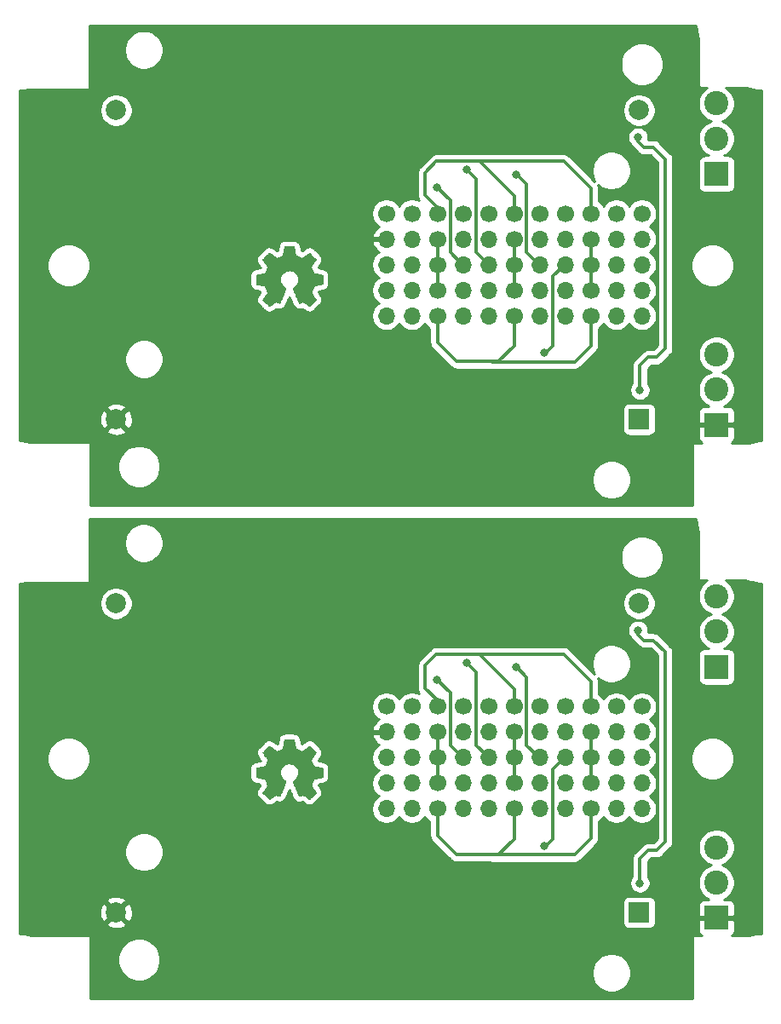
<source format=gbr>
G04 #@! TF.GenerationSoftware,KiCad,Pcbnew,5.1.5+dfsg1-2build2*
G04 #@! TF.CreationDate,2021-12-11T20:31:27-05:00*
G04 #@! TF.ProjectId,,58585858-5858-4585-9858-585858585858,rev?*
G04 #@! TF.SameCoordinates,Original*
G04 #@! TF.FileFunction,Copper,L1,Top*
G04 #@! TF.FilePolarity,Positive*
%FSLAX46Y46*%
G04 Gerber Fmt 4.6, Leading zero omitted, Abs format (unit mm)*
G04 Created by KiCad (PCBNEW 5.1.5+dfsg1-2build2) date 2021-12-11 20:31:27*
%MOMM*%
%LPD*%
G04 APERTURE LIST*
%ADD10C,0.010000*%
%ADD11C,1.700000*%
%ADD12O,1.700000X1.700000*%
%ADD13R,2.400000X2.400000*%
%ADD14C,2.400000*%
%ADD15C,2.000000*%
%ADD16R,2.000000X2.000000*%
%ADD17C,0.800000*%
%ADD18C,0.300000*%
%ADD19C,0.254000*%
G04 APERTURE END LIST*
D10*
G36*
X134667814Y-118122331D02*
G01*
X134751635Y-118566955D01*
X135060920Y-118694453D01*
X135370206Y-118821951D01*
X135741246Y-118569646D01*
X135845157Y-118499396D01*
X135939087Y-118436672D01*
X136018652Y-118384338D01*
X136079470Y-118345257D01*
X136117157Y-118322293D01*
X136127421Y-118317342D01*
X136145910Y-118330076D01*
X136185420Y-118365282D01*
X136241522Y-118418462D01*
X136309787Y-118485118D01*
X136385786Y-118560754D01*
X136465092Y-118640872D01*
X136543275Y-118720974D01*
X136615907Y-118796564D01*
X136678559Y-118863145D01*
X136726803Y-118916218D01*
X136756210Y-118951287D01*
X136763241Y-118963023D01*
X136753123Y-118984660D01*
X136724759Y-119032062D01*
X136681129Y-119100593D01*
X136625218Y-119185615D01*
X136560006Y-119282493D01*
X136522219Y-119337750D01*
X136453343Y-119438648D01*
X136392140Y-119529699D01*
X136341578Y-119606370D01*
X136304628Y-119664128D01*
X136284258Y-119698443D01*
X136281197Y-119705654D01*
X136288136Y-119726148D01*
X136307051Y-119773913D01*
X136335087Y-119842232D01*
X136369391Y-119924389D01*
X136407109Y-120013670D01*
X136445387Y-120103358D01*
X136481370Y-120186738D01*
X136512206Y-120257094D01*
X136535039Y-120307710D01*
X136547017Y-120331871D01*
X136547724Y-120332822D01*
X136566531Y-120337436D01*
X136616618Y-120347728D01*
X136692793Y-120362687D01*
X136789865Y-120381301D01*
X136902643Y-120402559D01*
X136968442Y-120414818D01*
X137088950Y-120437762D01*
X137197797Y-120459595D01*
X137289476Y-120479122D01*
X137358481Y-120495148D01*
X137399304Y-120506479D01*
X137407511Y-120510074D01*
X137415548Y-120534406D01*
X137422033Y-120589359D01*
X137426970Y-120668508D01*
X137430364Y-120765426D01*
X137432218Y-120873687D01*
X137432538Y-120986865D01*
X137431327Y-121098535D01*
X137428590Y-121202268D01*
X137424331Y-121291641D01*
X137418555Y-121360226D01*
X137411267Y-121401597D01*
X137406895Y-121410210D01*
X137380764Y-121420533D01*
X137325393Y-121435292D01*
X137248107Y-121452752D01*
X137156230Y-121471180D01*
X137124158Y-121477141D01*
X136969524Y-121505466D01*
X136847375Y-121528276D01*
X136753673Y-121546480D01*
X136684384Y-121560983D01*
X136635471Y-121572692D01*
X136602897Y-121582515D01*
X136582628Y-121591356D01*
X136570626Y-121600124D01*
X136568947Y-121601857D01*
X136552184Y-121629771D01*
X136526614Y-121684095D01*
X136494788Y-121758177D01*
X136459260Y-121845365D01*
X136422583Y-121939008D01*
X136387311Y-122032452D01*
X136355996Y-122119047D01*
X136331193Y-122192140D01*
X136315454Y-122245078D01*
X136311332Y-122271211D01*
X136311676Y-122272126D01*
X136325641Y-122293486D01*
X136357322Y-122340484D01*
X136403391Y-122408227D01*
X136460518Y-122491823D01*
X136525373Y-122586382D01*
X136543843Y-122613254D01*
X136609699Y-122710675D01*
X136667650Y-122799563D01*
X136714538Y-122874812D01*
X136747207Y-122931320D01*
X136762500Y-122963981D01*
X136763241Y-122967993D01*
X136750392Y-122989084D01*
X136714888Y-123030864D01*
X136661293Y-123088845D01*
X136594171Y-123158535D01*
X136518087Y-123235445D01*
X136437604Y-123315083D01*
X136357287Y-123392961D01*
X136281699Y-123464586D01*
X136215405Y-123525470D01*
X136162969Y-123571121D01*
X136128955Y-123597050D01*
X136119545Y-123601283D01*
X136097643Y-123591312D01*
X136052800Y-123564420D01*
X135992321Y-123525136D01*
X135945789Y-123493517D01*
X135861475Y-123435498D01*
X135761626Y-123367184D01*
X135661473Y-123298979D01*
X135607627Y-123262475D01*
X135425371Y-123139200D01*
X135272381Y-123221920D01*
X135202682Y-123258159D01*
X135143414Y-123286326D01*
X135103311Y-123302391D01*
X135093103Y-123304626D01*
X135080829Y-123288122D01*
X135056613Y-123241482D01*
X135022263Y-123169009D01*
X134979588Y-123075006D01*
X134930394Y-122963774D01*
X134876490Y-122839615D01*
X134819684Y-122706832D01*
X134761782Y-122569727D01*
X134704593Y-122432602D01*
X134649924Y-122299758D01*
X134599584Y-122175498D01*
X134555380Y-122064125D01*
X134519119Y-121969939D01*
X134492609Y-121897244D01*
X134477658Y-121850341D01*
X134475254Y-121834233D01*
X134494311Y-121813686D01*
X134536036Y-121780333D01*
X134591706Y-121741102D01*
X134596378Y-121737999D01*
X134740264Y-121622823D01*
X134856283Y-121488453D01*
X134943430Y-121339184D01*
X135000699Y-121179313D01*
X135027086Y-121013137D01*
X135021585Y-120844952D01*
X134983190Y-120679055D01*
X134910895Y-120519742D01*
X134889626Y-120484887D01*
X134778996Y-120344137D01*
X134648302Y-120231114D01*
X134502064Y-120146403D01*
X134344808Y-120090594D01*
X134181057Y-120064274D01*
X134015333Y-120068030D01*
X133852162Y-120102450D01*
X133696065Y-120168123D01*
X133551567Y-120265635D01*
X133506869Y-120305213D01*
X133393112Y-120429103D01*
X133310218Y-120559524D01*
X133253356Y-120705715D01*
X133221687Y-120850488D01*
X133213869Y-121013260D01*
X133239938Y-121176840D01*
X133297245Y-121335698D01*
X133383144Y-121484306D01*
X133494986Y-121617135D01*
X133630123Y-121728656D01*
X133647883Y-121740411D01*
X133704150Y-121778908D01*
X133746923Y-121812263D01*
X133767372Y-121833560D01*
X133767669Y-121834233D01*
X133763279Y-121857271D01*
X133745876Y-121909557D01*
X133717268Y-121986790D01*
X133679265Y-122084668D01*
X133633674Y-122198891D01*
X133582303Y-122325158D01*
X133526962Y-122459167D01*
X133469458Y-122596618D01*
X133411601Y-122733208D01*
X133355198Y-122864637D01*
X133302058Y-122986605D01*
X133253990Y-123094809D01*
X133212801Y-123184949D01*
X133180301Y-123252723D01*
X133158297Y-123293830D01*
X133149436Y-123304626D01*
X133122360Y-123296219D01*
X133071697Y-123273672D01*
X133006183Y-123241013D01*
X132970159Y-123221920D01*
X132817168Y-123139200D01*
X132634912Y-123262475D01*
X132541875Y-123325628D01*
X132440015Y-123395127D01*
X132344562Y-123460565D01*
X132296750Y-123493517D01*
X132229505Y-123538673D01*
X132172564Y-123574457D01*
X132133354Y-123596338D01*
X132120619Y-123600963D01*
X132102083Y-123588485D01*
X132061059Y-123553652D01*
X132001525Y-123500078D01*
X131927458Y-123431383D01*
X131842835Y-123351181D01*
X131789315Y-123299686D01*
X131695681Y-123207686D01*
X131614759Y-123125399D01*
X131549823Y-123056345D01*
X131504142Y-123004044D01*
X131480989Y-122972016D01*
X131478768Y-122965516D01*
X131489076Y-122940794D01*
X131517561Y-122890805D01*
X131561063Y-122820612D01*
X131616423Y-122735275D01*
X131680480Y-122639856D01*
X131698697Y-122613254D01*
X131765073Y-122516567D01*
X131824622Y-122429517D01*
X131874016Y-122356995D01*
X131909925Y-122303893D01*
X131929019Y-122275103D01*
X131930864Y-122272126D01*
X131928105Y-122249182D01*
X131913462Y-122198736D01*
X131889487Y-122127441D01*
X131858734Y-122041947D01*
X131823756Y-121948907D01*
X131787107Y-121854974D01*
X131751339Y-121766799D01*
X131719006Y-121691034D01*
X131692662Y-121634331D01*
X131674858Y-121603343D01*
X131673593Y-121601857D01*
X131662706Y-121593001D01*
X131644318Y-121584243D01*
X131614394Y-121574677D01*
X131568897Y-121563396D01*
X131503791Y-121549493D01*
X131415039Y-121532063D01*
X131298607Y-121510198D01*
X131150458Y-121482991D01*
X131118382Y-121477141D01*
X131023314Y-121458774D01*
X130940435Y-121440805D01*
X130877070Y-121424969D01*
X130840542Y-121413000D01*
X130835644Y-121410210D01*
X130827573Y-121385472D01*
X130821013Y-121330190D01*
X130815967Y-121250789D01*
X130812441Y-121153696D01*
X130810439Y-121045338D01*
X130809964Y-120932140D01*
X130811023Y-120820528D01*
X130813618Y-120716929D01*
X130817754Y-120627768D01*
X130823437Y-120559472D01*
X130830669Y-120518466D01*
X130835029Y-120510074D01*
X130859302Y-120501608D01*
X130914574Y-120487835D01*
X130995338Y-120469950D01*
X131096088Y-120449148D01*
X131211317Y-120426623D01*
X131274098Y-120414818D01*
X131393213Y-120392551D01*
X131499435Y-120372379D01*
X131587573Y-120355315D01*
X131652434Y-120342369D01*
X131688826Y-120334555D01*
X131694816Y-120332822D01*
X131704939Y-120313290D01*
X131726338Y-120266243D01*
X131756161Y-120198403D01*
X131791555Y-120116491D01*
X131829668Y-120027228D01*
X131867647Y-119937335D01*
X131902640Y-119853535D01*
X131931794Y-119782547D01*
X131952257Y-119731094D01*
X131961177Y-119705897D01*
X131961343Y-119704796D01*
X131951231Y-119684919D01*
X131922883Y-119639177D01*
X131879277Y-119572117D01*
X131823394Y-119488284D01*
X131758213Y-119392226D01*
X131720321Y-119337050D01*
X131651275Y-119235881D01*
X131589950Y-119144030D01*
X131539337Y-119066144D01*
X131502429Y-119006869D01*
X131482218Y-118970851D01*
X131479299Y-118962777D01*
X131491847Y-118943984D01*
X131526537Y-118903857D01*
X131578937Y-118846893D01*
X131644616Y-118777585D01*
X131719144Y-118700431D01*
X131798087Y-118619925D01*
X131877017Y-118540563D01*
X131951500Y-118466840D01*
X132017106Y-118403252D01*
X132069404Y-118354294D01*
X132103961Y-118324461D01*
X132115522Y-118317342D01*
X132134346Y-118327353D01*
X132179369Y-118355478D01*
X132246213Y-118398854D01*
X132330501Y-118454618D01*
X132427856Y-118519906D01*
X132501293Y-118569646D01*
X132872333Y-118821951D01*
X133490905Y-118566955D01*
X133574725Y-118122331D01*
X133658546Y-117677707D01*
X134583994Y-117677707D01*
X134667814Y-118122331D01*
G37*
X134667814Y-118122331D02*
X134751635Y-118566955D01*
X135060920Y-118694453D01*
X135370206Y-118821951D01*
X135741246Y-118569646D01*
X135845157Y-118499396D01*
X135939087Y-118436672D01*
X136018652Y-118384338D01*
X136079470Y-118345257D01*
X136117157Y-118322293D01*
X136127421Y-118317342D01*
X136145910Y-118330076D01*
X136185420Y-118365282D01*
X136241522Y-118418462D01*
X136309787Y-118485118D01*
X136385786Y-118560754D01*
X136465092Y-118640872D01*
X136543275Y-118720974D01*
X136615907Y-118796564D01*
X136678559Y-118863145D01*
X136726803Y-118916218D01*
X136756210Y-118951287D01*
X136763241Y-118963023D01*
X136753123Y-118984660D01*
X136724759Y-119032062D01*
X136681129Y-119100593D01*
X136625218Y-119185615D01*
X136560006Y-119282493D01*
X136522219Y-119337750D01*
X136453343Y-119438648D01*
X136392140Y-119529699D01*
X136341578Y-119606370D01*
X136304628Y-119664128D01*
X136284258Y-119698443D01*
X136281197Y-119705654D01*
X136288136Y-119726148D01*
X136307051Y-119773913D01*
X136335087Y-119842232D01*
X136369391Y-119924389D01*
X136407109Y-120013670D01*
X136445387Y-120103358D01*
X136481370Y-120186738D01*
X136512206Y-120257094D01*
X136535039Y-120307710D01*
X136547017Y-120331871D01*
X136547724Y-120332822D01*
X136566531Y-120337436D01*
X136616618Y-120347728D01*
X136692793Y-120362687D01*
X136789865Y-120381301D01*
X136902643Y-120402559D01*
X136968442Y-120414818D01*
X137088950Y-120437762D01*
X137197797Y-120459595D01*
X137289476Y-120479122D01*
X137358481Y-120495148D01*
X137399304Y-120506479D01*
X137407511Y-120510074D01*
X137415548Y-120534406D01*
X137422033Y-120589359D01*
X137426970Y-120668508D01*
X137430364Y-120765426D01*
X137432218Y-120873687D01*
X137432538Y-120986865D01*
X137431327Y-121098535D01*
X137428590Y-121202268D01*
X137424331Y-121291641D01*
X137418555Y-121360226D01*
X137411267Y-121401597D01*
X137406895Y-121410210D01*
X137380764Y-121420533D01*
X137325393Y-121435292D01*
X137248107Y-121452752D01*
X137156230Y-121471180D01*
X137124158Y-121477141D01*
X136969524Y-121505466D01*
X136847375Y-121528276D01*
X136753673Y-121546480D01*
X136684384Y-121560983D01*
X136635471Y-121572692D01*
X136602897Y-121582515D01*
X136582628Y-121591356D01*
X136570626Y-121600124D01*
X136568947Y-121601857D01*
X136552184Y-121629771D01*
X136526614Y-121684095D01*
X136494788Y-121758177D01*
X136459260Y-121845365D01*
X136422583Y-121939008D01*
X136387311Y-122032452D01*
X136355996Y-122119047D01*
X136331193Y-122192140D01*
X136315454Y-122245078D01*
X136311332Y-122271211D01*
X136311676Y-122272126D01*
X136325641Y-122293486D01*
X136357322Y-122340484D01*
X136403391Y-122408227D01*
X136460518Y-122491823D01*
X136525373Y-122586382D01*
X136543843Y-122613254D01*
X136609699Y-122710675D01*
X136667650Y-122799563D01*
X136714538Y-122874812D01*
X136747207Y-122931320D01*
X136762500Y-122963981D01*
X136763241Y-122967993D01*
X136750392Y-122989084D01*
X136714888Y-123030864D01*
X136661293Y-123088845D01*
X136594171Y-123158535D01*
X136518087Y-123235445D01*
X136437604Y-123315083D01*
X136357287Y-123392961D01*
X136281699Y-123464586D01*
X136215405Y-123525470D01*
X136162969Y-123571121D01*
X136128955Y-123597050D01*
X136119545Y-123601283D01*
X136097643Y-123591312D01*
X136052800Y-123564420D01*
X135992321Y-123525136D01*
X135945789Y-123493517D01*
X135861475Y-123435498D01*
X135761626Y-123367184D01*
X135661473Y-123298979D01*
X135607627Y-123262475D01*
X135425371Y-123139200D01*
X135272381Y-123221920D01*
X135202682Y-123258159D01*
X135143414Y-123286326D01*
X135103311Y-123302391D01*
X135093103Y-123304626D01*
X135080829Y-123288122D01*
X135056613Y-123241482D01*
X135022263Y-123169009D01*
X134979588Y-123075006D01*
X134930394Y-122963774D01*
X134876490Y-122839615D01*
X134819684Y-122706832D01*
X134761782Y-122569727D01*
X134704593Y-122432602D01*
X134649924Y-122299758D01*
X134599584Y-122175498D01*
X134555380Y-122064125D01*
X134519119Y-121969939D01*
X134492609Y-121897244D01*
X134477658Y-121850341D01*
X134475254Y-121834233D01*
X134494311Y-121813686D01*
X134536036Y-121780333D01*
X134591706Y-121741102D01*
X134596378Y-121737999D01*
X134740264Y-121622823D01*
X134856283Y-121488453D01*
X134943430Y-121339184D01*
X135000699Y-121179313D01*
X135027086Y-121013137D01*
X135021585Y-120844952D01*
X134983190Y-120679055D01*
X134910895Y-120519742D01*
X134889626Y-120484887D01*
X134778996Y-120344137D01*
X134648302Y-120231114D01*
X134502064Y-120146403D01*
X134344808Y-120090594D01*
X134181057Y-120064274D01*
X134015333Y-120068030D01*
X133852162Y-120102450D01*
X133696065Y-120168123D01*
X133551567Y-120265635D01*
X133506869Y-120305213D01*
X133393112Y-120429103D01*
X133310218Y-120559524D01*
X133253356Y-120705715D01*
X133221687Y-120850488D01*
X133213869Y-121013260D01*
X133239938Y-121176840D01*
X133297245Y-121335698D01*
X133383144Y-121484306D01*
X133494986Y-121617135D01*
X133630123Y-121728656D01*
X133647883Y-121740411D01*
X133704150Y-121778908D01*
X133746923Y-121812263D01*
X133767372Y-121833560D01*
X133767669Y-121834233D01*
X133763279Y-121857271D01*
X133745876Y-121909557D01*
X133717268Y-121986790D01*
X133679265Y-122084668D01*
X133633674Y-122198891D01*
X133582303Y-122325158D01*
X133526962Y-122459167D01*
X133469458Y-122596618D01*
X133411601Y-122733208D01*
X133355198Y-122864637D01*
X133302058Y-122986605D01*
X133253990Y-123094809D01*
X133212801Y-123184949D01*
X133180301Y-123252723D01*
X133158297Y-123293830D01*
X133149436Y-123304626D01*
X133122360Y-123296219D01*
X133071697Y-123273672D01*
X133006183Y-123241013D01*
X132970159Y-123221920D01*
X132817168Y-123139200D01*
X132634912Y-123262475D01*
X132541875Y-123325628D01*
X132440015Y-123395127D01*
X132344562Y-123460565D01*
X132296750Y-123493517D01*
X132229505Y-123538673D01*
X132172564Y-123574457D01*
X132133354Y-123596338D01*
X132120619Y-123600963D01*
X132102083Y-123588485D01*
X132061059Y-123553652D01*
X132001525Y-123500078D01*
X131927458Y-123431383D01*
X131842835Y-123351181D01*
X131789315Y-123299686D01*
X131695681Y-123207686D01*
X131614759Y-123125399D01*
X131549823Y-123056345D01*
X131504142Y-123004044D01*
X131480989Y-122972016D01*
X131478768Y-122965516D01*
X131489076Y-122940794D01*
X131517561Y-122890805D01*
X131561063Y-122820612D01*
X131616423Y-122735275D01*
X131680480Y-122639856D01*
X131698697Y-122613254D01*
X131765073Y-122516567D01*
X131824622Y-122429517D01*
X131874016Y-122356995D01*
X131909925Y-122303893D01*
X131929019Y-122275103D01*
X131930864Y-122272126D01*
X131928105Y-122249182D01*
X131913462Y-122198736D01*
X131889487Y-122127441D01*
X131858734Y-122041947D01*
X131823756Y-121948907D01*
X131787107Y-121854974D01*
X131751339Y-121766799D01*
X131719006Y-121691034D01*
X131692662Y-121634331D01*
X131674858Y-121603343D01*
X131673593Y-121601857D01*
X131662706Y-121593001D01*
X131644318Y-121584243D01*
X131614394Y-121574677D01*
X131568897Y-121563396D01*
X131503791Y-121549493D01*
X131415039Y-121532063D01*
X131298607Y-121510198D01*
X131150458Y-121482991D01*
X131118382Y-121477141D01*
X131023314Y-121458774D01*
X130940435Y-121440805D01*
X130877070Y-121424969D01*
X130840542Y-121413000D01*
X130835644Y-121410210D01*
X130827573Y-121385472D01*
X130821013Y-121330190D01*
X130815967Y-121250789D01*
X130812441Y-121153696D01*
X130810439Y-121045338D01*
X130809964Y-120932140D01*
X130811023Y-120820528D01*
X130813618Y-120716929D01*
X130817754Y-120627768D01*
X130823437Y-120559472D01*
X130830669Y-120518466D01*
X130835029Y-120510074D01*
X130859302Y-120501608D01*
X130914574Y-120487835D01*
X130995338Y-120469950D01*
X131096088Y-120449148D01*
X131211317Y-120426623D01*
X131274098Y-120414818D01*
X131393213Y-120392551D01*
X131499435Y-120372379D01*
X131587573Y-120355315D01*
X131652434Y-120342369D01*
X131688826Y-120334555D01*
X131694816Y-120332822D01*
X131704939Y-120313290D01*
X131726338Y-120266243D01*
X131756161Y-120198403D01*
X131791555Y-120116491D01*
X131829668Y-120027228D01*
X131867647Y-119937335D01*
X131902640Y-119853535D01*
X131931794Y-119782547D01*
X131952257Y-119731094D01*
X131961177Y-119705897D01*
X131961343Y-119704796D01*
X131951231Y-119684919D01*
X131922883Y-119639177D01*
X131879277Y-119572117D01*
X131823394Y-119488284D01*
X131758213Y-119392226D01*
X131720321Y-119337050D01*
X131651275Y-119235881D01*
X131589950Y-119144030D01*
X131539337Y-119066144D01*
X131502429Y-119006869D01*
X131482218Y-118970851D01*
X131479299Y-118962777D01*
X131491847Y-118943984D01*
X131526537Y-118903857D01*
X131578937Y-118846893D01*
X131644616Y-118777585D01*
X131719144Y-118700431D01*
X131798087Y-118619925D01*
X131877017Y-118540563D01*
X131951500Y-118466840D01*
X132017106Y-118403252D01*
X132069404Y-118354294D01*
X132103961Y-118324461D01*
X132115522Y-118317342D01*
X132134346Y-118327353D01*
X132179369Y-118355478D01*
X132246213Y-118398854D01*
X132330501Y-118454618D01*
X132427856Y-118519906D01*
X132501293Y-118569646D01*
X132872333Y-118821951D01*
X133490905Y-118566955D01*
X133574725Y-118122331D01*
X133658546Y-117677707D01*
X134583994Y-117677707D01*
X134667814Y-118122331D01*
G36*
X134667814Y-69122331D02*
G01*
X134751635Y-69566955D01*
X135060920Y-69694453D01*
X135370206Y-69821951D01*
X135741246Y-69569646D01*
X135845157Y-69499396D01*
X135939087Y-69436672D01*
X136018652Y-69384338D01*
X136079470Y-69345257D01*
X136117157Y-69322293D01*
X136127421Y-69317342D01*
X136145910Y-69330076D01*
X136185420Y-69365282D01*
X136241522Y-69418462D01*
X136309787Y-69485118D01*
X136385786Y-69560754D01*
X136465092Y-69640872D01*
X136543275Y-69720974D01*
X136615907Y-69796564D01*
X136678559Y-69863145D01*
X136726803Y-69916218D01*
X136756210Y-69951287D01*
X136763241Y-69963023D01*
X136753123Y-69984660D01*
X136724759Y-70032062D01*
X136681129Y-70100593D01*
X136625218Y-70185615D01*
X136560006Y-70282493D01*
X136522219Y-70337750D01*
X136453343Y-70438648D01*
X136392140Y-70529699D01*
X136341578Y-70606370D01*
X136304628Y-70664128D01*
X136284258Y-70698443D01*
X136281197Y-70705654D01*
X136288136Y-70726148D01*
X136307051Y-70773913D01*
X136335087Y-70842232D01*
X136369391Y-70924389D01*
X136407109Y-71013670D01*
X136445387Y-71103358D01*
X136481370Y-71186738D01*
X136512206Y-71257094D01*
X136535039Y-71307710D01*
X136547017Y-71331871D01*
X136547724Y-71332822D01*
X136566531Y-71337436D01*
X136616618Y-71347728D01*
X136692793Y-71362687D01*
X136789865Y-71381301D01*
X136902643Y-71402559D01*
X136968442Y-71414818D01*
X137088950Y-71437762D01*
X137197797Y-71459595D01*
X137289476Y-71479122D01*
X137358481Y-71495148D01*
X137399304Y-71506479D01*
X137407511Y-71510074D01*
X137415548Y-71534406D01*
X137422033Y-71589359D01*
X137426970Y-71668508D01*
X137430364Y-71765426D01*
X137432218Y-71873687D01*
X137432538Y-71986865D01*
X137431327Y-72098535D01*
X137428590Y-72202268D01*
X137424331Y-72291641D01*
X137418555Y-72360226D01*
X137411267Y-72401597D01*
X137406895Y-72410210D01*
X137380764Y-72420533D01*
X137325393Y-72435292D01*
X137248107Y-72452752D01*
X137156230Y-72471180D01*
X137124158Y-72477141D01*
X136969524Y-72505466D01*
X136847375Y-72528276D01*
X136753673Y-72546480D01*
X136684384Y-72560983D01*
X136635471Y-72572692D01*
X136602897Y-72582515D01*
X136582628Y-72591356D01*
X136570626Y-72600124D01*
X136568947Y-72601857D01*
X136552184Y-72629771D01*
X136526614Y-72684095D01*
X136494788Y-72758177D01*
X136459260Y-72845365D01*
X136422583Y-72939008D01*
X136387311Y-73032452D01*
X136355996Y-73119047D01*
X136331193Y-73192140D01*
X136315454Y-73245078D01*
X136311332Y-73271211D01*
X136311676Y-73272126D01*
X136325641Y-73293486D01*
X136357322Y-73340484D01*
X136403391Y-73408227D01*
X136460518Y-73491823D01*
X136525373Y-73586382D01*
X136543843Y-73613254D01*
X136609699Y-73710675D01*
X136667650Y-73799563D01*
X136714538Y-73874812D01*
X136747207Y-73931320D01*
X136762500Y-73963981D01*
X136763241Y-73967993D01*
X136750392Y-73989084D01*
X136714888Y-74030864D01*
X136661293Y-74088845D01*
X136594171Y-74158535D01*
X136518087Y-74235445D01*
X136437604Y-74315083D01*
X136357287Y-74392961D01*
X136281699Y-74464586D01*
X136215405Y-74525470D01*
X136162969Y-74571121D01*
X136128955Y-74597050D01*
X136119545Y-74601283D01*
X136097643Y-74591312D01*
X136052800Y-74564420D01*
X135992321Y-74525136D01*
X135945789Y-74493517D01*
X135861475Y-74435498D01*
X135761626Y-74367184D01*
X135661473Y-74298979D01*
X135607627Y-74262475D01*
X135425371Y-74139200D01*
X135272381Y-74221920D01*
X135202682Y-74258159D01*
X135143414Y-74286326D01*
X135103311Y-74302391D01*
X135093103Y-74304626D01*
X135080829Y-74288122D01*
X135056613Y-74241482D01*
X135022263Y-74169009D01*
X134979588Y-74075006D01*
X134930394Y-73963774D01*
X134876490Y-73839615D01*
X134819684Y-73706832D01*
X134761782Y-73569727D01*
X134704593Y-73432602D01*
X134649924Y-73299758D01*
X134599584Y-73175498D01*
X134555380Y-73064125D01*
X134519119Y-72969939D01*
X134492609Y-72897244D01*
X134477658Y-72850341D01*
X134475254Y-72834233D01*
X134494311Y-72813686D01*
X134536036Y-72780333D01*
X134591706Y-72741102D01*
X134596378Y-72737999D01*
X134740264Y-72622823D01*
X134856283Y-72488453D01*
X134943430Y-72339184D01*
X135000699Y-72179313D01*
X135027086Y-72013137D01*
X135021585Y-71844952D01*
X134983190Y-71679055D01*
X134910895Y-71519742D01*
X134889626Y-71484887D01*
X134778996Y-71344137D01*
X134648302Y-71231114D01*
X134502064Y-71146403D01*
X134344808Y-71090594D01*
X134181057Y-71064274D01*
X134015333Y-71068030D01*
X133852162Y-71102450D01*
X133696065Y-71168123D01*
X133551567Y-71265635D01*
X133506869Y-71305213D01*
X133393112Y-71429103D01*
X133310218Y-71559524D01*
X133253356Y-71705715D01*
X133221687Y-71850488D01*
X133213869Y-72013260D01*
X133239938Y-72176840D01*
X133297245Y-72335698D01*
X133383144Y-72484306D01*
X133494986Y-72617135D01*
X133630123Y-72728656D01*
X133647883Y-72740411D01*
X133704150Y-72778908D01*
X133746923Y-72812263D01*
X133767372Y-72833560D01*
X133767669Y-72834233D01*
X133763279Y-72857271D01*
X133745876Y-72909557D01*
X133717268Y-72986790D01*
X133679265Y-73084668D01*
X133633674Y-73198891D01*
X133582303Y-73325158D01*
X133526962Y-73459167D01*
X133469458Y-73596618D01*
X133411601Y-73733208D01*
X133355198Y-73864637D01*
X133302058Y-73986605D01*
X133253990Y-74094809D01*
X133212801Y-74184949D01*
X133180301Y-74252723D01*
X133158297Y-74293830D01*
X133149436Y-74304626D01*
X133122360Y-74296219D01*
X133071697Y-74273672D01*
X133006183Y-74241013D01*
X132970159Y-74221920D01*
X132817168Y-74139200D01*
X132634912Y-74262475D01*
X132541875Y-74325628D01*
X132440015Y-74395127D01*
X132344562Y-74460565D01*
X132296750Y-74493517D01*
X132229505Y-74538673D01*
X132172564Y-74574457D01*
X132133354Y-74596338D01*
X132120619Y-74600963D01*
X132102083Y-74588485D01*
X132061059Y-74553652D01*
X132001525Y-74500078D01*
X131927458Y-74431383D01*
X131842835Y-74351181D01*
X131789315Y-74299686D01*
X131695681Y-74207686D01*
X131614759Y-74125399D01*
X131549823Y-74056345D01*
X131504142Y-74004044D01*
X131480989Y-73972016D01*
X131478768Y-73965516D01*
X131489076Y-73940794D01*
X131517561Y-73890805D01*
X131561063Y-73820612D01*
X131616423Y-73735275D01*
X131680480Y-73639856D01*
X131698697Y-73613254D01*
X131765073Y-73516567D01*
X131824622Y-73429517D01*
X131874016Y-73356995D01*
X131909925Y-73303893D01*
X131929019Y-73275103D01*
X131930864Y-73272126D01*
X131928105Y-73249182D01*
X131913462Y-73198736D01*
X131889487Y-73127441D01*
X131858734Y-73041947D01*
X131823756Y-72948907D01*
X131787107Y-72854974D01*
X131751339Y-72766799D01*
X131719006Y-72691034D01*
X131692662Y-72634331D01*
X131674858Y-72603343D01*
X131673593Y-72601857D01*
X131662706Y-72593001D01*
X131644318Y-72584243D01*
X131614394Y-72574677D01*
X131568897Y-72563396D01*
X131503791Y-72549493D01*
X131415039Y-72532063D01*
X131298607Y-72510198D01*
X131150458Y-72482991D01*
X131118382Y-72477141D01*
X131023314Y-72458774D01*
X130940435Y-72440805D01*
X130877070Y-72424969D01*
X130840542Y-72413000D01*
X130835644Y-72410210D01*
X130827573Y-72385472D01*
X130821013Y-72330190D01*
X130815967Y-72250789D01*
X130812441Y-72153696D01*
X130810439Y-72045338D01*
X130809964Y-71932140D01*
X130811023Y-71820528D01*
X130813618Y-71716929D01*
X130817754Y-71627768D01*
X130823437Y-71559472D01*
X130830669Y-71518466D01*
X130835029Y-71510074D01*
X130859302Y-71501608D01*
X130914574Y-71487835D01*
X130995338Y-71469950D01*
X131096088Y-71449148D01*
X131211317Y-71426623D01*
X131274098Y-71414818D01*
X131393213Y-71392551D01*
X131499435Y-71372379D01*
X131587573Y-71355315D01*
X131652434Y-71342369D01*
X131688826Y-71334555D01*
X131694816Y-71332822D01*
X131704939Y-71313290D01*
X131726338Y-71266243D01*
X131756161Y-71198403D01*
X131791555Y-71116491D01*
X131829668Y-71027228D01*
X131867647Y-70937335D01*
X131902640Y-70853535D01*
X131931794Y-70782547D01*
X131952257Y-70731094D01*
X131961177Y-70705897D01*
X131961343Y-70704796D01*
X131951231Y-70684919D01*
X131922883Y-70639177D01*
X131879277Y-70572117D01*
X131823394Y-70488284D01*
X131758213Y-70392226D01*
X131720321Y-70337050D01*
X131651275Y-70235881D01*
X131589950Y-70144030D01*
X131539337Y-70066144D01*
X131502429Y-70006869D01*
X131482218Y-69970851D01*
X131479299Y-69962777D01*
X131491847Y-69943984D01*
X131526537Y-69903857D01*
X131578937Y-69846893D01*
X131644616Y-69777585D01*
X131719144Y-69700431D01*
X131798087Y-69619925D01*
X131877017Y-69540563D01*
X131951500Y-69466840D01*
X132017106Y-69403252D01*
X132069404Y-69354294D01*
X132103961Y-69324461D01*
X132115522Y-69317342D01*
X132134346Y-69327353D01*
X132179369Y-69355478D01*
X132246213Y-69398854D01*
X132330501Y-69454618D01*
X132427856Y-69519906D01*
X132501293Y-69569646D01*
X132872333Y-69821951D01*
X133490905Y-69566955D01*
X133574725Y-69122331D01*
X133658546Y-68677707D01*
X134583994Y-68677707D01*
X134667814Y-69122331D01*
G37*
X134667814Y-69122331D02*
X134751635Y-69566955D01*
X135060920Y-69694453D01*
X135370206Y-69821951D01*
X135741246Y-69569646D01*
X135845157Y-69499396D01*
X135939087Y-69436672D01*
X136018652Y-69384338D01*
X136079470Y-69345257D01*
X136117157Y-69322293D01*
X136127421Y-69317342D01*
X136145910Y-69330076D01*
X136185420Y-69365282D01*
X136241522Y-69418462D01*
X136309787Y-69485118D01*
X136385786Y-69560754D01*
X136465092Y-69640872D01*
X136543275Y-69720974D01*
X136615907Y-69796564D01*
X136678559Y-69863145D01*
X136726803Y-69916218D01*
X136756210Y-69951287D01*
X136763241Y-69963023D01*
X136753123Y-69984660D01*
X136724759Y-70032062D01*
X136681129Y-70100593D01*
X136625218Y-70185615D01*
X136560006Y-70282493D01*
X136522219Y-70337750D01*
X136453343Y-70438648D01*
X136392140Y-70529699D01*
X136341578Y-70606370D01*
X136304628Y-70664128D01*
X136284258Y-70698443D01*
X136281197Y-70705654D01*
X136288136Y-70726148D01*
X136307051Y-70773913D01*
X136335087Y-70842232D01*
X136369391Y-70924389D01*
X136407109Y-71013670D01*
X136445387Y-71103358D01*
X136481370Y-71186738D01*
X136512206Y-71257094D01*
X136535039Y-71307710D01*
X136547017Y-71331871D01*
X136547724Y-71332822D01*
X136566531Y-71337436D01*
X136616618Y-71347728D01*
X136692793Y-71362687D01*
X136789865Y-71381301D01*
X136902643Y-71402559D01*
X136968442Y-71414818D01*
X137088950Y-71437762D01*
X137197797Y-71459595D01*
X137289476Y-71479122D01*
X137358481Y-71495148D01*
X137399304Y-71506479D01*
X137407511Y-71510074D01*
X137415548Y-71534406D01*
X137422033Y-71589359D01*
X137426970Y-71668508D01*
X137430364Y-71765426D01*
X137432218Y-71873687D01*
X137432538Y-71986865D01*
X137431327Y-72098535D01*
X137428590Y-72202268D01*
X137424331Y-72291641D01*
X137418555Y-72360226D01*
X137411267Y-72401597D01*
X137406895Y-72410210D01*
X137380764Y-72420533D01*
X137325393Y-72435292D01*
X137248107Y-72452752D01*
X137156230Y-72471180D01*
X137124158Y-72477141D01*
X136969524Y-72505466D01*
X136847375Y-72528276D01*
X136753673Y-72546480D01*
X136684384Y-72560983D01*
X136635471Y-72572692D01*
X136602897Y-72582515D01*
X136582628Y-72591356D01*
X136570626Y-72600124D01*
X136568947Y-72601857D01*
X136552184Y-72629771D01*
X136526614Y-72684095D01*
X136494788Y-72758177D01*
X136459260Y-72845365D01*
X136422583Y-72939008D01*
X136387311Y-73032452D01*
X136355996Y-73119047D01*
X136331193Y-73192140D01*
X136315454Y-73245078D01*
X136311332Y-73271211D01*
X136311676Y-73272126D01*
X136325641Y-73293486D01*
X136357322Y-73340484D01*
X136403391Y-73408227D01*
X136460518Y-73491823D01*
X136525373Y-73586382D01*
X136543843Y-73613254D01*
X136609699Y-73710675D01*
X136667650Y-73799563D01*
X136714538Y-73874812D01*
X136747207Y-73931320D01*
X136762500Y-73963981D01*
X136763241Y-73967993D01*
X136750392Y-73989084D01*
X136714888Y-74030864D01*
X136661293Y-74088845D01*
X136594171Y-74158535D01*
X136518087Y-74235445D01*
X136437604Y-74315083D01*
X136357287Y-74392961D01*
X136281699Y-74464586D01*
X136215405Y-74525470D01*
X136162969Y-74571121D01*
X136128955Y-74597050D01*
X136119545Y-74601283D01*
X136097643Y-74591312D01*
X136052800Y-74564420D01*
X135992321Y-74525136D01*
X135945789Y-74493517D01*
X135861475Y-74435498D01*
X135761626Y-74367184D01*
X135661473Y-74298979D01*
X135607627Y-74262475D01*
X135425371Y-74139200D01*
X135272381Y-74221920D01*
X135202682Y-74258159D01*
X135143414Y-74286326D01*
X135103311Y-74302391D01*
X135093103Y-74304626D01*
X135080829Y-74288122D01*
X135056613Y-74241482D01*
X135022263Y-74169009D01*
X134979588Y-74075006D01*
X134930394Y-73963774D01*
X134876490Y-73839615D01*
X134819684Y-73706832D01*
X134761782Y-73569727D01*
X134704593Y-73432602D01*
X134649924Y-73299758D01*
X134599584Y-73175498D01*
X134555380Y-73064125D01*
X134519119Y-72969939D01*
X134492609Y-72897244D01*
X134477658Y-72850341D01*
X134475254Y-72834233D01*
X134494311Y-72813686D01*
X134536036Y-72780333D01*
X134591706Y-72741102D01*
X134596378Y-72737999D01*
X134740264Y-72622823D01*
X134856283Y-72488453D01*
X134943430Y-72339184D01*
X135000699Y-72179313D01*
X135027086Y-72013137D01*
X135021585Y-71844952D01*
X134983190Y-71679055D01*
X134910895Y-71519742D01*
X134889626Y-71484887D01*
X134778996Y-71344137D01*
X134648302Y-71231114D01*
X134502064Y-71146403D01*
X134344808Y-71090594D01*
X134181057Y-71064274D01*
X134015333Y-71068030D01*
X133852162Y-71102450D01*
X133696065Y-71168123D01*
X133551567Y-71265635D01*
X133506869Y-71305213D01*
X133393112Y-71429103D01*
X133310218Y-71559524D01*
X133253356Y-71705715D01*
X133221687Y-71850488D01*
X133213869Y-72013260D01*
X133239938Y-72176840D01*
X133297245Y-72335698D01*
X133383144Y-72484306D01*
X133494986Y-72617135D01*
X133630123Y-72728656D01*
X133647883Y-72740411D01*
X133704150Y-72778908D01*
X133746923Y-72812263D01*
X133767372Y-72833560D01*
X133767669Y-72834233D01*
X133763279Y-72857271D01*
X133745876Y-72909557D01*
X133717268Y-72986790D01*
X133679265Y-73084668D01*
X133633674Y-73198891D01*
X133582303Y-73325158D01*
X133526962Y-73459167D01*
X133469458Y-73596618D01*
X133411601Y-73733208D01*
X133355198Y-73864637D01*
X133302058Y-73986605D01*
X133253990Y-74094809D01*
X133212801Y-74184949D01*
X133180301Y-74252723D01*
X133158297Y-74293830D01*
X133149436Y-74304626D01*
X133122360Y-74296219D01*
X133071697Y-74273672D01*
X133006183Y-74241013D01*
X132970159Y-74221920D01*
X132817168Y-74139200D01*
X132634912Y-74262475D01*
X132541875Y-74325628D01*
X132440015Y-74395127D01*
X132344562Y-74460565D01*
X132296750Y-74493517D01*
X132229505Y-74538673D01*
X132172564Y-74574457D01*
X132133354Y-74596338D01*
X132120619Y-74600963D01*
X132102083Y-74588485D01*
X132061059Y-74553652D01*
X132001525Y-74500078D01*
X131927458Y-74431383D01*
X131842835Y-74351181D01*
X131789315Y-74299686D01*
X131695681Y-74207686D01*
X131614759Y-74125399D01*
X131549823Y-74056345D01*
X131504142Y-74004044D01*
X131480989Y-73972016D01*
X131478768Y-73965516D01*
X131489076Y-73940794D01*
X131517561Y-73890805D01*
X131561063Y-73820612D01*
X131616423Y-73735275D01*
X131680480Y-73639856D01*
X131698697Y-73613254D01*
X131765073Y-73516567D01*
X131824622Y-73429517D01*
X131874016Y-73356995D01*
X131909925Y-73303893D01*
X131929019Y-73275103D01*
X131930864Y-73272126D01*
X131928105Y-73249182D01*
X131913462Y-73198736D01*
X131889487Y-73127441D01*
X131858734Y-73041947D01*
X131823756Y-72948907D01*
X131787107Y-72854974D01*
X131751339Y-72766799D01*
X131719006Y-72691034D01*
X131692662Y-72634331D01*
X131674858Y-72603343D01*
X131673593Y-72601857D01*
X131662706Y-72593001D01*
X131644318Y-72584243D01*
X131614394Y-72574677D01*
X131568897Y-72563396D01*
X131503791Y-72549493D01*
X131415039Y-72532063D01*
X131298607Y-72510198D01*
X131150458Y-72482991D01*
X131118382Y-72477141D01*
X131023314Y-72458774D01*
X130940435Y-72440805D01*
X130877070Y-72424969D01*
X130840542Y-72413000D01*
X130835644Y-72410210D01*
X130827573Y-72385472D01*
X130821013Y-72330190D01*
X130815967Y-72250789D01*
X130812441Y-72153696D01*
X130810439Y-72045338D01*
X130809964Y-71932140D01*
X130811023Y-71820528D01*
X130813618Y-71716929D01*
X130817754Y-71627768D01*
X130823437Y-71559472D01*
X130830669Y-71518466D01*
X130835029Y-71510074D01*
X130859302Y-71501608D01*
X130914574Y-71487835D01*
X130995338Y-71469950D01*
X131096088Y-71449148D01*
X131211317Y-71426623D01*
X131274098Y-71414818D01*
X131393213Y-71392551D01*
X131499435Y-71372379D01*
X131587573Y-71355315D01*
X131652434Y-71342369D01*
X131688826Y-71334555D01*
X131694816Y-71332822D01*
X131704939Y-71313290D01*
X131726338Y-71266243D01*
X131756161Y-71198403D01*
X131791555Y-71116491D01*
X131829668Y-71027228D01*
X131867647Y-70937335D01*
X131902640Y-70853535D01*
X131931794Y-70782547D01*
X131952257Y-70731094D01*
X131961177Y-70705897D01*
X131961343Y-70704796D01*
X131951231Y-70684919D01*
X131922883Y-70639177D01*
X131879277Y-70572117D01*
X131823394Y-70488284D01*
X131758213Y-70392226D01*
X131720321Y-70337050D01*
X131651275Y-70235881D01*
X131589950Y-70144030D01*
X131539337Y-70066144D01*
X131502429Y-70006869D01*
X131482218Y-69970851D01*
X131479299Y-69962777D01*
X131491847Y-69943984D01*
X131526537Y-69903857D01*
X131578937Y-69846893D01*
X131644616Y-69777585D01*
X131719144Y-69700431D01*
X131798087Y-69619925D01*
X131877017Y-69540563D01*
X131951500Y-69466840D01*
X132017106Y-69403252D01*
X132069404Y-69354294D01*
X132103961Y-69324461D01*
X132115522Y-69317342D01*
X132134346Y-69327353D01*
X132179369Y-69355478D01*
X132246213Y-69398854D01*
X132330501Y-69454618D01*
X132427856Y-69519906D01*
X132501293Y-69569646D01*
X132872333Y-69821951D01*
X133490905Y-69566955D01*
X133574725Y-69122331D01*
X133658546Y-68677707D01*
X134583994Y-68677707D01*
X134667814Y-69122331D01*
D11*
X153935200Y-114408100D03*
D12*
X153935200Y-116948100D03*
X153935200Y-119488100D03*
X153935200Y-122028100D03*
X153935200Y-124568100D03*
D11*
X164095200Y-124568100D03*
X148855200Y-122028100D03*
X148855200Y-114408100D03*
X156475200Y-119488100D03*
D13*
X176590200Y-135398100D03*
D14*
X176590200Y-131898100D03*
X176590200Y-128398100D03*
D11*
X143775200Y-114408100D03*
D12*
X143775200Y-116948100D03*
X143775200Y-119488100D03*
X143775200Y-122028100D03*
X143775200Y-124568100D03*
D11*
X148855200Y-119488100D03*
D15*
X116910200Y-134863100D03*
D16*
X168900200Y-134863100D03*
D11*
X166635200Y-114408100D03*
D12*
X166635200Y-116948100D03*
X166635200Y-119488100D03*
X166635200Y-122028100D03*
X166635200Y-124568100D03*
D11*
X148855200Y-116948100D03*
X156475200Y-114408100D03*
X156475200Y-116948100D03*
X161555200Y-114408100D03*
D12*
X161555200Y-116948100D03*
X161555200Y-119488100D03*
X161555200Y-122028100D03*
X161555200Y-124568100D03*
D15*
X168890200Y-104148100D03*
X116900200Y-104148100D03*
D11*
X148855200Y-124568100D03*
X169175200Y-114408100D03*
D12*
X169175200Y-116948100D03*
X169175200Y-119488100D03*
X169175200Y-122028100D03*
X169175200Y-124568100D03*
D11*
X151395200Y-114408100D03*
D12*
X151395200Y-116948100D03*
X151395200Y-119488100D03*
X151395200Y-122028100D03*
X151395200Y-124568100D03*
D11*
X146315200Y-114408100D03*
D12*
X146315200Y-116948100D03*
X146315200Y-119488100D03*
X146315200Y-122028100D03*
X146315200Y-124568100D03*
D13*
X176590200Y-110463100D03*
D14*
X176590200Y-106963100D03*
X176590200Y-103463100D03*
D11*
X159015200Y-114408100D03*
D12*
X159015200Y-116948100D03*
X159015200Y-119488100D03*
X159015200Y-122028100D03*
X159015200Y-124568100D03*
D11*
X164095200Y-122028100D03*
X164095200Y-116948100D03*
X164095200Y-119488100D03*
X164095200Y-114408100D03*
X156475200Y-124568100D03*
X156475200Y-122028100D03*
X164095200Y-75568100D03*
X164095200Y-73028100D03*
X164095200Y-70488100D03*
X164095200Y-67948100D03*
X164095200Y-65408100D03*
X156475200Y-75568100D03*
X156475200Y-73028100D03*
X156475200Y-70488100D03*
X156475200Y-67948100D03*
X156475200Y-65408100D03*
X148855200Y-75568100D03*
X148855200Y-73028100D03*
X148855200Y-70488100D03*
X148855200Y-67948100D03*
X148855200Y-65408100D03*
D16*
X168900200Y-85863100D03*
D15*
X116910200Y-85863100D03*
D12*
X166635200Y-75568100D03*
X166635200Y-73028100D03*
X166635200Y-70488100D03*
X166635200Y-67948100D03*
D11*
X166635200Y-65408100D03*
D12*
X161555200Y-75568100D03*
X161555200Y-73028100D03*
X161555200Y-70488100D03*
X161555200Y-67948100D03*
D11*
X161555200Y-65408100D03*
D12*
X159015200Y-75568100D03*
X159015200Y-73028100D03*
X159015200Y-70488100D03*
X159015200Y-67948100D03*
D11*
X159015200Y-65408100D03*
D12*
X153935200Y-75568100D03*
X153935200Y-73028100D03*
X153935200Y-70488100D03*
X153935200Y-67948100D03*
D11*
X153935200Y-65408100D03*
D12*
X151395200Y-75568100D03*
X151395200Y-73028100D03*
X151395200Y-70488100D03*
X151395200Y-67948100D03*
D11*
X151395200Y-65408100D03*
D12*
X146315200Y-75568100D03*
X146315200Y-73028100D03*
X146315200Y-70488100D03*
X146315200Y-67948100D03*
D11*
X146315200Y-65408100D03*
D12*
X143775200Y-75568100D03*
X143775200Y-73028100D03*
X143775200Y-70488100D03*
X143775200Y-67948100D03*
D11*
X143775200Y-65408100D03*
D12*
X169175200Y-75568100D03*
X169175200Y-73028100D03*
X169175200Y-70488100D03*
X169175200Y-67948100D03*
D11*
X169175200Y-65408100D03*
D14*
X176590200Y-54463100D03*
X176590200Y-57963100D03*
D13*
X176590200Y-61463100D03*
D15*
X116900200Y-55148100D03*
X168890200Y-55148100D03*
D14*
X176590200Y-79398100D03*
X176590200Y-82898100D03*
D13*
X176590200Y-86398100D03*
D17*
X168973500Y-82943700D03*
X168795700Y-57835800D03*
X168973500Y-131943700D03*
X168795700Y-106835800D03*
X148831300Y-62776100D03*
X148831300Y-111776100D03*
X151765000Y-61023500D03*
X151765000Y-110023500D03*
X156692600Y-61506100D03*
X156692600Y-110506100D03*
X159435800Y-79273400D03*
X159435800Y-128273400D03*
X114084100Y-75501500D03*
X139242800Y-71780400D03*
X139242800Y-66967100D03*
X139268200Y-63385700D03*
X135077200Y-62979300D03*
X119761000Y-63474600D03*
X119595900Y-70688200D03*
X119494300Y-74244200D03*
X119761000Y-112474600D03*
X135077200Y-111979300D03*
X139242800Y-120780400D03*
X139242800Y-115967100D03*
X139268200Y-112385700D03*
X114084100Y-124501500D03*
X119494300Y-123244200D03*
X119595900Y-119688200D03*
D18*
X164095200Y-67948100D02*
X164095200Y-70488100D01*
X164095200Y-70488100D02*
X164095200Y-73028100D01*
X156475200Y-67948100D02*
X156475200Y-70488100D01*
X156475200Y-70488100D02*
X156475200Y-73028100D01*
X148855200Y-67948100D02*
X148855200Y-70488100D01*
X148855200Y-70488100D02*
X148855200Y-73028100D01*
X164095200Y-75568100D02*
X164095200Y-78538300D01*
X164095200Y-78538300D02*
X162496500Y-80137000D01*
X156475200Y-78535300D02*
X156475200Y-75568100D01*
X156475200Y-78551000D02*
X156475200Y-78535300D01*
X154914600Y-80111600D02*
X156475200Y-78551000D01*
X148855200Y-78230500D02*
X150736300Y-80111600D01*
X148855200Y-75568100D02*
X148855200Y-78230500D01*
X148855200Y-65408100D02*
X148855200Y-64819300D01*
X148855200Y-64819300D02*
X147624800Y-63588900D01*
X147624800Y-63588900D02*
X147624800Y-61341000D01*
X147624800Y-61341000D02*
X148755100Y-60210700D01*
X148755100Y-60210700D02*
X153022300Y-60210700D01*
X156475200Y-63663600D02*
X156475200Y-65408100D01*
X153022300Y-60210700D02*
X156475200Y-63663600D01*
X164095200Y-65408100D02*
X164095200Y-62914300D01*
X161391600Y-60210700D02*
X153022300Y-60210700D01*
X164095200Y-62914300D02*
X161391600Y-60210700D01*
X154266900Y-80111600D02*
X154914600Y-80111600D01*
X154292300Y-80137000D02*
X154266900Y-80111600D01*
X150736300Y-80111600D02*
X154266900Y-80111600D01*
X162496500Y-80137000D02*
X158546800Y-80137000D01*
X158546800Y-80137000D02*
X154292300Y-80137000D01*
X158546800Y-80137000D02*
X158076900Y-80137000D01*
X154914600Y-129111600D02*
X156475200Y-127551000D01*
X147624800Y-112588900D02*
X147624800Y-110341000D01*
X147624800Y-110341000D02*
X148755100Y-109210700D01*
X148855200Y-119488100D02*
X148855200Y-122028100D01*
X164095200Y-124568100D02*
X164095200Y-127538300D01*
X148855200Y-113819300D02*
X147624800Y-112588900D01*
X164095200Y-127538300D02*
X162496500Y-129137000D01*
X156475200Y-119488100D02*
X156475200Y-122028100D01*
X158546800Y-129137000D02*
X154292300Y-129137000D01*
X158546800Y-129137000D02*
X158076900Y-129137000D01*
X156475200Y-127551000D02*
X156475200Y-127535300D01*
X156475200Y-127535300D02*
X156475200Y-124568100D01*
X148855200Y-116948100D02*
X148855200Y-119488100D01*
X164095200Y-119488100D02*
X164095200Y-122028100D01*
X156475200Y-112663600D02*
X156475200Y-114408100D01*
X153022300Y-109210700D02*
X156475200Y-112663600D01*
X164095200Y-114408100D02*
X164095200Y-111914300D01*
X148855200Y-124568100D02*
X148855200Y-127230500D01*
X148855200Y-114408100D02*
X148855200Y-113819300D01*
X164095200Y-116948100D02*
X164095200Y-119488100D01*
X148755100Y-109210700D02*
X153022300Y-109210700D01*
X156475200Y-116948100D02*
X156475200Y-119488100D01*
X148855200Y-127230500D02*
X150736300Y-129111600D01*
X154292300Y-129137000D02*
X154266900Y-129111600D01*
X150736300Y-129111600D02*
X154266900Y-129111600D01*
X162496500Y-129137000D02*
X158546800Y-129137000D01*
X161391600Y-109210700D02*
X153022300Y-109210700D01*
X164095200Y-111914300D02*
X161391600Y-109210700D01*
X154266900Y-129111600D02*
X154914600Y-129111600D01*
X169367200Y-58826400D02*
X168795700Y-58254900D01*
X168795700Y-58254900D02*
X168795700Y-57835800D01*
X170332400Y-58826400D02*
X169367200Y-58826400D01*
X171500800Y-78828900D02*
X171500800Y-59994800D01*
X170637200Y-79692500D02*
X171500800Y-78828900D01*
X169773600Y-79692500D02*
X170637200Y-79692500D01*
X171500800Y-59994800D02*
X170332400Y-58826400D01*
X168973500Y-80492600D02*
X169773600Y-79692500D01*
X168973500Y-82943700D02*
X168973500Y-80492600D01*
X169367200Y-107826400D02*
X168795700Y-107254900D01*
X168795700Y-107254900D02*
X168795700Y-106835800D01*
X170332400Y-107826400D02*
X169367200Y-107826400D01*
X171500800Y-127828900D02*
X171500800Y-108994800D01*
X170637200Y-128692500D02*
X171500800Y-127828900D01*
X169773600Y-128692500D02*
X170637200Y-128692500D01*
X171500800Y-108994800D02*
X170332400Y-107826400D01*
X168973500Y-131943700D02*
X168973500Y-129492600D01*
X168973500Y-129492600D02*
X169773600Y-128692500D01*
X151361700Y-70488100D02*
X151395200Y-70488100D01*
X150114000Y-69240400D02*
X151361700Y-70488100D01*
X150114000Y-64058800D02*
X150114000Y-69240400D01*
X148831300Y-62776100D02*
X150114000Y-64058800D01*
X150114000Y-118240400D02*
X151361700Y-119488100D01*
X150114000Y-113058800D02*
X150114000Y-118240400D01*
X148831300Y-111776100D02*
X150114000Y-113058800D01*
X151361700Y-119488100D02*
X151395200Y-119488100D01*
X153935200Y-73028100D02*
X153857400Y-73028100D01*
X153935200Y-122028100D02*
X153857400Y-122028100D01*
X153935200Y-70488100D02*
X153927100Y-70488100D01*
X153927100Y-70488100D02*
X152679400Y-69240400D01*
X152679400Y-69240400D02*
X152679400Y-62230000D01*
X152679400Y-62230000D02*
X152679400Y-62077600D01*
X152679400Y-61976000D02*
X152679400Y-62230000D01*
X151765000Y-61061600D02*
X152679400Y-61976000D01*
X151765000Y-61023500D02*
X151765000Y-61061600D01*
X151765000Y-110023500D02*
X151765000Y-110061600D01*
X153935200Y-119488100D02*
X153927100Y-119488100D01*
X153927100Y-119488100D02*
X152679400Y-118240400D01*
X152679400Y-118240400D02*
X152679400Y-111230000D01*
X152679400Y-111230000D02*
X152679400Y-111077600D01*
X152679400Y-110976000D02*
X152679400Y-111230000D01*
X151765000Y-110061600D02*
X152679400Y-110976000D01*
X159015200Y-70488100D02*
X158969000Y-70488100D01*
X158956300Y-70488100D02*
X159015200Y-70488100D01*
X156768800Y-61506100D02*
X157721300Y-62458600D01*
X156692600Y-61506100D02*
X156768800Y-61506100D01*
X157721300Y-69253100D02*
X158956300Y-70488100D01*
X157721300Y-62458600D02*
X157721300Y-69253100D01*
X159015200Y-119488100D02*
X158969000Y-119488100D01*
X156768800Y-110506100D02*
X157721300Y-111458600D01*
X156692600Y-110506100D02*
X156768800Y-110506100D01*
X157721300Y-118253100D02*
X158956300Y-119488100D01*
X157721300Y-111458600D02*
X157721300Y-118253100D01*
X158956300Y-119488100D02*
X159015200Y-119488100D01*
X161464700Y-70488100D02*
X161555200Y-70488100D01*
X160312100Y-71640700D02*
X161464700Y-70488100D01*
X160312100Y-78600300D02*
X160312100Y-71640700D01*
X159435800Y-79273400D02*
X159639000Y-79273400D01*
X159639000Y-79273400D02*
X160312100Y-78600300D01*
X161464700Y-119488100D02*
X161555200Y-119488100D01*
X160312100Y-120640700D02*
X161464700Y-119488100D01*
X160312100Y-127600300D02*
X160312100Y-120640700D01*
X159435800Y-128273400D02*
X159639000Y-128273400D01*
X159639000Y-128273400D02*
X160312100Y-127600300D01*
X114084100Y-75679300D02*
X114084100Y-75501500D01*
X139242800Y-71780400D02*
X139242800Y-66967100D01*
X139242800Y-63411100D02*
X139242800Y-66967100D01*
X139268200Y-63385700D02*
X139242800Y-63411100D01*
X135077200Y-62979300D02*
X135153400Y-63055500D01*
X138938000Y-63055500D02*
X139268200Y-63385700D01*
X135153400Y-63055500D02*
X138938000Y-63055500D01*
X119761000Y-63474600D02*
X119773700Y-63487300D01*
X134569200Y-63487300D02*
X135077200Y-62979300D01*
X119773700Y-63487300D02*
X134569200Y-63487300D01*
X119761000Y-70523100D02*
X119761000Y-63474600D01*
X119595900Y-70688200D02*
X119761000Y-70523100D01*
X119595900Y-74142600D02*
X119595900Y-70688200D01*
X119494300Y-74244200D02*
X119595900Y-74142600D01*
X119494300Y-74244200D02*
X119494300Y-75145900D01*
X119494300Y-75145900D02*
X119113300Y-75526900D01*
X114109500Y-75526900D02*
X114084100Y-75501500D01*
X119113300Y-75526900D02*
X114109500Y-75526900D01*
X119595900Y-119688200D02*
X119761000Y-119523100D01*
X119494300Y-123244200D02*
X119494300Y-124145900D01*
X119494300Y-124145900D02*
X119113300Y-124526900D01*
X114109500Y-124526900D02*
X114084100Y-124501500D01*
X119113300Y-124526900D02*
X114109500Y-124526900D01*
X135077200Y-111979300D02*
X135153400Y-112055500D01*
X138938000Y-112055500D02*
X139268200Y-112385700D01*
X135153400Y-112055500D02*
X138938000Y-112055500D01*
X139242800Y-112411100D02*
X139242800Y-115967100D01*
X139268200Y-112385700D02*
X139242800Y-112411100D01*
X119761000Y-119523100D02*
X119761000Y-112474600D01*
X114084100Y-124679300D02*
X114084100Y-124501500D01*
X139242800Y-120780400D02*
X139242800Y-115967100D01*
X119494300Y-123244200D02*
X119595900Y-123142600D01*
X119595900Y-123142600D02*
X119595900Y-119688200D01*
X119761000Y-112474600D02*
X119773700Y-112487300D01*
X134569200Y-112487300D02*
X135077200Y-111979300D01*
X119773700Y-112487300D02*
X134569200Y-112487300D01*
D19*
G36*
X174602261Y-47131707D02*
G01*
X174618462Y-47233998D01*
X174828200Y-48107619D01*
X174828200Y-52743100D01*
X174830640Y-52767876D01*
X174837867Y-52791701D01*
X174849603Y-52813657D01*
X174865397Y-52832903D01*
X174884643Y-52848697D01*
X174906599Y-52860433D01*
X174930424Y-52867660D01*
X174955200Y-52870100D01*
X175671380Y-52870100D01*
X175420456Y-53037762D01*
X175164862Y-53293356D01*
X174964044Y-53593901D01*
X174825718Y-53927850D01*
X174755200Y-54282368D01*
X174755200Y-54643832D01*
X174825718Y-54998350D01*
X174964044Y-55332299D01*
X175164862Y-55632844D01*
X175420456Y-55888438D01*
X175721001Y-56089256D01*
X176019987Y-56213100D01*
X175721001Y-56336944D01*
X175420456Y-56537762D01*
X175164862Y-56793356D01*
X174964044Y-57093901D01*
X174825718Y-57427850D01*
X174755200Y-57782368D01*
X174755200Y-58143832D01*
X174825718Y-58498350D01*
X174964044Y-58832299D01*
X175164862Y-59132844D01*
X175420456Y-59388438D01*
X175721001Y-59589256D01*
X175807362Y-59625028D01*
X175390200Y-59625028D01*
X175265718Y-59637288D01*
X175146020Y-59673598D01*
X175035706Y-59732563D01*
X174939015Y-59811915D01*
X174859663Y-59908606D01*
X174800698Y-60018920D01*
X174764388Y-60138618D01*
X174752128Y-60263100D01*
X174752128Y-62663100D01*
X174764388Y-62787582D01*
X174800698Y-62907280D01*
X174859663Y-63017594D01*
X174939015Y-63114285D01*
X175035706Y-63193637D01*
X175146020Y-63252602D01*
X175265718Y-63288912D01*
X175390200Y-63301172D01*
X177790200Y-63301172D01*
X177914682Y-63288912D01*
X178034380Y-63252602D01*
X178144694Y-63193637D01*
X178241385Y-63114285D01*
X178320737Y-63017594D01*
X178379702Y-62907280D01*
X178416012Y-62787582D01*
X178428272Y-62663100D01*
X178428272Y-60263100D01*
X178416012Y-60138618D01*
X178379702Y-60018920D01*
X178320737Y-59908606D01*
X178241385Y-59811915D01*
X178144694Y-59732563D01*
X178034380Y-59673598D01*
X177914682Y-59637288D01*
X177790200Y-59625028D01*
X177373038Y-59625028D01*
X177459399Y-59589256D01*
X177759944Y-59388438D01*
X178015538Y-59132844D01*
X178216356Y-58832299D01*
X178354682Y-58498350D01*
X178425200Y-58143832D01*
X178425200Y-57782368D01*
X178354682Y-57427850D01*
X178216356Y-57093901D01*
X178015538Y-56793356D01*
X177759944Y-56537762D01*
X177459399Y-56336944D01*
X177160413Y-56213100D01*
X177459399Y-56089256D01*
X177759944Y-55888438D01*
X178015538Y-55632844D01*
X178216356Y-55332299D01*
X178354682Y-54998350D01*
X178425200Y-54643832D01*
X178425200Y-54282368D01*
X178354682Y-53927850D01*
X178216356Y-53593901D01*
X178015538Y-53293356D01*
X177759944Y-53037762D01*
X177509020Y-52870100D01*
X179466332Y-52870100D01*
X179517516Y-52886731D01*
X180509302Y-53124838D01*
X180611593Y-53141039D01*
X181020200Y-53173197D01*
X181020201Y-87953003D01*
X180611593Y-87985161D01*
X180509302Y-88001362D01*
X179781467Y-88176100D01*
X178055898Y-88176100D01*
X178144694Y-88128637D01*
X178241385Y-88049285D01*
X178320737Y-87952594D01*
X178379702Y-87842280D01*
X178416012Y-87722582D01*
X178428272Y-87598100D01*
X178425200Y-86683850D01*
X178266450Y-86525100D01*
X176717200Y-86525100D01*
X176717200Y-86545100D01*
X176463200Y-86545100D01*
X176463200Y-86525100D01*
X174913950Y-86525100D01*
X174755200Y-86683850D01*
X174752128Y-87598100D01*
X174764388Y-87722582D01*
X174800698Y-87842280D01*
X174859663Y-87952594D01*
X174939015Y-88049285D01*
X175035706Y-88128637D01*
X175124502Y-88176100D01*
X174320200Y-88176100D01*
X174295424Y-88178540D01*
X174271599Y-88185767D01*
X174249643Y-88197503D01*
X174230397Y-88213297D01*
X174214603Y-88232543D01*
X174202867Y-88254499D01*
X174195640Y-88278324D01*
X174193200Y-88303100D01*
X174193200Y-94403100D01*
X114326300Y-94403100D01*
X114342500Y-90352821D01*
X117045200Y-90352821D01*
X117045200Y-90773379D01*
X117127247Y-91185856D01*
X117288188Y-91574402D01*
X117521837Y-91924083D01*
X117819217Y-92221463D01*
X118168898Y-92455112D01*
X118557444Y-92616053D01*
X118969921Y-92698100D01*
X119390479Y-92698100D01*
X119802956Y-92616053D01*
X120191502Y-92455112D01*
X120541183Y-92221463D01*
X120838563Y-91924083D01*
X121011309Y-91665549D01*
X164195200Y-91665549D01*
X164195200Y-92050651D01*
X164270330Y-92428352D01*
X164417702Y-92784140D01*
X164631653Y-93104340D01*
X164903960Y-93376647D01*
X165224160Y-93590598D01*
X165579948Y-93737970D01*
X165957649Y-93813100D01*
X166342751Y-93813100D01*
X166720452Y-93737970D01*
X167076240Y-93590598D01*
X167396440Y-93376647D01*
X167668747Y-93104340D01*
X167882698Y-92784140D01*
X168030070Y-92428352D01*
X168105200Y-92050651D01*
X168105200Y-91665549D01*
X168030070Y-91287848D01*
X167882698Y-90932060D01*
X167668747Y-90611860D01*
X167396440Y-90339553D01*
X167076240Y-90125602D01*
X166720452Y-89978230D01*
X166342751Y-89903100D01*
X165957649Y-89903100D01*
X165579948Y-89978230D01*
X165224160Y-90125602D01*
X164903960Y-90339553D01*
X164631653Y-90611860D01*
X164417702Y-90932060D01*
X164270330Y-91287848D01*
X164195200Y-91665549D01*
X121011309Y-91665549D01*
X121072212Y-91574402D01*
X121233153Y-91185856D01*
X121315200Y-90773379D01*
X121315200Y-90352821D01*
X121233153Y-89940344D01*
X121072212Y-89551798D01*
X120838563Y-89202117D01*
X120541183Y-88904737D01*
X120191502Y-88671088D01*
X119802956Y-88510147D01*
X119390479Y-88428100D01*
X118969921Y-88428100D01*
X118557444Y-88510147D01*
X118168898Y-88671088D01*
X117819217Y-88904737D01*
X117521837Y-89202117D01*
X117288188Y-89551798D01*
X117127247Y-89940344D01*
X117045200Y-90352821D01*
X114342500Y-90352821D01*
X114350799Y-88278208D01*
X114348458Y-88253422D01*
X114341326Y-88229569D01*
X114329678Y-88207566D01*
X114313961Y-88188257D01*
X114294779Y-88172386D01*
X114272870Y-88160563D01*
X114249075Y-88153240D01*
X114223800Y-88150700D01*
X108473135Y-88150700D01*
X107851098Y-88001362D01*
X107748807Y-87985161D01*
X107340200Y-87953003D01*
X107340200Y-86998513D01*
X115954392Y-86998513D01*
X116050156Y-87262914D01*
X116339771Y-87403804D01*
X116651308Y-87485484D01*
X116972795Y-87504818D01*
X117291875Y-87461061D01*
X117596288Y-87355895D01*
X117770244Y-87262914D01*
X117866008Y-86998513D01*
X116910200Y-86042705D01*
X115954392Y-86998513D01*
X107340200Y-86998513D01*
X107340200Y-85925695D01*
X115268482Y-85925695D01*
X115312239Y-86244775D01*
X115417405Y-86549188D01*
X115510386Y-86723144D01*
X115774787Y-86818908D01*
X116730595Y-85863100D01*
X117089805Y-85863100D01*
X118045613Y-86818908D01*
X118310014Y-86723144D01*
X118450904Y-86433529D01*
X118532584Y-86121992D01*
X118551918Y-85800505D01*
X118508161Y-85481425D01*
X118402995Y-85177012D01*
X118310014Y-85003056D01*
X118045613Y-84907292D01*
X117089805Y-85863100D01*
X116730595Y-85863100D01*
X115774787Y-84907292D01*
X115510386Y-85003056D01*
X115369496Y-85292671D01*
X115287816Y-85604208D01*
X115268482Y-85925695D01*
X107340200Y-85925695D01*
X107340200Y-84727687D01*
X115954392Y-84727687D01*
X116910200Y-85683495D01*
X117730595Y-84863100D01*
X167262128Y-84863100D01*
X167262128Y-86863100D01*
X167274388Y-86987582D01*
X167310698Y-87107280D01*
X167369663Y-87217594D01*
X167449015Y-87314285D01*
X167545706Y-87393637D01*
X167656020Y-87452602D01*
X167775718Y-87488912D01*
X167900200Y-87501172D01*
X169900200Y-87501172D01*
X170024682Y-87488912D01*
X170144380Y-87452602D01*
X170254694Y-87393637D01*
X170351385Y-87314285D01*
X170430737Y-87217594D01*
X170489702Y-87107280D01*
X170526012Y-86987582D01*
X170538272Y-86863100D01*
X170538272Y-85198100D01*
X174752128Y-85198100D01*
X174755200Y-86112350D01*
X174913950Y-86271100D01*
X176463200Y-86271100D01*
X176463200Y-86251100D01*
X176717200Y-86251100D01*
X176717200Y-86271100D01*
X178266450Y-86271100D01*
X178425200Y-86112350D01*
X178428272Y-85198100D01*
X178416012Y-85073618D01*
X178379702Y-84953920D01*
X178320737Y-84843606D01*
X178241385Y-84746915D01*
X178144694Y-84667563D01*
X178034380Y-84608598D01*
X177914682Y-84572288D01*
X177790200Y-84560028D01*
X177369626Y-84561441D01*
X177459399Y-84524256D01*
X177759944Y-84323438D01*
X178015538Y-84067844D01*
X178216356Y-83767299D01*
X178354682Y-83433350D01*
X178425200Y-83078832D01*
X178425200Y-82717368D01*
X178354682Y-82362850D01*
X178216356Y-82028901D01*
X178015538Y-81728356D01*
X177759944Y-81472762D01*
X177459399Y-81271944D01*
X177160413Y-81148100D01*
X177459399Y-81024256D01*
X177759944Y-80823438D01*
X178015538Y-80567844D01*
X178216356Y-80267299D01*
X178354682Y-79933350D01*
X178425200Y-79578832D01*
X178425200Y-79217368D01*
X178354682Y-78862850D01*
X178216356Y-78528901D01*
X178015538Y-78228356D01*
X177759944Y-77972762D01*
X177459399Y-77771944D01*
X177125450Y-77633618D01*
X176770932Y-77563100D01*
X176409468Y-77563100D01*
X176054950Y-77633618D01*
X175721001Y-77771944D01*
X175420456Y-77972762D01*
X175164862Y-78228356D01*
X174964044Y-78528901D01*
X174825718Y-78862850D01*
X174755200Y-79217368D01*
X174755200Y-79578832D01*
X174825718Y-79933350D01*
X174964044Y-80267299D01*
X175164862Y-80567844D01*
X175420456Y-80823438D01*
X175721001Y-81024256D01*
X176019987Y-81148100D01*
X175721001Y-81271944D01*
X175420456Y-81472762D01*
X175164862Y-81728356D01*
X174964044Y-82028901D01*
X174825718Y-82362850D01*
X174755200Y-82717368D01*
X174755200Y-83078832D01*
X174825718Y-83433350D01*
X174964044Y-83767299D01*
X175164862Y-84067844D01*
X175420456Y-84323438D01*
X175721001Y-84524256D01*
X175810774Y-84561441D01*
X175390200Y-84560028D01*
X175265718Y-84572288D01*
X175146020Y-84608598D01*
X175035706Y-84667563D01*
X174939015Y-84746915D01*
X174859663Y-84843606D01*
X174800698Y-84953920D01*
X174764388Y-85073618D01*
X174752128Y-85198100D01*
X170538272Y-85198100D01*
X170538272Y-84863100D01*
X170526012Y-84738618D01*
X170489702Y-84618920D01*
X170430737Y-84508606D01*
X170351385Y-84411915D01*
X170254694Y-84332563D01*
X170144380Y-84273598D01*
X170024682Y-84237288D01*
X169900200Y-84225028D01*
X167900200Y-84225028D01*
X167775718Y-84237288D01*
X167656020Y-84273598D01*
X167545706Y-84332563D01*
X167449015Y-84411915D01*
X167369663Y-84508606D01*
X167310698Y-84618920D01*
X167274388Y-84738618D01*
X167262128Y-84863100D01*
X117730595Y-84863100D01*
X117866008Y-84727687D01*
X117770244Y-84463286D01*
X117480629Y-84322396D01*
X117169092Y-84240716D01*
X116847605Y-84221382D01*
X116528525Y-84265139D01*
X116224112Y-84370305D01*
X116050156Y-84463286D01*
X115954392Y-84727687D01*
X107340200Y-84727687D01*
X107340200Y-79675549D01*
X117715200Y-79675549D01*
X117715200Y-80060651D01*
X117790330Y-80438352D01*
X117937702Y-80794140D01*
X118151653Y-81114340D01*
X118423960Y-81386647D01*
X118744160Y-81600598D01*
X119099948Y-81747970D01*
X119477649Y-81823100D01*
X119862751Y-81823100D01*
X120240452Y-81747970D01*
X120596240Y-81600598D01*
X120916440Y-81386647D01*
X121188747Y-81114340D01*
X121402698Y-80794140D01*
X121550070Y-80438352D01*
X121625200Y-80060651D01*
X121625200Y-79675549D01*
X121550070Y-79297848D01*
X121402698Y-78942060D01*
X121188747Y-78621860D01*
X120916440Y-78349553D01*
X120596240Y-78135602D01*
X120240452Y-77988230D01*
X119862751Y-77913100D01*
X119477649Y-77913100D01*
X119099948Y-77988230D01*
X118744160Y-78135602D01*
X118423960Y-78349553D01*
X118151653Y-78621860D01*
X117937702Y-78942060D01*
X117790330Y-79297848D01*
X117715200Y-79675549D01*
X107340200Y-79675549D01*
X107340200Y-70352821D01*
X110045200Y-70352821D01*
X110045200Y-70773379D01*
X110127247Y-71185856D01*
X110288188Y-71574402D01*
X110521837Y-71924083D01*
X110819217Y-72221463D01*
X111168898Y-72455112D01*
X111557444Y-72616053D01*
X111969921Y-72698100D01*
X112390479Y-72698100D01*
X112802956Y-72616053D01*
X113191502Y-72455112D01*
X113541183Y-72221463D01*
X113827820Y-71934826D01*
X130169970Y-71934826D01*
X130170445Y-72048024D01*
X130170455Y-72048120D01*
X130170445Y-72048225D01*
X130170548Y-72057160D01*
X130172550Y-72165518D01*
X130172694Y-72166749D01*
X130172600Y-72167990D01*
X130172863Y-72176923D01*
X130176389Y-72274016D01*
X130176956Y-72278218D01*
X130176751Y-72282458D01*
X130177255Y-72291380D01*
X130182301Y-72370780D01*
X130184397Y-72383671D01*
X130184481Y-72396725D01*
X130185472Y-72405606D01*
X130192032Y-72460888D01*
X130204579Y-72518110D01*
X130216424Y-72575465D01*
X130218767Y-72582819D01*
X130218784Y-72582896D01*
X130218812Y-72582961D01*
X130219137Y-72583980D01*
X130227208Y-72608718D01*
X130244826Y-72648910D01*
X130260089Y-72690098D01*
X130269860Y-72706023D01*
X130277353Y-72723116D01*
X130302438Y-72759115D01*
X130325414Y-72796560D01*
X130338094Y-72810285D01*
X130348763Y-72825596D01*
X130380374Y-72856049D01*
X130410175Y-72888306D01*
X130425269Y-72899299D01*
X130438717Y-72912255D01*
X130475641Y-72935988D01*
X130511139Y-72961842D01*
X130518873Y-72966318D01*
X130523772Y-72969108D01*
X130534914Y-72974084D01*
X130543791Y-72979790D01*
X130577204Y-72992972D01*
X130578343Y-72993481D01*
X130632788Y-73018342D01*
X130637678Y-73019982D01*
X130637820Y-73020045D01*
X130637968Y-73020079D01*
X130641261Y-73021183D01*
X130677789Y-73033152D01*
X130695870Y-73037174D01*
X130713241Y-73043646D01*
X130721896Y-73045872D01*
X130785261Y-73061708D01*
X130790797Y-73062529D01*
X130796107Y-73064319D01*
X130804827Y-73066273D01*
X130887707Y-73084242D01*
X130890479Y-73084564D01*
X130893150Y-73085398D01*
X130901912Y-73087154D01*
X130996980Y-73105521D01*
X130997102Y-73105532D01*
X131003553Y-73106755D01*
X131035162Y-73112520D01*
X131181653Y-73139422D01*
X131213428Y-73145390D01*
X131224358Y-73173403D01*
X131171065Y-73251033D01*
X131171044Y-73251070D01*
X131170645Y-73251645D01*
X131152428Y-73278247D01*
X131152359Y-73278373D01*
X131149112Y-73283137D01*
X131085056Y-73378556D01*
X131084787Y-73379056D01*
X131084421Y-73379502D01*
X131079506Y-73386965D01*
X131024146Y-73472302D01*
X131023157Y-73474213D01*
X131021824Y-73475907D01*
X131017064Y-73483470D01*
X130973562Y-73553662D01*
X130970314Y-73560267D01*
X130965980Y-73566215D01*
X130961502Y-73573948D01*
X130933017Y-73623937D01*
X130918792Y-73655775D01*
X130901864Y-73686270D01*
X130898368Y-73694494D01*
X130888060Y-73719216D01*
X130882854Y-73736207D01*
X130882063Y-73737978D01*
X130881332Y-73741175D01*
X130876449Y-73757115D01*
X130862149Y-73794106D01*
X130858190Y-73816710D01*
X130851470Y-73838643D01*
X130847441Y-73878078D01*
X130840599Y-73917139D01*
X130841106Y-73940081D01*
X130838774Y-73962902D01*
X130842482Y-74002377D01*
X130843357Y-74042015D01*
X130848308Y-74064414D01*
X130850454Y-74087261D01*
X130855591Y-74104531D01*
X130856556Y-74112316D01*
X130863645Y-74133798D01*
X130870316Y-74163976D01*
X130873146Y-74172452D01*
X130875368Y-74178952D01*
X130882190Y-74193947D01*
X130886068Y-74206982D01*
X130890701Y-74215782D01*
X130895700Y-74230930D01*
X130912746Y-74261104D01*
X130927096Y-74292644D01*
X130942379Y-74313940D01*
X130944257Y-74317507D01*
X130945424Y-74318950D01*
X130957136Y-74339682D01*
X130962321Y-74346961D01*
X130985474Y-74378988D01*
X131002030Y-74397726D01*
X131016285Y-74418286D01*
X131022117Y-74425057D01*
X131067798Y-74477358D01*
X131073122Y-74482369D01*
X131077510Y-74488226D01*
X131083586Y-74494778D01*
X131148522Y-74563832D01*
X131150553Y-74565607D01*
X131152220Y-74567732D01*
X131158442Y-74574147D01*
X131239364Y-74656434D01*
X131240153Y-74657093D01*
X131240803Y-74657893D01*
X131247133Y-74664200D01*
X131340767Y-74756200D01*
X131340862Y-74756276D01*
X131345576Y-74760875D01*
X131399096Y-74812370D01*
X131399214Y-74812463D01*
X131402583Y-74815701D01*
X131487207Y-74895903D01*
X131487297Y-74895973D01*
X131492247Y-74900628D01*
X131566313Y-74969323D01*
X131566587Y-74969532D01*
X131566816Y-74969789D01*
X131573417Y-74975812D01*
X131632950Y-75029386D01*
X131636784Y-75032211D01*
X131640051Y-75035682D01*
X131646822Y-75041513D01*
X131687846Y-75076345D01*
X131713507Y-75094136D01*
X131737308Y-75114355D01*
X131744686Y-75119397D01*
X131763222Y-75131875D01*
X131784487Y-75143348D01*
X131790495Y-75147513D01*
X131799381Y-75151383D01*
X131804030Y-75153891D01*
X131843677Y-75177941D01*
X131858899Y-75183493D01*
X131873150Y-75191182D01*
X131917451Y-75204851D01*
X131961021Y-75220744D01*
X131977026Y-75223233D01*
X131992504Y-75228009D01*
X132038628Y-75232814D01*
X132084443Y-75239940D01*
X132100624Y-75239273D01*
X132116738Y-75240952D01*
X132162925Y-75236706D01*
X132209243Y-75234797D01*
X132224986Y-75231000D01*
X132241119Y-75229517D01*
X132285597Y-75216382D01*
X132314394Y-75209437D01*
X132322218Y-75207836D01*
X132323821Y-75207163D01*
X132330668Y-75205512D01*
X132339088Y-75202520D01*
X132351823Y-75197895D01*
X132357673Y-75195097D01*
X132360911Y-75194141D01*
X132373874Y-75187349D01*
X132394132Y-75177661D01*
X132437395Y-75159507D01*
X132445229Y-75155207D01*
X132484439Y-75133326D01*
X132494486Y-75126353D01*
X132505504Y-75121039D01*
X132513103Y-75116336D01*
X132570044Y-75080552D01*
X132574186Y-75077345D01*
X132578841Y-75074924D01*
X132586294Y-75069993D01*
X132653540Y-75024837D01*
X132653602Y-75024786D01*
X132659936Y-75020485D01*
X132707288Y-74987851D01*
X132801272Y-74923420D01*
X132863088Y-74881243D01*
X132893640Y-74891401D01*
X132924064Y-74904725D01*
X132932580Y-74907434D01*
X132959656Y-74915841D01*
X132979369Y-74919905D01*
X132980668Y-74920337D01*
X132982718Y-74920596D01*
X133020174Y-74928318D01*
X133080560Y-74940909D01*
X133081282Y-74940916D01*
X133081989Y-74941062D01*
X133143361Y-74941543D01*
X133205460Y-74942170D01*
X133206178Y-74942035D01*
X133206891Y-74942041D01*
X133267166Y-74930597D01*
X133328226Y-74919146D01*
X133328897Y-74918878D01*
X133329605Y-74918743D01*
X133386710Y-74895728D01*
X133444182Y-74872715D01*
X133444790Y-74872320D01*
X133445457Y-74872051D01*
X133497034Y-74838363D01*
X133548911Y-74804645D01*
X133549429Y-74804141D01*
X133550032Y-74803747D01*
X133593911Y-74760852D01*
X133638424Y-74717532D01*
X133639299Y-74716481D01*
X133639349Y-74716432D01*
X133639393Y-74716368D01*
X133644141Y-74710664D01*
X133653002Y-74699868D01*
X133685300Y-74651581D01*
X133718273Y-74603713D01*
X133722441Y-74596054D01*
X133722447Y-74596046D01*
X133722450Y-74596038D01*
X133722545Y-74595864D01*
X133744549Y-74554757D01*
X133748290Y-74545752D01*
X133753461Y-74537483D01*
X133757380Y-74529453D01*
X133789881Y-74461678D01*
X133790383Y-74460301D01*
X133791138Y-74459042D01*
X133794908Y-74450940D01*
X133836097Y-74360800D01*
X133836136Y-74360688D01*
X133838875Y-74354635D01*
X133886943Y-74246432D01*
X133886995Y-74246274D01*
X133888788Y-74242236D01*
X133941929Y-74120268D01*
X133941976Y-74120122D01*
X133943327Y-74117034D01*
X133999730Y-73985604D01*
X133999771Y-73985476D01*
X134000913Y-73982830D01*
X134058770Y-73846240D01*
X134058809Y-73846115D01*
X134059872Y-73843623D01*
X134117376Y-73706172D01*
X134117415Y-73706044D01*
X134118506Y-73703454D01*
X134121301Y-73696685D01*
X134171095Y-73816078D01*
X134171160Y-73816199D01*
X134172203Y-73818717D01*
X134230105Y-73955822D01*
X134230167Y-73955937D01*
X134231269Y-73958562D01*
X134288075Y-74091345D01*
X134288146Y-74091474D01*
X134289430Y-74094489D01*
X134343334Y-74218647D01*
X134343408Y-74218781D01*
X134345082Y-74222637D01*
X134394276Y-74333869D01*
X134394344Y-74333989D01*
X134396828Y-74339564D01*
X134439503Y-74433567D01*
X134439901Y-74434257D01*
X134440163Y-74435018D01*
X134443935Y-74443119D01*
X134478285Y-74515592D01*
X134481971Y-74521737D01*
X134484548Y-74528436D01*
X134488611Y-74536395D01*
X134512827Y-74583035D01*
X134538387Y-74622336D01*
X134561997Y-74662840D01*
X134567280Y-74670048D01*
X134579554Y-74686552D01*
X134612979Y-74723365D01*
X134644918Y-74761496D01*
X134654903Y-74769538D01*
X134663518Y-74779027D01*
X134703452Y-74808644D01*
X134742193Y-74839848D01*
X134753552Y-74845799D01*
X134763844Y-74853432D01*
X134808775Y-74874731D01*
X134852835Y-74897814D01*
X134865127Y-74901444D01*
X134876712Y-74906935D01*
X134924936Y-74919103D01*
X134972628Y-74933185D01*
X134985393Y-74934358D01*
X134997822Y-74937494D01*
X135047492Y-74940064D01*
X135097011Y-74944614D01*
X135109758Y-74943286D01*
X135122561Y-74943948D01*
X135171778Y-74936822D01*
X135198575Y-74934029D01*
X135212583Y-74932993D01*
X135215048Y-74932313D01*
X135221243Y-74931667D01*
X135229986Y-74929816D01*
X135240194Y-74927581D01*
X135243903Y-74926379D01*
X135246178Y-74926050D01*
X135260255Y-74921082D01*
X135286274Y-74912653D01*
X135332987Y-74899760D01*
X135341305Y-74896494D01*
X135379432Y-74881220D01*
X135400864Y-74895816D01*
X135499296Y-74963160D01*
X135582985Y-75020749D01*
X135583121Y-75020824D01*
X135586088Y-75022870D01*
X135632619Y-75054489D01*
X135634544Y-75055538D01*
X135636239Y-75056931D01*
X135643699Y-75061851D01*
X135704178Y-75101135D01*
X135710422Y-75104372D01*
X135716015Y-75108641D01*
X135723647Y-75113290D01*
X135768490Y-75140182D01*
X135797139Y-75153755D01*
X135824359Y-75170032D01*
X135832467Y-75173791D01*
X135854369Y-75183762D01*
X135870778Y-75189373D01*
X135886233Y-75197241D01*
X135929760Y-75209541D01*
X135972556Y-75224175D01*
X135989743Y-75226492D01*
X136006432Y-75231208D01*
X136051524Y-75234820D01*
X136096343Y-75240862D01*
X136113649Y-75239797D01*
X136130940Y-75241182D01*
X136175863Y-75235968D01*
X136221013Y-75233189D01*
X136237793Y-75228780D01*
X136255013Y-75226781D01*
X136281584Y-75218240D01*
X136285068Y-75217718D01*
X136299294Y-75212619D01*
X136341818Y-75201445D01*
X136357413Y-75193865D01*
X136373926Y-75188557D01*
X136382101Y-75184948D01*
X136391511Y-75180715D01*
X136396859Y-75177650D01*
X136402650Y-75175574D01*
X136435405Y-75155956D01*
X136454157Y-75146842D01*
X136465231Y-75138460D01*
X136499878Y-75118601D01*
X136504522Y-75114562D01*
X136509807Y-75111396D01*
X136516951Y-75106028D01*
X136550965Y-75080099D01*
X136562954Y-75068951D01*
X136576428Y-75059641D01*
X136583209Y-75053820D01*
X136635645Y-75008169D01*
X136638421Y-75005230D01*
X136641687Y-75002842D01*
X136648311Y-74996843D01*
X136714605Y-74935959D01*
X136714955Y-74935568D01*
X136715376Y-74935250D01*
X136721905Y-74929149D01*
X136797493Y-74857524D01*
X136797554Y-74857454D01*
X136802805Y-74852432D01*
X136883122Y-74774554D01*
X136883207Y-74774454D01*
X136887758Y-74770013D01*
X136968241Y-74690375D01*
X136968315Y-74690286D01*
X136973072Y-74685544D01*
X137048883Y-74608909D01*
X137048889Y-74608904D01*
X137048973Y-74608817D01*
X137049156Y-74608633D01*
X137049167Y-74608619D01*
X137055133Y-74602511D01*
X137122255Y-74532820D01*
X137123560Y-74531169D01*
X137125157Y-74529788D01*
X137131268Y-74523268D01*
X137184863Y-74465287D01*
X137190249Y-74458178D01*
X137196747Y-74452067D01*
X137202581Y-74445298D01*
X137238085Y-74403518D01*
X137264205Y-74365877D01*
X137292250Y-74329657D01*
X137296952Y-74322058D01*
X137309802Y-74300967D01*
X137327787Y-74263681D01*
X137348203Y-74227648D01*
X137354869Y-74207533D01*
X137364067Y-74188464D01*
X137374466Y-74148401D01*
X137387496Y-74109083D01*
X137390127Y-74088062D01*
X137395448Y-74067564D01*
X137397869Y-74026223D01*
X137403011Y-73985144D01*
X137401510Y-73964024D01*
X137402749Y-73942872D01*
X137397093Y-73901850D01*
X137394159Y-73860552D01*
X137392597Y-73851754D01*
X137391856Y-73847742D01*
X137387785Y-73833605D01*
X137385868Y-73819026D01*
X137370534Y-73773697D01*
X137357292Y-73727713D01*
X137350557Y-73714644D01*
X137345842Y-73700707D01*
X137342109Y-73692588D01*
X137326816Y-73659927D01*
X137314986Y-73639996D01*
X137305695Y-73618763D01*
X137301276Y-73610996D01*
X137268607Y-73554488D01*
X137265034Y-73549504D01*
X137262392Y-73543971D01*
X137257719Y-73536354D01*
X137210831Y-73461104D01*
X137209551Y-73459437D01*
X137208603Y-73457553D01*
X137203774Y-73450034D01*
X137145823Y-73361146D01*
X137145280Y-73360468D01*
X137144871Y-73359688D01*
X137139918Y-73352250D01*
X137074062Y-73254829D01*
X137073957Y-73254702D01*
X137071271Y-73250735D01*
X137053162Y-73224389D01*
X137018187Y-73173395D01*
X137019959Y-73168699D01*
X137029082Y-73145408D01*
X137086022Y-73134775D01*
X137239471Y-73106667D01*
X137239560Y-73106641D01*
X137241107Y-73106365D01*
X137273179Y-73100404D01*
X137273244Y-73100385D01*
X137273316Y-73100379D01*
X137282090Y-73098682D01*
X137373967Y-73080254D01*
X137377124Y-73079292D01*
X137380408Y-73078928D01*
X137389138Y-73077020D01*
X137466424Y-73059560D01*
X137473846Y-73057101D01*
X137481578Y-73055942D01*
X137490228Y-73053701D01*
X137545599Y-73038942D01*
X137576116Y-73027517D01*
X137607577Y-73018995D01*
X137615911Y-73015769D01*
X137642042Y-73005446D01*
X137660885Y-72995780D01*
X137662576Y-72995147D01*
X137664803Y-72993770D01*
X137677473Y-72987271D01*
X137714115Y-72971651D01*
X137732925Y-72958826D01*
X137753179Y-72948436D01*
X137784405Y-72923725D01*
X137817315Y-72901286D01*
X137833277Y-72885050D01*
X137851126Y-72870925D01*
X137876966Y-72840611D01*
X137904882Y-72812215D01*
X137917380Y-72793198D01*
X137932153Y-72775867D01*
X137942533Y-72757326D01*
X137946853Y-72751952D01*
X137956035Y-72734381D01*
X137973482Y-72707834D01*
X137977582Y-72699893D01*
X137981954Y-72691280D01*
X137987570Y-72676885D01*
X137993172Y-72666879D01*
X137996254Y-72657418D01*
X138004703Y-72641250D01*
X138014604Y-72607590D01*
X138027351Y-72574916D01*
X138032182Y-72547829D01*
X138039950Y-72521421D01*
X138041562Y-72512631D01*
X138048850Y-72471260D01*
X138050724Y-72446852D01*
X138055486Y-72422834D01*
X138056297Y-72413935D01*
X138062073Y-72345349D01*
X138061974Y-72338147D01*
X138063118Y-72331028D01*
X138063606Y-72322105D01*
X138067865Y-72232733D01*
X138067748Y-72230398D01*
X138068070Y-72228080D01*
X138068367Y-72219149D01*
X138071104Y-72115416D01*
X138071068Y-72114913D01*
X138071130Y-72114410D01*
X138071289Y-72105475D01*
X138072498Y-71994001D01*
X138072499Y-71993991D01*
X138072535Y-71985055D01*
X138072215Y-71871877D01*
X138072205Y-71871774D01*
X138072215Y-71871664D01*
X138072124Y-71862729D01*
X138070270Y-71754467D01*
X138070126Y-71753220D01*
X138070223Y-71751960D01*
X138069972Y-71743027D01*
X138066578Y-71646109D01*
X138066011Y-71641866D01*
X138066223Y-71637587D01*
X138065729Y-71628665D01*
X138060792Y-71549516D01*
X138058684Y-71536458D01*
X138058608Y-71523234D01*
X138057623Y-71514353D01*
X138051138Y-71459400D01*
X138038342Y-71400864D01*
X138025999Y-71342181D01*
X138024497Y-71337526D01*
X138024464Y-71337375D01*
X138024403Y-71337235D01*
X138023255Y-71333677D01*
X138015218Y-71309345D01*
X138009630Y-71296722D01*
X138006020Y-71283384D01*
X137984380Y-71239684D01*
X137964656Y-71195130D01*
X137956721Y-71183831D01*
X137950590Y-71171450D01*
X137920873Y-71132785D01*
X137892872Y-71092912D01*
X137882895Y-71083370D01*
X137874475Y-71072415D01*
X137837833Y-71040275D01*
X137802602Y-71006582D01*
X137790950Y-70999153D01*
X137780572Y-70990050D01*
X137738392Y-70965643D01*
X137697281Y-70939431D01*
X137684416Y-70934410D01*
X137672461Y-70927492D01*
X137664301Y-70923850D01*
X137656094Y-70920255D01*
X137617112Y-70907547D01*
X137579067Y-70892243D01*
X137570473Y-70889793D01*
X137529651Y-70878463D01*
X137520612Y-70876883D01*
X137511955Y-70873822D01*
X137503264Y-70871740D01*
X137434259Y-70855714D01*
X137432868Y-70855532D01*
X137431528Y-70855085D01*
X137422800Y-70853163D01*
X137331122Y-70833636D01*
X137331041Y-70833627D01*
X137323664Y-70832094D01*
X137214817Y-70810261D01*
X137214683Y-70810248D01*
X137208652Y-70809056D01*
X137088144Y-70786112D01*
X137088018Y-70786101D01*
X137085663Y-70785645D01*
X137020926Y-70773584D01*
X137002035Y-70770023D01*
X137050805Y-70698579D01*
X137088294Y-70643757D01*
X137088370Y-70643619D01*
X137090928Y-70639875D01*
X137156140Y-70542997D01*
X137156195Y-70542896D01*
X137159956Y-70537262D01*
X137215867Y-70452240D01*
X137215987Y-70452011D01*
X137216152Y-70451807D01*
X137221003Y-70444302D01*
X137264633Y-70375771D01*
X137266629Y-70371835D01*
X137269307Y-70368318D01*
X137273949Y-70360681D01*
X137302313Y-70313279D01*
X137314335Y-70287840D01*
X137329026Y-70263831D01*
X137332867Y-70255763D01*
X137342985Y-70234126D01*
X137352664Y-70206735D01*
X137355682Y-70200349D01*
X137357551Y-70192905D01*
X137362271Y-70179548D01*
X137382366Y-70125151D01*
X137383086Y-70120644D01*
X137384601Y-70116356D01*
X137392915Y-70059099D01*
X137402065Y-70001808D01*
X137401896Y-69997251D01*
X137402550Y-69992746D01*
X137399581Y-69934891D01*
X137397432Y-69876987D01*
X137396383Y-69872557D01*
X137396149Y-69868004D01*
X137381985Y-69811773D01*
X137368642Y-69755444D01*
X137366753Y-69751303D01*
X137365639Y-69746882D01*
X137340837Y-69694504D01*
X137325107Y-69660027D01*
X137321393Y-69651009D01*
X137320111Y-69649078D01*
X137316794Y-69641808D01*
X137312255Y-69634110D01*
X137305224Y-69622374D01*
X137277793Y-69585338D01*
X137252306Y-69546949D01*
X137246612Y-69540062D01*
X137217205Y-69504993D01*
X137211241Y-69499149D01*
X137206348Y-69492382D01*
X137200383Y-69485728D01*
X137152139Y-69432655D01*
X137151362Y-69431952D01*
X137150729Y-69431108D01*
X137144651Y-69424558D01*
X137081999Y-69357977D01*
X137081906Y-69357896D01*
X137077395Y-69353136D01*
X137004763Y-69277545D01*
X137004645Y-69277444D01*
X137001277Y-69273945D01*
X136923093Y-69193843D01*
X136922974Y-69193742D01*
X136919939Y-69190634D01*
X136840633Y-69110516D01*
X136840509Y-69110413D01*
X136837249Y-69107123D01*
X136761251Y-69031488D01*
X136761145Y-69031402D01*
X136756906Y-69027205D01*
X136688642Y-68960549D01*
X136688432Y-68960380D01*
X136688256Y-68960172D01*
X136681813Y-68953980D01*
X136625711Y-68900799D01*
X136621438Y-68897476D01*
X136617824Y-68893448D01*
X136611194Y-68887457D01*
X136571684Y-68852251D01*
X136543033Y-68831356D01*
X136516254Y-68808113D01*
X136508930Y-68802993D01*
X136490441Y-68790259D01*
X136474858Y-68781637D01*
X136470764Y-68778651D01*
X136469893Y-68778247D01*
X136457514Y-68769037D01*
X136418728Y-68750579D01*
X136381149Y-68729786D01*
X136362459Y-68723801D01*
X136344728Y-68715363D01*
X136303079Y-68704786D01*
X136262194Y-68691694D01*
X136242701Y-68689453D01*
X136223664Y-68684619D01*
X136180762Y-68682334D01*
X136138105Y-68677431D01*
X136118540Y-68679020D01*
X136098935Y-68677976D01*
X136056418Y-68684066D01*
X136013608Y-68687543D01*
X135994721Y-68692903D01*
X135975291Y-68695686D01*
X135934768Y-68709917D01*
X135893447Y-68721644D01*
X135875964Y-68730569D01*
X135857441Y-68737074D01*
X135849366Y-68740900D01*
X135839101Y-68745851D01*
X135816160Y-68759828D01*
X135791799Y-68771164D01*
X135784136Y-68775761D01*
X135746449Y-68798725D01*
X135743899Y-68800644D01*
X135741038Y-68802059D01*
X135733487Y-68806837D01*
X135672669Y-68845918D01*
X135672574Y-68845993D01*
X135666951Y-68849636D01*
X135587386Y-68901970D01*
X135587264Y-68902069D01*
X135583671Y-68904432D01*
X135489741Y-68967156D01*
X135489624Y-68967252D01*
X135486708Y-68969194D01*
X135382798Y-69039443D01*
X135382724Y-69039504D01*
X135381369Y-69040412D01*
X135312476Y-69087259D01*
X135296736Y-69003766D01*
X135296735Y-69003762D01*
X135212916Y-68559143D01*
X135212721Y-68558475D01*
X135212658Y-68557783D01*
X135195215Y-68498518D01*
X135177909Y-68439243D01*
X135177589Y-68438627D01*
X135177392Y-68437959D01*
X135148794Y-68383257D01*
X135120280Y-68328426D01*
X135119844Y-68327882D01*
X135119523Y-68327267D01*
X135080936Y-68279274D01*
X135042225Y-68230912D01*
X135041691Y-68230462D01*
X135041257Y-68229922D01*
X134993878Y-68190167D01*
X134946714Y-68150418D01*
X134946109Y-68150084D01*
X134945573Y-68149634D01*
X134891167Y-68119724D01*
X134837388Y-68090007D01*
X134836729Y-68089796D01*
X134836117Y-68089460D01*
X134777272Y-68070794D01*
X134718412Y-68051982D01*
X134717718Y-68051903D01*
X134717057Y-68051693D01*
X134655734Y-68044814D01*
X134594314Y-68037790D01*
X134593622Y-68037847D01*
X134592930Y-68037769D01*
X134583994Y-68037707D01*
X133658546Y-68037707D01*
X133657857Y-68037775D01*
X133657163Y-68037708D01*
X133595578Y-68043881D01*
X133534236Y-68049896D01*
X133533571Y-68050097D01*
X133532880Y-68050166D01*
X133473714Y-68068169D01*
X133414661Y-68085998D01*
X133414049Y-68086323D01*
X133413383Y-68086526D01*
X133358933Y-68115629D01*
X133304375Y-68144637D01*
X133303835Y-68145077D01*
X133303224Y-68145404D01*
X133255352Y-68184619D01*
X133207580Y-68223582D01*
X133207140Y-68224114D01*
X133206599Y-68224557D01*
X133167060Y-68272562D01*
X133127962Y-68319824D01*
X133127634Y-68320431D01*
X133127189Y-68320971D01*
X133097807Y-68375595D01*
X133068554Y-68429697D01*
X133068349Y-68430360D01*
X133068019Y-68430973D01*
X133049838Y-68490157D01*
X133031618Y-68549017D01*
X133031546Y-68549706D01*
X133031341Y-68550372D01*
X133029624Y-68559142D01*
X132945803Y-69003766D01*
X132945803Y-69003767D01*
X132930063Y-69087259D01*
X132861169Y-69040412D01*
X132861115Y-69040382D01*
X132860198Y-69039752D01*
X132786761Y-68990012D01*
X132786639Y-68989945D01*
X132784317Y-68988365D01*
X132686962Y-68923077D01*
X132686824Y-68923003D01*
X132683631Y-68920858D01*
X132599343Y-68865094D01*
X132599207Y-68865022D01*
X132594595Y-68861984D01*
X132527752Y-68818608D01*
X132526819Y-68818125D01*
X132525990Y-68817468D01*
X132518444Y-68812681D01*
X132473421Y-68784556D01*
X132457439Y-68776625D01*
X132442717Y-68766543D01*
X132434857Y-68762292D01*
X132416033Y-68752282D01*
X132401388Y-68746244D01*
X132387780Y-68738140D01*
X132343753Y-68722483D01*
X132300556Y-68704674D01*
X132285022Y-68701597D01*
X132270094Y-68696288D01*
X132223855Y-68689480D01*
X132178030Y-68680402D01*
X132162192Y-68680400D01*
X132146520Y-68678093D01*
X132099857Y-68680394D01*
X132053124Y-68680390D01*
X132037584Y-68683466D01*
X132021766Y-68684246D01*
X131976429Y-68695570D01*
X131930595Y-68704642D01*
X131915952Y-68710676D01*
X131900582Y-68714515D01*
X131858306Y-68734430D01*
X131815109Y-68752230D01*
X131802147Y-68760840D01*
X131795600Y-68763647D01*
X131794094Y-68764678D01*
X131787586Y-68767744D01*
X131779944Y-68772376D01*
X131768383Y-68779495D01*
X131731131Y-68807796D01*
X131720498Y-68815077D01*
X131711067Y-68821342D01*
X131710438Y-68821966D01*
X131692543Y-68834221D01*
X131685738Y-68840013D01*
X131651181Y-68869846D01*
X131645359Y-68875960D01*
X131638587Y-68881010D01*
X131632021Y-68887072D01*
X131579723Y-68936030D01*
X131579006Y-68936847D01*
X131578140Y-68937516D01*
X131571681Y-68943691D01*
X131506075Y-69007279D01*
X131505997Y-69007370D01*
X131501278Y-69011977D01*
X131426795Y-69085700D01*
X131426695Y-69085820D01*
X131423235Y-69089251D01*
X131344305Y-69168613D01*
X131344203Y-69168738D01*
X131341125Y-69171834D01*
X131262182Y-69252340D01*
X131262084Y-69252462D01*
X131258830Y-69255784D01*
X131184302Y-69332938D01*
X131184217Y-69333045D01*
X131180069Y-69337362D01*
X131114390Y-69406670D01*
X131114220Y-69406889D01*
X131114008Y-69407073D01*
X131107913Y-69413608D01*
X131055513Y-69470572D01*
X131052253Y-69474896D01*
X131048269Y-69478580D01*
X131042378Y-69485299D01*
X131007688Y-69525426D01*
X130987333Y-69554235D01*
X130964601Y-69581200D01*
X130959588Y-69588597D01*
X130947040Y-69607390D01*
X130938531Y-69623306D01*
X130935611Y-69627438D01*
X130932031Y-69635464D01*
X130925968Y-69646803D01*
X130902723Y-69684998D01*
X130896573Y-69701784D01*
X130888148Y-69717541D01*
X130875133Y-69760296D01*
X130859750Y-69802280D01*
X130856977Y-69819943D01*
X130851774Y-69837034D01*
X130847311Y-69881502D01*
X130840375Y-69925674D01*
X130841085Y-69943531D01*
X130839300Y-69961315D01*
X130843561Y-70005816D01*
X130845337Y-70050482D01*
X130849503Y-70067865D01*
X130851206Y-70085653D01*
X130864024Y-70128463D01*
X130866764Y-70139897D01*
X130871166Y-70161154D01*
X130872766Y-70164943D01*
X130874445Y-70171948D01*
X130877425Y-70180373D01*
X130880344Y-70188446D01*
X130884759Y-70197712D01*
X130887034Y-70205310D01*
X130900634Y-70231028D01*
X130901040Y-70231880D01*
X130919766Y-70276216D01*
X130924085Y-70284040D01*
X130944296Y-70320058D01*
X130950098Y-70328376D01*
X130954468Y-70337534D01*
X130959139Y-70345153D01*
X130996047Y-70404427D01*
X130997098Y-70405796D01*
X130997875Y-70407347D01*
X131002692Y-70414874D01*
X131053306Y-70492760D01*
X131053341Y-70492804D01*
X131057681Y-70499403D01*
X131119007Y-70591254D01*
X131119085Y-70591350D01*
X131122653Y-70596656D01*
X131191699Y-70697825D01*
X131191762Y-70697900D01*
X131192749Y-70699359D01*
X131229617Y-70753043D01*
X131241060Y-70769908D01*
X131156496Y-70785716D01*
X131156458Y-70785727D01*
X131155828Y-70785841D01*
X131093048Y-70797646D01*
X131092900Y-70797689D01*
X131088534Y-70798511D01*
X130973305Y-70821036D01*
X130973189Y-70821071D01*
X130966676Y-70822369D01*
X130865926Y-70843171D01*
X130865823Y-70843203D01*
X130865702Y-70843216D01*
X130856964Y-70845088D01*
X130776200Y-70862973D01*
X130772437Y-70864202D01*
X130768513Y-70864725D01*
X130759827Y-70866825D01*
X130704555Y-70880598D01*
X130681187Y-70888916D01*
X130656991Y-70894425D01*
X130648533Y-70897310D01*
X130624260Y-70905776D01*
X130592378Y-70920527D01*
X130586881Y-70922483D01*
X130582480Y-70925106D01*
X130579102Y-70926668D01*
X130533126Y-70945756D01*
X130522497Y-70952857D01*
X130510899Y-70958223D01*
X130470659Y-70987489D01*
X130429266Y-71015143D01*
X130420218Y-71024174D01*
X130409884Y-71031690D01*
X130376082Y-71068228D01*
X130374791Y-71069517D01*
X130373422Y-71070665D01*
X130372535Y-71071768D01*
X130340861Y-71103383D01*
X130333745Y-71113991D01*
X130325061Y-71123378D01*
X130305689Y-71154902D01*
X130295152Y-71168006D01*
X130286818Y-71183947D01*
X130271279Y-71207112D01*
X130267104Y-71215013D01*
X130262744Y-71223405D01*
X130261151Y-71227378D01*
X130259664Y-71229797D01*
X130253212Y-71247171D01*
X130251400Y-71251690D01*
X130237280Y-71278697D01*
X130228208Y-71309518D01*
X130216249Y-71339335D01*
X130210616Y-71369280D01*
X130202009Y-71398519D01*
X130200396Y-71407308D01*
X130193164Y-71448314D01*
X130191256Y-71473103D01*
X130186444Y-71497500D01*
X130185641Y-71506400D01*
X130179958Y-71574696D01*
X130180065Y-71581984D01*
X130178917Y-71589188D01*
X130178441Y-71598111D01*
X130174305Y-71687273D01*
X130174426Y-71689630D01*
X130174104Y-71691972D01*
X130173819Y-71700903D01*
X130171224Y-71804502D01*
X130171261Y-71805011D01*
X130171199Y-71805521D01*
X130171052Y-71814456D01*
X130169995Y-71925882D01*
X130169994Y-71925889D01*
X130169994Y-71925992D01*
X130169993Y-71926068D01*
X130169994Y-71926074D01*
X130169970Y-71934826D01*
X113827820Y-71934826D01*
X113838563Y-71924083D01*
X114072212Y-71574402D01*
X114233153Y-71185856D01*
X114315200Y-70773379D01*
X114315200Y-70352821D01*
X114233153Y-69940344D01*
X114072212Y-69551798D01*
X113838563Y-69202117D01*
X113541183Y-68904737D01*
X113191502Y-68671088D01*
X112802956Y-68510147D01*
X112390479Y-68428100D01*
X111969921Y-68428100D01*
X111557444Y-68510147D01*
X111168898Y-68671088D01*
X110819217Y-68904737D01*
X110521837Y-69202117D01*
X110288188Y-69551798D01*
X110127247Y-69940344D01*
X110045200Y-70352821D01*
X107340200Y-70352821D01*
X107340200Y-65261840D01*
X142290200Y-65261840D01*
X142290200Y-65554360D01*
X142347268Y-65841258D01*
X142459210Y-66111511D01*
X142621725Y-66354732D01*
X142828568Y-66561575D01*
X143010734Y-66683295D01*
X142893845Y-66752922D01*
X142677612Y-66947831D01*
X142503559Y-67181180D01*
X142378375Y-67444001D01*
X142333724Y-67591210D01*
X142455045Y-67821100D01*
X143648200Y-67821100D01*
X143648200Y-67801100D01*
X143902200Y-67801100D01*
X143902200Y-67821100D01*
X143922200Y-67821100D01*
X143922200Y-68075100D01*
X143902200Y-68075100D01*
X143902200Y-68095100D01*
X143648200Y-68095100D01*
X143648200Y-68075100D01*
X142455045Y-68075100D01*
X142333724Y-68304990D01*
X142378375Y-68452199D01*
X142503559Y-68715020D01*
X142677612Y-68948369D01*
X142893845Y-69143278D01*
X143010734Y-69212905D01*
X142828568Y-69334625D01*
X142621725Y-69541468D01*
X142459210Y-69784689D01*
X142347268Y-70054942D01*
X142290200Y-70341840D01*
X142290200Y-70634360D01*
X142347268Y-70921258D01*
X142459210Y-71191511D01*
X142621725Y-71434732D01*
X142828568Y-71641575D01*
X143002960Y-71758100D01*
X142828568Y-71874625D01*
X142621725Y-72081468D01*
X142459210Y-72324689D01*
X142347268Y-72594942D01*
X142290200Y-72881840D01*
X142290200Y-73174360D01*
X142347268Y-73461258D01*
X142459210Y-73731511D01*
X142621725Y-73974732D01*
X142828568Y-74181575D01*
X143002960Y-74298100D01*
X142828568Y-74414625D01*
X142621725Y-74621468D01*
X142459210Y-74864689D01*
X142347268Y-75134942D01*
X142290200Y-75421840D01*
X142290200Y-75714360D01*
X142347268Y-76001258D01*
X142459210Y-76271511D01*
X142621725Y-76514732D01*
X142828568Y-76721575D01*
X143071789Y-76884090D01*
X143342042Y-76996032D01*
X143628940Y-77053100D01*
X143921460Y-77053100D01*
X144208358Y-76996032D01*
X144478611Y-76884090D01*
X144721832Y-76721575D01*
X144928675Y-76514732D01*
X145045200Y-76340340D01*
X145161725Y-76514732D01*
X145368568Y-76721575D01*
X145611789Y-76884090D01*
X145882042Y-76996032D01*
X146168940Y-77053100D01*
X146461460Y-77053100D01*
X146748358Y-76996032D01*
X147018611Y-76884090D01*
X147261832Y-76721575D01*
X147468675Y-76514732D01*
X147585200Y-76340340D01*
X147701725Y-76514732D01*
X147908568Y-76721575D01*
X148070200Y-76829574D01*
X148070201Y-78191937D01*
X148066403Y-78230500D01*
X148081559Y-78384386D01*
X148126446Y-78532359D01*
X148126447Y-78532360D01*
X148199339Y-78668733D01*
X148229010Y-78704887D01*
X148272855Y-78758312D01*
X148272859Y-78758316D01*
X148297437Y-78788264D01*
X148327385Y-78812842D01*
X150153958Y-80639416D01*
X150178536Y-80669364D01*
X150208484Y-80693942D01*
X150208487Y-80693945D01*
X150237859Y-80718050D01*
X150298067Y-80767462D01*
X150402792Y-80823438D01*
X150434440Y-80840354D01*
X150582412Y-80885241D01*
X150596790Y-80886657D01*
X150697739Y-80896600D01*
X150697746Y-80896600D01*
X150736299Y-80900397D01*
X150774852Y-80896600D01*
X154092126Y-80896600D01*
X154138413Y-80910641D01*
X154253739Y-80922000D01*
X154253747Y-80922000D01*
X154292299Y-80925797D01*
X154330852Y-80922000D01*
X162457947Y-80922000D01*
X162496500Y-80925797D01*
X162535053Y-80922000D01*
X162535061Y-80922000D01*
X162650387Y-80910641D01*
X162798360Y-80865754D01*
X162934733Y-80792862D01*
X163054264Y-80694764D01*
X163078847Y-80664810D01*
X164623016Y-79120642D01*
X164652964Y-79096064D01*
X164751062Y-78976533D01*
X164823954Y-78840160D01*
X164868841Y-78692187D01*
X164869137Y-78689187D01*
X164874093Y-78638860D01*
X164880200Y-78576861D01*
X164880200Y-78576854D01*
X164883997Y-78538301D01*
X164880200Y-78499748D01*
X164880200Y-76829574D01*
X165041832Y-76721575D01*
X165248675Y-76514732D01*
X165365200Y-76340340D01*
X165481725Y-76514732D01*
X165688568Y-76721575D01*
X165931789Y-76884090D01*
X166202042Y-76996032D01*
X166488940Y-77053100D01*
X166781460Y-77053100D01*
X167068358Y-76996032D01*
X167338611Y-76884090D01*
X167581832Y-76721575D01*
X167788675Y-76514732D01*
X167905200Y-76340340D01*
X168021725Y-76514732D01*
X168228568Y-76721575D01*
X168471789Y-76884090D01*
X168742042Y-76996032D01*
X169028940Y-77053100D01*
X169321460Y-77053100D01*
X169608358Y-76996032D01*
X169878611Y-76884090D01*
X170121832Y-76721575D01*
X170328675Y-76514732D01*
X170491190Y-76271511D01*
X170603132Y-76001258D01*
X170660200Y-75714360D01*
X170660200Y-75421840D01*
X170603132Y-75134942D01*
X170491190Y-74864689D01*
X170328675Y-74621468D01*
X170121832Y-74414625D01*
X169947440Y-74298100D01*
X170121832Y-74181575D01*
X170328675Y-73974732D01*
X170491190Y-73731511D01*
X170603132Y-73461258D01*
X170660200Y-73174360D01*
X170660200Y-72881840D01*
X170603132Y-72594942D01*
X170491190Y-72324689D01*
X170328675Y-72081468D01*
X170121832Y-71874625D01*
X169947440Y-71758100D01*
X170121832Y-71641575D01*
X170328675Y-71434732D01*
X170491190Y-71191511D01*
X170603132Y-70921258D01*
X170660200Y-70634360D01*
X170660200Y-70341840D01*
X170603132Y-70054942D01*
X170491190Y-69784689D01*
X170328675Y-69541468D01*
X170121832Y-69334625D01*
X169947440Y-69218100D01*
X170121832Y-69101575D01*
X170328675Y-68894732D01*
X170491190Y-68651511D01*
X170603132Y-68381258D01*
X170660200Y-68094360D01*
X170660200Y-67801840D01*
X170603132Y-67514942D01*
X170491190Y-67244689D01*
X170328675Y-67001468D01*
X170121832Y-66794625D01*
X169947440Y-66678100D01*
X170121832Y-66561575D01*
X170328675Y-66354732D01*
X170491190Y-66111511D01*
X170603132Y-65841258D01*
X170660200Y-65554360D01*
X170660200Y-65261840D01*
X170603132Y-64974942D01*
X170491190Y-64704689D01*
X170328675Y-64461468D01*
X170121832Y-64254625D01*
X169878611Y-64092110D01*
X169608358Y-63980168D01*
X169321460Y-63923100D01*
X169028940Y-63923100D01*
X168742042Y-63980168D01*
X168471789Y-64092110D01*
X168228568Y-64254625D01*
X168021725Y-64461468D01*
X167905200Y-64635860D01*
X167788675Y-64461468D01*
X167581832Y-64254625D01*
X167338611Y-64092110D01*
X167068358Y-63980168D01*
X166781460Y-63923100D01*
X166488940Y-63923100D01*
X166202042Y-63980168D01*
X165931789Y-64092110D01*
X165688568Y-64254625D01*
X165481725Y-64461468D01*
X165365200Y-64635860D01*
X165248675Y-64461468D01*
X165041832Y-64254625D01*
X164880200Y-64146626D01*
X164880200Y-62952856D01*
X164883997Y-62914300D01*
X164880200Y-62875744D01*
X164880200Y-62875739D01*
X164874243Y-62815259D01*
X164868842Y-62760413D01*
X164823954Y-62612440D01*
X164811554Y-62589241D01*
X164883960Y-62661647D01*
X165204160Y-62875598D01*
X165559948Y-63022970D01*
X165937649Y-63098100D01*
X166322751Y-63098100D01*
X166700452Y-63022970D01*
X167056240Y-62875598D01*
X167376440Y-62661647D01*
X167648747Y-62389340D01*
X167862698Y-62069140D01*
X168010070Y-61713352D01*
X168085200Y-61335651D01*
X168085200Y-60950549D01*
X168010070Y-60572848D01*
X167862698Y-60217060D01*
X167648747Y-59896860D01*
X167376440Y-59624553D01*
X167056240Y-59410602D01*
X166700452Y-59263230D01*
X166322751Y-59188100D01*
X165937649Y-59188100D01*
X165559948Y-59263230D01*
X165204160Y-59410602D01*
X164883960Y-59624553D01*
X164611653Y-59896860D01*
X164397702Y-60217060D01*
X164250330Y-60572848D01*
X164175200Y-60950549D01*
X164175200Y-61335651D01*
X164250330Y-61713352D01*
X164397702Y-62069140D01*
X164473225Y-62182168D01*
X161973947Y-59682890D01*
X161949364Y-59652936D01*
X161829833Y-59554838D01*
X161693460Y-59481946D01*
X161545487Y-59437059D01*
X161430161Y-59425700D01*
X161430153Y-59425700D01*
X161391600Y-59421903D01*
X161353047Y-59425700D01*
X153060853Y-59425700D01*
X153022300Y-59421903D01*
X152983747Y-59425700D01*
X148793656Y-59425700D01*
X148755100Y-59421903D01*
X148716544Y-59425700D01*
X148716539Y-59425700D01*
X148676126Y-59429680D01*
X148601213Y-59437058D01*
X148453240Y-59481946D01*
X148316867Y-59554838D01*
X148197336Y-59652936D01*
X148172753Y-59682890D01*
X147096985Y-60758658D01*
X147067037Y-60783236D01*
X147042459Y-60813184D01*
X147042455Y-60813188D01*
X147012049Y-60850238D01*
X146968939Y-60902767D01*
X146966295Y-60907714D01*
X146896046Y-61039141D01*
X146851159Y-61187114D01*
X146836003Y-61341000D01*
X146839801Y-61379563D01*
X146839800Y-63550347D01*
X146836003Y-63588900D01*
X146839800Y-63627453D01*
X146839800Y-63627460D01*
X146851159Y-63742786D01*
X146896046Y-63890759D01*
X146968938Y-64027132D01*
X147026700Y-64097515D01*
X147018611Y-64092110D01*
X146748358Y-63980168D01*
X146461460Y-63923100D01*
X146168940Y-63923100D01*
X145882042Y-63980168D01*
X145611789Y-64092110D01*
X145368568Y-64254625D01*
X145161725Y-64461468D01*
X145045200Y-64635860D01*
X144928675Y-64461468D01*
X144721832Y-64254625D01*
X144478611Y-64092110D01*
X144208358Y-63980168D01*
X143921460Y-63923100D01*
X143628940Y-63923100D01*
X143342042Y-63980168D01*
X143071789Y-64092110D01*
X142828568Y-64254625D01*
X142621725Y-64461468D01*
X142459210Y-64704689D01*
X142347268Y-64974942D01*
X142290200Y-65261840D01*
X107340200Y-65261840D01*
X107340200Y-57733861D01*
X167760700Y-57733861D01*
X167760700Y-57937739D01*
X167800474Y-58137698D01*
X167878495Y-58326056D01*
X167991763Y-58495574D01*
X168083019Y-58586830D01*
X168139838Y-58693132D01*
X168237936Y-58812664D01*
X168267889Y-58837246D01*
X168784857Y-59354215D01*
X168809436Y-59384164D01*
X168839384Y-59408742D01*
X168839387Y-59408745D01*
X168841650Y-59410602D01*
X168928967Y-59482262D01*
X169065340Y-59555154D01*
X169213313Y-59600041D01*
X169328639Y-59611400D01*
X169328646Y-59611400D01*
X169367199Y-59615197D01*
X169405752Y-59611400D01*
X170007243Y-59611400D01*
X170715801Y-60319959D01*
X170715800Y-78503743D01*
X170312043Y-78907500D01*
X169812152Y-78907500D01*
X169773599Y-78903703D01*
X169735046Y-78907500D01*
X169735039Y-78907500D01*
X169634090Y-78917443D01*
X169619712Y-78918859D01*
X169585272Y-78929306D01*
X169471740Y-78963746D01*
X169335367Y-79036638D01*
X169283979Y-79078812D01*
X169245787Y-79110155D01*
X169245784Y-79110158D01*
X169215836Y-79134736D01*
X169191257Y-79164685D01*
X168445685Y-79910258D01*
X168415737Y-79934836D01*
X168391159Y-79964784D01*
X168391155Y-79964788D01*
X168366887Y-79994359D01*
X168317639Y-80054367D01*
X168287048Y-80111599D01*
X168244746Y-80190741D01*
X168199859Y-80338714D01*
X168184703Y-80492600D01*
X168188501Y-80531163D01*
X168188500Y-82264989D01*
X168169563Y-82283926D01*
X168056295Y-82453444D01*
X167978274Y-82641802D01*
X167938500Y-82841761D01*
X167938500Y-83045639D01*
X167978274Y-83245598D01*
X168056295Y-83433956D01*
X168169563Y-83603474D01*
X168313726Y-83747637D01*
X168483244Y-83860905D01*
X168671602Y-83938926D01*
X168871561Y-83978700D01*
X169075439Y-83978700D01*
X169275398Y-83938926D01*
X169463756Y-83860905D01*
X169633274Y-83747637D01*
X169777437Y-83603474D01*
X169890705Y-83433956D01*
X169968726Y-83245598D01*
X170008500Y-83045639D01*
X170008500Y-82841761D01*
X169968726Y-82641802D01*
X169890705Y-82453444D01*
X169777437Y-82283926D01*
X169758500Y-82264989D01*
X169758500Y-80817757D01*
X170098758Y-80477500D01*
X170598647Y-80477500D01*
X170637200Y-80481297D01*
X170675753Y-80477500D01*
X170675761Y-80477500D01*
X170791087Y-80466141D01*
X170939060Y-80421254D01*
X171075433Y-80348362D01*
X171194964Y-80250264D01*
X171219547Y-80220310D01*
X172028611Y-79411246D01*
X172058564Y-79386664D01*
X172156662Y-79267133D01*
X172229554Y-79130760D01*
X172230357Y-79128113D01*
X172274442Y-78982787D01*
X172283938Y-78886362D01*
X172285800Y-78867461D01*
X172285800Y-78867456D01*
X172289597Y-78828900D01*
X172285800Y-78790344D01*
X172285800Y-70352821D01*
X174045200Y-70352821D01*
X174045200Y-70773379D01*
X174127247Y-71185856D01*
X174288188Y-71574402D01*
X174521837Y-71924083D01*
X174819217Y-72221463D01*
X175168898Y-72455112D01*
X175557444Y-72616053D01*
X175969921Y-72698100D01*
X176390479Y-72698100D01*
X176802956Y-72616053D01*
X177191502Y-72455112D01*
X177541183Y-72221463D01*
X177838563Y-71924083D01*
X178072212Y-71574402D01*
X178233153Y-71185856D01*
X178315200Y-70773379D01*
X178315200Y-70352821D01*
X178233153Y-69940344D01*
X178072212Y-69551798D01*
X177838563Y-69202117D01*
X177541183Y-68904737D01*
X177191502Y-68671088D01*
X176802956Y-68510147D01*
X176390479Y-68428100D01*
X175969921Y-68428100D01*
X175557444Y-68510147D01*
X175168898Y-68671088D01*
X174819217Y-68904737D01*
X174521837Y-69202117D01*
X174288188Y-69551798D01*
X174127247Y-69940344D01*
X174045200Y-70352821D01*
X172285800Y-70352821D01*
X172285800Y-60033352D01*
X172289597Y-59994799D01*
X172285800Y-59956246D01*
X172285800Y-59956239D01*
X172274441Y-59840913D01*
X172253679Y-59772468D01*
X172229554Y-59692940D01*
X172156662Y-59556567D01*
X172058564Y-59437036D01*
X172028615Y-59412458D01*
X170914747Y-58298590D01*
X170890164Y-58268636D01*
X170770633Y-58170538D01*
X170634260Y-58097646D01*
X170486287Y-58052759D01*
X170370961Y-58041400D01*
X170370953Y-58041400D01*
X170332400Y-58037603D01*
X170293847Y-58041400D01*
X169810081Y-58041400D01*
X169830700Y-57937739D01*
X169830700Y-57733861D01*
X169790926Y-57533902D01*
X169712905Y-57345544D01*
X169599637Y-57176026D01*
X169455474Y-57031863D01*
X169285956Y-56918595D01*
X169097598Y-56840574D01*
X168897639Y-56800800D01*
X168693761Y-56800800D01*
X168493802Y-56840574D01*
X168305444Y-56918595D01*
X168135926Y-57031863D01*
X167991763Y-57176026D01*
X167878495Y-57345544D01*
X167800474Y-57533902D01*
X167760700Y-57733861D01*
X107340200Y-57733861D01*
X107340200Y-54987067D01*
X115265200Y-54987067D01*
X115265200Y-55309133D01*
X115328032Y-55625012D01*
X115451282Y-55922563D01*
X115630213Y-56190352D01*
X115857948Y-56418087D01*
X116125737Y-56597018D01*
X116423288Y-56720268D01*
X116739167Y-56783100D01*
X117061233Y-56783100D01*
X117377112Y-56720268D01*
X117674663Y-56597018D01*
X117942452Y-56418087D01*
X118170187Y-56190352D01*
X118349118Y-55922563D01*
X118472368Y-55625012D01*
X118535200Y-55309133D01*
X118535200Y-54987067D01*
X167255200Y-54987067D01*
X167255200Y-55309133D01*
X167318032Y-55625012D01*
X167441282Y-55922563D01*
X167620213Y-56190352D01*
X167847948Y-56418087D01*
X168115737Y-56597018D01*
X168413288Y-56720268D01*
X168729167Y-56783100D01*
X169051233Y-56783100D01*
X169367112Y-56720268D01*
X169664663Y-56597018D01*
X169932452Y-56418087D01*
X170160187Y-56190352D01*
X170339118Y-55922563D01*
X170462368Y-55625012D01*
X170525200Y-55309133D01*
X170525200Y-54987067D01*
X170462368Y-54671188D01*
X170339118Y-54373637D01*
X170160187Y-54105848D01*
X169932452Y-53878113D01*
X169664663Y-53699182D01*
X169367112Y-53575932D01*
X169051233Y-53513100D01*
X168729167Y-53513100D01*
X168413288Y-53575932D01*
X168115737Y-53699182D01*
X167847948Y-53878113D01*
X167620213Y-54105848D01*
X167441282Y-54373637D01*
X167318032Y-54671188D01*
X167255200Y-54987067D01*
X118535200Y-54987067D01*
X118472368Y-54671188D01*
X118349118Y-54373637D01*
X118170187Y-54105848D01*
X117942452Y-53878113D01*
X117674663Y-53699182D01*
X117377112Y-53575932D01*
X117061233Y-53513100D01*
X116739167Y-53513100D01*
X116423288Y-53575932D01*
X116125737Y-53699182D01*
X115857948Y-53878113D01*
X115630213Y-54105848D01*
X115451282Y-54373637D01*
X115328032Y-54671188D01*
X115265200Y-54987067D01*
X107340200Y-54987067D01*
X107340200Y-53173197D01*
X107748807Y-53141039D01*
X107851098Y-53124838D01*
X108065769Y-53073300D01*
X114122200Y-53073300D01*
X114146976Y-53070860D01*
X114170801Y-53063633D01*
X114192757Y-53051897D01*
X114212003Y-53036103D01*
X114227797Y-53016857D01*
X114239533Y-52994901D01*
X114246760Y-52971076D01*
X114249199Y-52945808D01*
X114233753Y-48960549D01*
X117695200Y-48960549D01*
X117695200Y-49345651D01*
X117770330Y-49723352D01*
X117917702Y-50079140D01*
X118131653Y-50399340D01*
X118403960Y-50671647D01*
X118724160Y-50885598D01*
X119079948Y-51032970D01*
X119457649Y-51108100D01*
X119842751Y-51108100D01*
X120220452Y-51032970D01*
X120576240Y-50885598D01*
X120896440Y-50671647D01*
X121168747Y-50399340D01*
X121199830Y-50352821D01*
X167045200Y-50352821D01*
X167045200Y-50773379D01*
X167127247Y-51185856D01*
X167288188Y-51574402D01*
X167521837Y-51924083D01*
X167819217Y-52221463D01*
X168168898Y-52455112D01*
X168557444Y-52616053D01*
X168969921Y-52698100D01*
X169390479Y-52698100D01*
X169802956Y-52616053D01*
X170191502Y-52455112D01*
X170541183Y-52221463D01*
X170838563Y-51924083D01*
X171072212Y-51574402D01*
X171233153Y-51185856D01*
X171315200Y-50773379D01*
X171315200Y-50352821D01*
X171233153Y-49940344D01*
X171072212Y-49551798D01*
X170838563Y-49202117D01*
X170541183Y-48904737D01*
X170191502Y-48671088D01*
X169802956Y-48510147D01*
X169390479Y-48428100D01*
X168969921Y-48428100D01*
X168557444Y-48510147D01*
X168168898Y-48671088D01*
X167819217Y-48904737D01*
X167521837Y-49202117D01*
X167288188Y-49551798D01*
X167127247Y-49940344D01*
X167045200Y-50352821D01*
X121199830Y-50352821D01*
X121382698Y-50079140D01*
X121530070Y-49723352D01*
X121605200Y-49345651D01*
X121605200Y-48960549D01*
X121530070Y-48582848D01*
X121382698Y-48227060D01*
X121168747Y-47906860D01*
X120896440Y-47634553D01*
X120576240Y-47420602D01*
X120220452Y-47273230D01*
X119842751Y-47198100D01*
X119457649Y-47198100D01*
X119079948Y-47273230D01*
X118724160Y-47420602D01*
X118403960Y-47634553D01*
X118131653Y-47906860D01*
X117917702Y-48227060D01*
X117770330Y-48582848D01*
X117695200Y-48960549D01*
X114233753Y-48960549D01*
X114225080Y-46723100D01*
X174570103Y-46723100D01*
X174602261Y-47131707D01*
G37*
X174602261Y-47131707D02*
X174618462Y-47233998D01*
X174828200Y-48107619D01*
X174828200Y-52743100D01*
X174830640Y-52767876D01*
X174837867Y-52791701D01*
X174849603Y-52813657D01*
X174865397Y-52832903D01*
X174884643Y-52848697D01*
X174906599Y-52860433D01*
X174930424Y-52867660D01*
X174955200Y-52870100D01*
X175671380Y-52870100D01*
X175420456Y-53037762D01*
X175164862Y-53293356D01*
X174964044Y-53593901D01*
X174825718Y-53927850D01*
X174755200Y-54282368D01*
X174755200Y-54643832D01*
X174825718Y-54998350D01*
X174964044Y-55332299D01*
X175164862Y-55632844D01*
X175420456Y-55888438D01*
X175721001Y-56089256D01*
X176019987Y-56213100D01*
X175721001Y-56336944D01*
X175420456Y-56537762D01*
X175164862Y-56793356D01*
X174964044Y-57093901D01*
X174825718Y-57427850D01*
X174755200Y-57782368D01*
X174755200Y-58143832D01*
X174825718Y-58498350D01*
X174964044Y-58832299D01*
X175164862Y-59132844D01*
X175420456Y-59388438D01*
X175721001Y-59589256D01*
X175807362Y-59625028D01*
X175390200Y-59625028D01*
X175265718Y-59637288D01*
X175146020Y-59673598D01*
X175035706Y-59732563D01*
X174939015Y-59811915D01*
X174859663Y-59908606D01*
X174800698Y-60018920D01*
X174764388Y-60138618D01*
X174752128Y-60263100D01*
X174752128Y-62663100D01*
X174764388Y-62787582D01*
X174800698Y-62907280D01*
X174859663Y-63017594D01*
X174939015Y-63114285D01*
X175035706Y-63193637D01*
X175146020Y-63252602D01*
X175265718Y-63288912D01*
X175390200Y-63301172D01*
X177790200Y-63301172D01*
X177914682Y-63288912D01*
X178034380Y-63252602D01*
X178144694Y-63193637D01*
X178241385Y-63114285D01*
X178320737Y-63017594D01*
X178379702Y-62907280D01*
X178416012Y-62787582D01*
X178428272Y-62663100D01*
X178428272Y-60263100D01*
X178416012Y-60138618D01*
X178379702Y-60018920D01*
X178320737Y-59908606D01*
X178241385Y-59811915D01*
X178144694Y-59732563D01*
X178034380Y-59673598D01*
X177914682Y-59637288D01*
X177790200Y-59625028D01*
X177373038Y-59625028D01*
X177459399Y-59589256D01*
X177759944Y-59388438D01*
X178015538Y-59132844D01*
X178216356Y-58832299D01*
X178354682Y-58498350D01*
X178425200Y-58143832D01*
X178425200Y-57782368D01*
X178354682Y-57427850D01*
X178216356Y-57093901D01*
X178015538Y-56793356D01*
X177759944Y-56537762D01*
X177459399Y-56336944D01*
X177160413Y-56213100D01*
X177459399Y-56089256D01*
X177759944Y-55888438D01*
X178015538Y-55632844D01*
X178216356Y-55332299D01*
X178354682Y-54998350D01*
X178425200Y-54643832D01*
X178425200Y-54282368D01*
X178354682Y-53927850D01*
X178216356Y-53593901D01*
X178015538Y-53293356D01*
X177759944Y-53037762D01*
X177509020Y-52870100D01*
X179466332Y-52870100D01*
X179517516Y-52886731D01*
X180509302Y-53124838D01*
X180611593Y-53141039D01*
X181020200Y-53173197D01*
X181020201Y-87953003D01*
X180611593Y-87985161D01*
X180509302Y-88001362D01*
X179781467Y-88176100D01*
X178055898Y-88176100D01*
X178144694Y-88128637D01*
X178241385Y-88049285D01*
X178320737Y-87952594D01*
X178379702Y-87842280D01*
X178416012Y-87722582D01*
X178428272Y-87598100D01*
X178425200Y-86683850D01*
X178266450Y-86525100D01*
X176717200Y-86525100D01*
X176717200Y-86545100D01*
X176463200Y-86545100D01*
X176463200Y-86525100D01*
X174913950Y-86525100D01*
X174755200Y-86683850D01*
X174752128Y-87598100D01*
X174764388Y-87722582D01*
X174800698Y-87842280D01*
X174859663Y-87952594D01*
X174939015Y-88049285D01*
X175035706Y-88128637D01*
X175124502Y-88176100D01*
X174320200Y-88176100D01*
X174295424Y-88178540D01*
X174271599Y-88185767D01*
X174249643Y-88197503D01*
X174230397Y-88213297D01*
X174214603Y-88232543D01*
X174202867Y-88254499D01*
X174195640Y-88278324D01*
X174193200Y-88303100D01*
X174193200Y-94403100D01*
X114326300Y-94403100D01*
X114342500Y-90352821D01*
X117045200Y-90352821D01*
X117045200Y-90773379D01*
X117127247Y-91185856D01*
X117288188Y-91574402D01*
X117521837Y-91924083D01*
X117819217Y-92221463D01*
X118168898Y-92455112D01*
X118557444Y-92616053D01*
X118969921Y-92698100D01*
X119390479Y-92698100D01*
X119802956Y-92616053D01*
X120191502Y-92455112D01*
X120541183Y-92221463D01*
X120838563Y-91924083D01*
X121011309Y-91665549D01*
X164195200Y-91665549D01*
X164195200Y-92050651D01*
X164270330Y-92428352D01*
X164417702Y-92784140D01*
X164631653Y-93104340D01*
X164903960Y-93376647D01*
X165224160Y-93590598D01*
X165579948Y-93737970D01*
X165957649Y-93813100D01*
X166342751Y-93813100D01*
X166720452Y-93737970D01*
X167076240Y-93590598D01*
X167396440Y-93376647D01*
X167668747Y-93104340D01*
X167882698Y-92784140D01*
X168030070Y-92428352D01*
X168105200Y-92050651D01*
X168105200Y-91665549D01*
X168030070Y-91287848D01*
X167882698Y-90932060D01*
X167668747Y-90611860D01*
X167396440Y-90339553D01*
X167076240Y-90125602D01*
X166720452Y-89978230D01*
X166342751Y-89903100D01*
X165957649Y-89903100D01*
X165579948Y-89978230D01*
X165224160Y-90125602D01*
X164903960Y-90339553D01*
X164631653Y-90611860D01*
X164417702Y-90932060D01*
X164270330Y-91287848D01*
X164195200Y-91665549D01*
X121011309Y-91665549D01*
X121072212Y-91574402D01*
X121233153Y-91185856D01*
X121315200Y-90773379D01*
X121315200Y-90352821D01*
X121233153Y-89940344D01*
X121072212Y-89551798D01*
X120838563Y-89202117D01*
X120541183Y-88904737D01*
X120191502Y-88671088D01*
X119802956Y-88510147D01*
X119390479Y-88428100D01*
X118969921Y-88428100D01*
X118557444Y-88510147D01*
X118168898Y-88671088D01*
X117819217Y-88904737D01*
X117521837Y-89202117D01*
X117288188Y-89551798D01*
X117127247Y-89940344D01*
X117045200Y-90352821D01*
X114342500Y-90352821D01*
X114350799Y-88278208D01*
X114348458Y-88253422D01*
X114341326Y-88229569D01*
X114329678Y-88207566D01*
X114313961Y-88188257D01*
X114294779Y-88172386D01*
X114272870Y-88160563D01*
X114249075Y-88153240D01*
X114223800Y-88150700D01*
X108473135Y-88150700D01*
X107851098Y-88001362D01*
X107748807Y-87985161D01*
X107340200Y-87953003D01*
X107340200Y-86998513D01*
X115954392Y-86998513D01*
X116050156Y-87262914D01*
X116339771Y-87403804D01*
X116651308Y-87485484D01*
X116972795Y-87504818D01*
X117291875Y-87461061D01*
X117596288Y-87355895D01*
X117770244Y-87262914D01*
X117866008Y-86998513D01*
X116910200Y-86042705D01*
X115954392Y-86998513D01*
X107340200Y-86998513D01*
X107340200Y-85925695D01*
X115268482Y-85925695D01*
X115312239Y-86244775D01*
X115417405Y-86549188D01*
X115510386Y-86723144D01*
X115774787Y-86818908D01*
X116730595Y-85863100D01*
X117089805Y-85863100D01*
X118045613Y-86818908D01*
X118310014Y-86723144D01*
X118450904Y-86433529D01*
X118532584Y-86121992D01*
X118551918Y-85800505D01*
X118508161Y-85481425D01*
X118402995Y-85177012D01*
X118310014Y-85003056D01*
X118045613Y-84907292D01*
X117089805Y-85863100D01*
X116730595Y-85863100D01*
X115774787Y-84907292D01*
X115510386Y-85003056D01*
X115369496Y-85292671D01*
X115287816Y-85604208D01*
X115268482Y-85925695D01*
X107340200Y-85925695D01*
X107340200Y-84727687D01*
X115954392Y-84727687D01*
X116910200Y-85683495D01*
X117730595Y-84863100D01*
X167262128Y-84863100D01*
X167262128Y-86863100D01*
X167274388Y-86987582D01*
X167310698Y-87107280D01*
X167369663Y-87217594D01*
X167449015Y-87314285D01*
X167545706Y-87393637D01*
X167656020Y-87452602D01*
X167775718Y-87488912D01*
X167900200Y-87501172D01*
X169900200Y-87501172D01*
X170024682Y-87488912D01*
X170144380Y-87452602D01*
X170254694Y-87393637D01*
X170351385Y-87314285D01*
X170430737Y-87217594D01*
X170489702Y-87107280D01*
X170526012Y-86987582D01*
X170538272Y-86863100D01*
X170538272Y-85198100D01*
X174752128Y-85198100D01*
X174755200Y-86112350D01*
X174913950Y-86271100D01*
X176463200Y-86271100D01*
X176463200Y-86251100D01*
X176717200Y-86251100D01*
X176717200Y-86271100D01*
X178266450Y-86271100D01*
X178425200Y-86112350D01*
X178428272Y-85198100D01*
X178416012Y-85073618D01*
X178379702Y-84953920D01*
X178320737Y-84843606D01*
X178241385Y-84746915D01*
X178144694Y-84667563D01*
X178034380Y-84608598D01*
X177914682Y-84572288D01*
X177790200Y-84560028D01*
X177369626Y-84561441D01*
X177459399Y-84524256D01*
X177759944Y-84323438D01*
X178015538Y-84067844D01*
X178216356Y-83767299D01*
X178354682Y-83433350D01*
X178425200Y-83078832D01*
X178425200Y-82717368D01*
X178354682Y-82362850D01*
X178216356Y-82028901D01*
X178015538Y-81728356D01*
X177759944Y-81472762D01*
X177459399Y-81271944D01*
X177160413Y-81148100D01*
X177459399Y-81024256D01*
X177759944Y-80823438D01*
X178015538Y-80567844D01*
X178216356Y-80267299D01*
X178354682Y-79933350D01*
X178425200Y-79578832D01*
X178425200Y-79217368D01*
X178354682Y-78862850D01*
X178216356Y-78528901D01*
X178015538Y-78228356D01*
X177759944Y-77972762D01*
X177459399Y-77771944D01*
X177125450Y-77633618D01*
X176770932Y-77563100D01*
X176409468Y-77563100D01*
X176054950Y-77633618D01*
X175721001Y-77771944D01*
X175420456Y-77972762D01*
X175164862Y-78228356D01*
X174964044Y-78528901D01*
X174825718Y-78862850D01*
X174755200Y-79217368D01*
X174755200Y-79578832D01*
X174825718Y-79933350D01*
X174964044Y-80267299D01*
X175164862Y-80567844D01*
X175420456Y-80823438D01*
X175721001Y-81024256D01*
X176019987Y-81148100D01*
X175721001Y-81271944D01*
X175420456Y-81472762D01*
X175164862Y-81728356D01*
X174964044Y-82028901D01*
X174825718Y-82362850D01*
X174755200Y-82717368D01*
X174755200Y-83078832D01*
X174825718Y-83433350D01*
X174964044Y-83767299D01*
X175164862Y-84067844D01*
X175420456Y-84323438D01*
X175721001Y-84524256D01*
X175810774Y-84561441D01*
X175390200Y-84560028D01*
X175265718Y-84572288D01*
X175146020Y-84608598D01*
X175035706Y-84667563D01*
X174939015Y-84746915D01*
X174859663Y-84843606D01*
X174800698Y-84953920D01*
X174764388Y-85073618D01*
X174752128Y-85198100D01*
X170538272Y-85198100D01*
X170538272Y-84863100D01*
X170526012Y-84738618D01*
X170489702Y-84618920D01*
X170430737Y-84508606D01*
X170351385Y-84411915D01*
X170254694Y-84332563D01*
X170144380Y-84273598D01*
X170024682Y-84237288D01*
X169900200Y-84225028D01*
X167900200Y-84225028D01*
X167775718Y-84237288D01*
X167656020Y-84273598D01*
X167545706Y-84332563D01*
X167449015Y-84411915D01*
X167369663Y-84508606D01*
X167310698Y-84618920D01*
X167274388Y-84738618D01*
X167262128Y-84863100D01*
X117730595Y-84863100D01*
X117866008Y-84727687D01*
X117770244Y-84463286D01*
X117480629Y-84322396D01*
X117169092Y-84240716D01*
X116847605Y-84221382D01*
X116528525Y-84265139D01*
X116224112Y-84370305D01*
X116050156Y-84463286D01*
X115954392Y-84727687D01*
X107340200Y-84727687D01*
X107340200Y-79675549D01*
X117715200Y-79675549D01*
X117715200Y-80060651D01*
X117790330Y-80438352D01*
X117937702Y-80794140D01*
X118151653Y-81114340D01*
X118423960Y-81386647D01*
X118744160Y-81600598D01*
X119099948Y-81747970D01*
X119477649Y-81823100D01*
X119862751Y-81823100D01*
X120240452Y-81747970D01*
X120596240Y-81600598D01*
X120916440Y-81386647D01*
X121188747Y-81114340D01*
X121402698Y-80794140D01*
X121550070Y-80438352D01*
X121625200Y-80060651D01*
X121625200Y-79675549D01*
X121550070Y-79297848D01*
X121402698Y-78942060D01*
X121188747Y-78621860D01*
X120916440Y-78349553D01*
X120596240Y-78135602D01*
X120240452Y-77988230D01*
X119862751Y-77913100D01*
X119477649Y-77913100D01*
X119099948Y-77988230D01*
X118744160Y-78135602D01*
X118423960Y-78349553D01*
X118151653Y-78621860D01*
X117937702Y-78942060D01*
X117790330Y-79297848D01*
X117715200Y-79675549D01*
X107340200Y-79675549D01*
X107340200Y-70352821D01*
X110045200Y-70352821D01*
X110045200Y-70773379D01*
X110127247Y-71185856D01*
X110288188Y-71574402D01*
X110521837Y-71924083D01*
X110819217Y-72221463D01*
X111168898Y-72455112D01*
X111557444Y-72616053D01*
X111969921Y-72698100D01*
X112390479Y-72698100D01*
X112802956Y-72616053D01*
X113191502Y-72455112D01*
X113541183Y-72221463D01*
X113827820Y-71934826D01*
X130169970Y-71934826D01*
X130170445Y-72048024D01*
X130170455Y-72048120D01*
X130170445Y-72048225D01*
X130170548Y-72057160D01*
X130172550Y-72165518D01*
X130172694Y-72166749D01*
X130172600Y-72167990D01*
X130172863Y-72176923D01*
X130176389Y-72274016D01*
X130176956Y-72278218D01*
X130176751Y-72282458D01*
X130177255Y-72291380D01*
X130182301Y-72370780D01*
X130184397Y-72383671D01*
X130184481Y-72396725D01*
X130185472Y-72405606D01*
X130192032Y-72460888D01*
X130204579Y-72518110D01*
X130216424Y-72575465D01*
X130218767Y-72582819D01*
X130218784Y-72582896D01*
X130218812Y-72582961D01*
X130219137Y-72583980D01*
X130227208Y-72608718D01*
X130244826Y-72648910D01*
X130260089Y-72690098D01*
X130269860Y-72706023D01*
X130277353Y-72723116D01*
X130302438Y-72759115D01*
X130325414Y-72796560D01*
X130338094Y-72810285D01*
X130348763Y-72825596D01*
X130380374Y-72856049D01*
X130410175Y-72888306D01*
X130425269Y-72899299D01*
X130438717Y-72912255D01*
X130475641Y-72935988D01*
X130511139Y-72961842D01*
X130518873Y-72966318D01*
X130523772Y-72969108D01*
X130534914Y-72974084D01*
X130543791Y-72979790D01*
X130577204Y-72992972D01*
X130578343Y-72993481D01*
X130632788Y-73018342D01*
X130637678Y-73019982D01*
X130637820Y-73020045D01*
X130637968Y-73020079D01*
X130641261Y-73021183D01*
X130677789Y-73033152D01*
X130695870Y-73037174D01*
X130713241Y-73043646D01*
X130721896Y-73045872D01*
X130785261Y-73061708D01*
X130790797Y-73062529D01*
X130796107Y-73064319D01*
X130804827Y-73066273D01*
X130887707Y-73084242D01*
X130890479Y-73084564D01*
X130893150Y-73085398D01*
X130901912Y-73087154D01*
X130996980Y-73105521D01*
X130997102Y-73105532D01*
X131003553Y-73106755D01*
X131035162Y-73112520D01*
X131181653Y-73139422D01*
X131213428Y-73145390D01*
X131224358Y-73173403D01*
X131171065Y-73251033D01*
X131171044Y-73251070D01*
X131170645Y-73251645D01*
X131152428Y-73278247D01*
X131152359Y-73278373D01*
X131149112Y-73283137D01*
X131085056Y-73378556D01*
X131084787Y-73379056D01*
X131084421Y-73379502D01*
X131079506Y-73386965D01*
X131024146Y-73472302D01*
X131023157Y-73474213D01*
X131021824Y-73475907D01*
X131017064Y-73483470D01*
X130973562Y-73553662D01*
X130970314Y-73560267D01*
X130965980Y-73566215D01*
X130961502Y-73573948D01*
X130933017Y-73623937D01*
X130918792Y-73655775D01*
X130901864Y-73686270D01*
X130898368Y-73694494D01*
X130888060Y-73719216D01*
X130882854Y-73736207D01*
X130882063Y-73737978D01*
X130881332Y-73741175D01*
X130876449Y-73757115D01*
X130862149Y-73794106D01*
X130858190Y-73816710D01*
X130851470Y-73838643D01*
X130847441Y-73878078D01*
X130840599Y-73917139D01*
X130841106Y-73940081D01*
X130838774Y-73962902D01*
X130842482Y-74002377D01*
X130843357Y-74042015D01*
X130848308Y-74064414D01*
X130850454Y-74087261D01*
X130855591Y-74104531D01*
X130856556Y-74112316D01*
X130863645Y-74133798D01*
X130870316Y-74163976D01*
X130873146Y-74172452D01*
X130875368Y-74178952D01*
X130882190Y-74193947D01*
X130886068Y-74206982D01*
X130890701Y-74215782D01*
X130895700Y-74230930D01*
X130912746Y-74261104D01*
X130927096Y-74292644D01*
X130942379Y-74313940D01*
X130944257Y-74317507D01*
X130945424Y-74318950D01*
X130957136Y-74339682D01*
X130962321Y-74346961D01*
X130985474Y-74378988D01*
X131002030Y-74397726D01*
X131016285Y-74418286D01*
X131022117Y-74425057D01*
X131067798Y-74477358D01*
X131073122Y-74482369D01*
X131077510Y-74488226D01*
X131083586Y-74494778D01*
X131148522Y-74563832D01*
X131150553Y-74565607D01*
X131152220Y-74567732D01*
X131158442Y-74574147D01*
X131239364Y-74656434D01*
X131240153Y-74657093D01*
X131240803Y-74657893D01*
X131247133Y-74664200D01*
X131340767Y-74756200D01*
X131340862Y-74756276D01*
X131345576Y-74760875D01*
X131399096Y-74812370D01*
X131399214Y-74812463D01*
X131402583Y-74815701D01*
X131487207Y-74895903D01*
X131487297Y-74895973D01*
X131492247Y-74900628D01*
X131566313Y-74969323D01*
X131566587Y-74969532D01*
X131566816Y-74969789D01*
X131573417Y-74975812D01*
X131632950Y-75029386D01*
X131636784Y-75032211D01*
X131640051Y-75035682D01*
X131646822Y-75041513D01*
X131687846Y-75076345D01*
X131713507Y-75094136D01*
X131737308Y-75114355D01*
X131744686Y-75119397D01*
X131763222Y-75131875D01*
X131784487Y-75143348D01*
X131790495Y-75147513D01*
X131799381Y-75151383D01*
X131804030Y-75153891D01*
X131843677Y-75177941D01*
X131858899Y-75183493D01*
X131873150Y-75191182D01*
X131917451Y-75204851D01*
X131961021Y-75220744D01*
X131977026Y-75223233D01*
X131992504Y-75228009D01*
X132038628Y-75232814D01*
X132084443Y-75239940D01*
X132100624Y-75239273D01*
X132116738Y-75240952D01*
X132162925Y-75236706D01*
X132209243Y-75234797D01*
X132224986Y-75231000D01*
X132241119Y-75229517D01*
X132285597Y-75216382D01*
X132314394Y-75209437D01*
X132322218Y-75207836D01*
X132323821Y-75207163D01*
X132330668Y-75205512D01*
X132339088Y-75202520D01*
X132351823Y-75197895D01*
X132357673Y-75195097D01*
X132360911Y-75194141D01*
X132373874Y-75187349D01*
X132394132Y-75177661D01*
X132437395Y-75159507D01*
X132445229Y-75155207D01*
X132484439Y-75133326D01*
X132494486Y-75126353D01*
X132505504Y-75121039D01*
X132513103Y-75116336D01*
X132570044Y-75080552D01*
X132574186Y-75077345D01*
X132578841Y-75074924D01*
X132586294Y-75069993D01*
X132653540Y-75024837D01*
X132653602Y-75024786D01*
X132659936Y-75020485D01*
X132707288Y-74987851D01*
X132801272Y-74923420D01*
X132863088Y-74881243D01*
X132893640Y-74891401D01*
X132924064Y-74904725D01*
X132932580Y-74907434D01*
X132959656Y-74915841D01*
X132979369Y-74919905D01*
X132980668Y-74920337D01*
X132982718Y-74920596D01*
X133020174Y-74928318D01*
X133080560Y-74940909D01*
X133081282Y-74940916D01*
X133081989Y-74941062D01*
X133143361Y-74941543D01*
X133205460Y-74942170D01*
X133206178Y-74942035D01*
X133206891Y-74942041D01*
X133267166Y-74930597D01*
X133328226Y-74919146D01*
X133328897Y-74918878D01*
X133329605Y-74918743D01*
X133386710Y-74895728D01*
X133444182Y-74872715D01*
X133444790Y-74872320D01*
X133445457Y-74872051D01*
X133497034Y-74838363D01*
X133548911Y-74804645D01*
X133549429Y-74804141D01*
X133550032Y-74803747D01*
X133593911Y-74760852D01*
X133638424Y-74717532D01*
X133639299Y-74716481D01*
X133639349Y-74716432D01*
X133639393Y-74716368D01*
X133644141Y-74710664D01*
X133653002Y-74699868D01*
X133685300Y-74651581D01*
X133718273Y-74603713D01*
X133722441Y-74596054D01*
X133722447Y-74596046D01*
X133722450Y-74596038D01*
X133722545Y-74595864D01*
X133744549Y-74554757D01*
X133748290Y-74545752D01*
X133753461Y-74537483D01*
X133757380Y-74529453D01*
X133789881Y-74461678D01*
X133790383Y-74460301D01*
X133791138Y-74459042D01*
X133794908Y-74450940D01*
X133836097Y-74360800D01*
X133836136Y-74360688D01*
X133838875Y-74354635D01*
X133886943Y-74246432D01*
X133886995Y-74246274D01*
X133888788Y-74242236D01*
X133941929Y-74120268D01*
X133941976Y-74120122D01*
X133943327Y-74117034D01*
X133999730Y-73985604D01*
X133999771Y-73985476D01*
X134000913Y-73982830D01*
X134058770Y-73846240D01*
X134058809Y-73846115D01*
X134059872Y-73843623D01*
X134117376Y-73706172D01*
X134117415Y-73706044D01*
X134118506Y-73703454D01*
X134121301Y-73696685D01*
X134171095Y-73816078D01*
X134171160Y-73816199D01*
X134172203Y-73818717D01*
X134230105Y-73955822D01*
X134230167Y-73955937D01*
X134231269Y-73958562D01*
X134288075Y-74091345D01*
X134288146Y-74091474D01*
X134289430Y-74094489D01*
X134343334Y-74218647D01*
X134343408Y-74218781D01*
X134345082Y-74222637D01*
X134394276Y-74333869D01*
X134394344Y-74333989D01*
X134396828Y-74339564D01*
X134439503Y-74433567D01*
X134439901Y-74434257D01*
X134440163Y-74435018D01*
X134443935Y-74443119D01*
X134478285Y-74515592D01*
X134481971Y-74521737D01*
X134484548Y-74528436D01*
X134488611Y-74536395D01*
X134512827Y-74583035D01*
X134538387Y-74622336D01*
X134561997Y-74662840D01*
X134567280Y-74670048D01*
X134579554Y-74686552D01*
X134612979Y-74723365D01*
X134644918Y-74761496D01*
X134654903Y-74769538D01*
X134663518Y-74779027D01*
X134703452Y-74808644D01*
X134742193Y-74839848D01*
X134753552Y-74845799D01*
X134763844Y-74853432D01*
X134808775Y-74874731D01*
X134852835Y-74897814D01*
X134865127Y-74901444D01*
X134876712Y-74906935D01*
X134924936Y-74919103D01*
X134972628Y-74933185D01*
X134985393Y-74934358D01*
X134997822Y-74937494D01*
X135047492Y-74940064D01*
X135097011Y-74944614D01*
X135109758Y-74943286D01*
X135122561Y-74943948D01*
X135171778Y-74936822D01*
X135198575Y-74934029D01*
X135212583Y-74932993D01*
X135215048Y-74932313D01*
X135221243Y-74931667D01*
X135229986Y-74929816D01*
X135240194Y-74927581D01*
X135243903Y-74926379D01*
X135246178Y-74926050D01*
X135260255Y-74921082D01*
X135286274Y-74912653D01*
X135332987Y-74899760D01*
X135341305Y-74896494D01*
X135379432Y-74881220D01*
X135400864Y-74895816D01*
X135499296Y-74963160D01*
X135582985Y-75020749D01*
X135583121Y-75020824D01*
X135586088Y-75022870D01*
X135632619Y-75054489D01*
X135634544Y-75055538D01*
X135636239Y-75056931D01*
X135643699Y-75061851D01*
X135704178Y-75101135D01*
X135710422Y-75104372D01*
X135716015Y-75108641D01*
X135723647Y-75113290D01*
X135768490Y-75140182D01*
X135797139Y-75153755D01*
X135824359Y-75170032D01*
X135832467Y-75173791D01*
X135854369Y-75183762D01*
X135870778Y-75189373D01*
X135886233Y-75197241D01*
X135929760Y-75209541D01*
X135972556Y-75224175D01*
X135989743Y-75226492D01*
X136006432Y-75231208D01*
X136051524Y-75234820D01*
X136096343Y-75240862D01*
X136113649Y-75239797D01*
X136130940Y-75241182D01*
X136175863Y-75235968D01*
X136221013Y-75233189D01*
X136237793Y-75228780D01*
X136255013Y-75226781D01*
X136281584Y-75218240D01*
X136285068Y-75217718D01*
X136299294Y-75212619D01*
X136341818Y-75201445D01*
X136357413Y-75193865D01*
X136373926Y-75188557D01*
X136382101Y-75184948D01*
X136391511Y-75180715D01*
X136396859Y-75177650D01*
X136402650Y-75175574D01*
X136435405Y-75155956D01*
X136454157Y-75146842D01*
X136465231Y-75138460D01*
X136499878Y-75118601D01*
X136504522Y-75114562D01*
X136509807Y-75111396D01*
X136516951Y-75106028D01*
X136550965Y-75080099D01*
X136562954Y-75068951D01*
X136576428Y-75059641D01*
X136583209Y-75053820D01*
X136635645Y-75008169D01*
X136638421Y-75005230D01*
X136641687Y-75002842D01*
X136648311Y-74996843D01*
X136714605Y-74935959D01*
X136714955Y-74935568D01*
X136715376Y-74935250D01*
X136721905Y-74929149D01*
X136797493Y-74857524D01*
X136797554Y-74857454D01*
X136802805Y-74852432D01*
X136883122Y-74774554D01*
X136883207Y-74774454D01*
X136887758Y-74770013D01*
X136968241Y-74690375D01*
X136968315Y-74690286D01*
X136973072Y-74685544D01*
X137048883Y-74608909D01*
X137048889Y-74608904D01*
X137048973Y-74608817D01*
X137049156Y-74608633D01*
X137049167Y-74608619D01*
X137055133Y-74602511D01*
X137122255Y-74532820D01*
X137123560Y-74531169D01*
X137125157Y-74529788D01*
X137131268Y-74523268D01*
X137184863Y-74465287D01*
X137190249Y-74458178D01*
X137196747Y-74452067D01*
X137202581Y-74445298D01*
X137238085Y-74403518D01*
X137264205Y-74365877D01*
X137292250Y-74329657D01*
X137296952Y-74322058D01*
X137309802Y-74300967D01*
X137327787Y-74263681D01*
X137348203Y-74227648D01*
X137354869Y-74207533D01*
X137364067Y-74188464D01*
X137374466Y-74148401D01*
X137387496Y-74109083D01*
X137390127Y-74088062D01*
X137395448Y-74067564D01*
X137397869Y-74026223D01*
X137403011Y-73985144D01*
X137401510Y-73964024D01*
X137402749Y-73942872D01*
X137397093Y-73901850D01*
X137394159Y-73860552D01*
X137392597Y-73851754D01*
X137391856Y-73847742D01*
X137387785Y-73833605D01*
X137385868Y-73819026D01*
X137370534Y-73773697D01*
X137357292Y-73727713D01*
X137350557Y-73714644D01*
X137345842Y-73700707D01*
X137342109Y-73692588D01*
X137326816Y-73659927D01*
X137314986Y-73639996D01*
X137305695Y-73618763D01*
X137301276Y-73610996D01*
X137268607Y-73554488D01*
X137265034Y-73549504D01*
X137262392Y-73543971D01*
X137257719Y-73536354D01*
X137210831Y-73461104D01*
X137209551Y-73459437D01*
X137208603Y-73457553D01*
X137203774Y-73450034D01*
X137145823Y-73361146D01*
X137145280Y-73360468D01*
X137144871Y-73359688D01*
X137139918Y-73352250D01*
X137074062Y-73254829D01*
X137073957Y-73254702D01*
X137071271Y-73250735D01*
X137053162Y-73224389D01*
X137018187Y-73173395D01*
X137019959Y-73168699D01*
X137029082Y-73145408D01*
X137086022Y-73134775D01*
X137239471Y-73106667D01*
X137239560Y-73106641D01*
X137241107Y-73106365D01*
X137273179Y-73100404D01*
X137273244Y-73100385D01*
X137273316Y-73100379D01*
X137282090Y-73098682D01*
X137373967Y-73080254D01*
X137377124Y-73079292D01*
X137380408Y-73078928D01*
X137389138Y-73077020D01*
X137466424Y-73059560D01*
X137473846Y-73057101D01*
X137481578Y-73055942D01*
X137490228Y-73053701D01*
X137545599Y-73038942D01*
X137576116Y-73027517D01*
X137607577Y-73018995D01*
X137615911Y-73015769D01*
X137642042Y-73005446D01*
X137660885Y-72995780D01*
X137662576Y-72995147D01*
X137664803Y-72993770D01*
X137677473Y-72987271D01*
X137714115Y-72971651D01*
X137732925Y-72958826D01*
X137753179Y-72948436D01*
X137784405Y-72923725D01*
X137817315Y-72901286D01*
X137833277Y-72885050D01*
X137851126Y-72870925D01*
X137876966Y-72840611D01*
X137904882Y-72812215D01*
X137917380Y-72793198D01*
X137932153Y-72775867D01*
X137942533Y-72757326D01*
X137946853Y-72751952D01*
X137956035Y-72734381D01*
X137973482Y-72707834D01*
X137977582Y-72699893D01*
X137981954Y-72691280D01*
X137987570Y-72676885D01*
X137993172Y-72666879D01*
X137996254Y-72657418D01*
X138004703Y-72641250D01*
X138014604Y-72607590D01*
X138027351Y-72574916D01*
X138032182Y-72547829D01*
X138039950Y-72521421D01*
X138041562Y-72512631D01*
X138048850Y-72471260D01*
X138050724Y-72446852D01*
X138055486Y-72422834D01*
X138056297Y-72413935D01*
X138062073Y-72345349D01*
X138061974Y-72338147D01*
X138063118Y-72331028D01*
X138063606Y-72322105D01*
X138067865Y-72232733D01*
X138067748Y-72230398D01*
X138068070Y-72228080D01*
X138068367Y-72219149D01*
X138071104Y-72115416D01*
X138071068Y-72114913D01*
X138071130Y-72114410D01*
X138071289Y-72105475D01*
X138072498Y-71994001D01*
X138072499Y-71993991D01*
X138072535Y-71985055D01*
X138072215Y-71871877D01*
X138072205Y-71871774D01*
X138072215Y-71871664D01*
X138072124Y-71862729D01*
X138070270Y-71754467D01*
X138070126Y-71753220D01*
X138070223Y-71751960D01*
X138069972Y-71743027D01*
X138066578Y-71646109D01*
X138066011Y-71641866D01*
X138066223Y-71637587D01*
X138065729Y-71628665D01*
X138060792Y-71549516D01*
X138058684Y-71536458D01*
X138058608Y-71523234D01*
X138057623Y-71514353D01*
X138051138Y-71459400D01*
X138038342Y-71400864D01*
X138025999Y-71342181D01*
X138024497Y-71337526D01*
X138024464Y-71337375D01*
X138024403Y-71337235D01*
X138023255Y-71333677D01*
X138015218Y-71309345D01*
X138009630Y-71296722D01*
X138006020Y-71283384D01*
X137984380Y-71239684D01*
X137964656Y-71195130D01*
X137956721Y-71183831D01*
X137950590Y-71171450D01*
X137920873Y-71132785D01*
X137892872Y-71092912D01*
X137882895Y-71083370D01*
X137874475Y-71072415D01*
X137837833Y-71040275D01*
X137802602Y-71006582D01*
X137790950Y-70999153D01*
X137780572Y-70990050D01*
X137738392Y-70965643D01*
X137697281Y-70939431D01*
X137684416Y-70934410D01*
X137672461Y-70927492D01*
X137664301Y-70923850D01*
X137656094Y-70920255D01*
X137617112Y-70907547D01*
X137579067Y-70892243D01*
X137570473Y-70889793D01*
X137529651Y-70878463D01*
X137520612Y-70876883D01*
X137511955Y-70873822D01*
X137503264Y-70871740D01*
X137434259Y-70855714D01*
X137432868Y-70855532D01*
X137431528Y-70855085D01*
X137422800Y-70853163D01*
X137331122Y-70833636D01*
X137331041Y-70833627D01*
X137323664Y-70832094D01*
X137214817Y-70810261D01*
X137214683Y-70810248D01*
X137208652Y-70809056D01*
X137088144Y-70786112D01*
X137088018Y-70786101D01*
X137085663Y-70785645D01*
X137020926Y-70773584D01*
X137002035Y-70770023D01*
X137050805Y-70698579D01*
X137088294Y-70643757D01*
X137088370Y-70643619D01*
X137090928Y-70639875D01*
X137156140Y-70542997D01*
X137156195Y-70542896D01*
X137159956Y-70537262D01*
X137215867Y-70452240D01*
X137215987Y-70452011D01*
X137216152Y-70451807D01*
X137221003Y-70444302D01*
X137264633Y-70375771D01*
X137266629Y-70371835D01*
X137269307Y-70368318D01*
X137273949Y-70360681D01*
X137302313Y-70313279D01*
X137314335Y-70287840D01*
X137329026Y-70263831D01*
X137332867Y-70255763D01*
X137342985Y-70234126D01*
X137352664Y-70206735D01*
X137355682Y-70200349D01*
X137357551Y-70192905D01*
X137362271Y-70179548D01*
X137382366Y-70125151D01*
X137383086Y-70120644D01*
X137384601Y-70116356D01*
X137392915Y-70059099D01*
X137402065Y-70001808D01*
X137401896Y-69997251D01*
X137402550Y-69992746D01*
X137399581Y-69934891D01*
X137397432Y-69876987D01*
X137396383Y-69872557D01*
X137396149Y-69868004D01*
X137381985Y-69811773D01*
X137368642Y-69755444D01*
X137366753Y-69751303D01*
X137365639Y-69746882D01*
X137340837Y-69694504D01*
X137325107Y-69660027D01*
X137321393Y-69651009D01*
X137320111Y-69649078D01*
X137316794Y-69641808D01*
X137312255Y-69634110D01*
X137305224Y-69622374D01*
X137277793Y-69585338D01*
X137252306Y-69546949D01*
X137246612Y-69540062D01*
X137217205Y-69504993D01*
X137211241Y-69499149D01*
X137206348Y-69492382D01*
X137200383Y-69485728D01*
X137152139Y-69432655D01*
X137151362Y-69431952D01*
X137150729Y-69431108D01*
X137144651Y-69424558D01*
X137081999Y-69357977D01*
X137081906Y-69357896D01*
X137077395Y-69353136D01*
X137004763Y-69277545D01*
X137004645Y-69277444D01*
X137001277Y-69273945D01*
X136923093Y-69193843D01*
X136922974Y-69193742D01*
X136919939Y-69190634D01*
X136840633Y-69110516D01*
X136840509Y-69110413D01*
X136837249Y-69107123D01*
X136761251Y-69031488D01*
X136761145Y-69031402D01*
X136756906Y-69027205D01*
X136688642Y-68960549D01*
X136688432Y-68960380D01*
X136688256Y-68960172D01*
X136681813Y-68953980D01*
X136625711Y-68900799D01*
X136621438Y-68897476D01*
X136617824Y-68893448D01*
X136611194Y-68887457D01*
X136571684Y-68852251D01*
X136543033Y-68831356D01*
X136516254Y-68808113D01*
X136508930Y-68802993D01*
X136490441Y-68790259D01*
X136474858Y-68781637D01*
X136470764Y-68778651D01*
X136469893Y-68778247D01*
X136457514Y-68769037D01*
X136418728Y-68750579D01*
X136381149Y-68729786D01*
X136362459Y-68723801D01*
X136344728Y-68715363D01*
X136303079Y-68704786D01*
X136262194Y-68691694D01*
X136242701Y-68689453D01*
X136223664Y-68684619D01*
X136180762Y-68682334D01*
X136138105Y-68677431D01*
X136118540Y-68679020D01*
X136098935Y-68677976D01*
X136056418Y-68684066D01*
X136013608Y-68687543D01*
X135994721Y-68692903D01*
X135975291Y-68695686D01*
X135934768Y-68709917D01*
X135893447Y-68721644D01*
X135875964Y-68730569D01*
X135857441Y-68737074D01*
X135849366Y-68740900D01*
X135839101Y-68745851D01*
X135816160Y-68759828D01*
X135791799Y-68771164D01*
X135784136Y-68775761D01*
X135746449Y-68798725D01*
X135743899Y-68800644D01*
X135741038Y-68802059D01*
X135733487Y-68806837D01*
X135672669Y-68845918D01*
X135672574Y-68845993D01*
X135666951Y-68849636D01*
X135587386Y-68901970D01*
X135587264Y-68902069D01*
X135583671Y-68904432D01*
X135489741Y-68967156D01*
X135489624Y-68967252D01*
X135486708Y-68969194D01*
X135382798Y-69039443D01*
X135382724Y-69039504D01*
X135381369Y-69040412D01*
X135312476Y-69087259D01*
X135296736Y-69003766D01*
X135296735Y-69003762D01*
X135212916Y-68559143D01*
X135212721Y-68558475D01*
X135212658Y-68557783D01*
X135195215Y-68498518D01*
X135177909Y-68439243D01*
X135177589Y-68438627D01*
X135177392Y-68437959D01*
X135148794Y-68383257D01*
X135120280Y-68328426D01*
X135119844Y-68327882D01*
X135119523Y-68327267D01*
X135080936Y-68279274D01*
X135042225Y-68230912D01*
X135041691Y-68230462D01*
X135041257Y-68229922D01*
X134993878Y-68190167D01*
X134946714Y-68150418D01*
X134946109Y-68150084D01*
X134945573Y-68149634D01*
X134891167Y-68119724D01*
X134837388Y-68090007D01*
X134836729Y-68089796D01*
X134836117Y-68089460D01*
X134777272Y-68070794D01*
X134718412Y-68051982D01*
X134717718Y-68051903D01*
X134717057Y-68051693D01*
X134655734Y-68044814D01*
X134594314Y-68037790D01*
X134593622Y-68037847D01*
X134592930Y-68037769D01*
X134583994Y-68037707D01*
X133658546Y-68037707D01*
X133657857Y-68037775D01*
X133657163Y-68037708D01*
X133595578Y-68043881D01*
X133534236Y-68049896D01*
X133533571Y-68050097D01*
X133532880Y-68050166D01*
X133473714Y-68068169D01*
X133414661Y-68085998D01*
X133414049Y-68086323D01*
X133413383Y-68086526D01*
X133358933Y-68115629D01*
X133304375Y-68144637D01*
X133303835Y-68145077D01*
X133303224Y-68145404D01*
X133255352Y-68184619D01*
X133207580Y-68223582D01*
X133207140Y-68224114D01*
X133206599Y-68224557D01*
X133167060Y-68272562D01*
X133127962Y-68319824D01*
X133127634Y-68320431D01*
X133127189Y-68320971D01*
X133097807Y-68375595D01*
X133068554Y-68429697D01*
X133068349Y-68430360D01*
X133068019Y-68430973D01*
X133049838Y-68490157D01*
X133031618Y-68549017D01*
X133031546Y-68549706D01*
X133031341Y-68550372D01*
X133029624Y-68559142D01*
X132945803Y-69003766D01*
X132945803Y-69003767D01*
X132930063Y-69087259D01*
X132861169Y-69040412D01*
X132861115Y-69040382D01*
X132860198Y-69039752D01*
X132786761Y-68990012D01*
X132786639Y-68989945D01*
X132784317Y-68988365D01*
X132686962Y-68923077D01*
X132686824Y-68923003D01*
X132683631Y-68920858D01*
X132599343Y-68865094D01*
X132599207Y-68865022D01*
X132594595Y-68861984D01*
X132527752Y-68818608D01*
X132526819Y-68818125D01*
X132525990Y-68817468D01*
X132518444Y-68812681D01*
X132473421Y-68784556D01*
X132457439Y-68776625D01*
X132442717Y-68766543D01*
X132434857Y-68762292D01*
X132416033Y-68752282D01*
X132401388Y-68746244D01*
X132387780Y-68738140D01*
X132343753Y-68722483D01*
X132300556Y-68704674D01*
X132285022Y-68701597D01*
X132270094Y-68696288D01*
X132223855Y-68689480D01*
X132178030Y-68680402D01*
X132162192Y-68680400D01*
X132146520Y-68678093D01*
X132099857Y-68680394D01*
X132053124Y-68680390D01*
X132037584Y-68683466D01*
X132021766Y-68684246D01*
X131976429Y-68695570D01*
X131930595Y-68704642D01*
X131915952Y-68710676D01*
X131900582Y-68714515D01*
X131858306Y-68734430D01*
X131815109Y-68752230D01*
X131802147Y-68760840D01*
X131795600Y-68763647D01*
X131794094Y-68764678D01*
X131787586Y-68767744D01*
X131779944Y-68772376D01*
X131768383Y-68779495D01*
X131731131Y-68807796D01*
X131720498Y-68815077D01*
X131711067Y-68821342D01*
X131710438Y-68821966D01*
X131692543Y-68834221D01*
X131685738Y-68840013D01*
X131651181Y-68869846D01*
X131645359Y-68875960D01*
X131638587Y-68881010D01*
X131632021Y-68887072D01*
X131579723Y-68936030D01*
X131579006Y-68936847D01*
X131578140Y-68937516D01*
X131571681Y-68943691D01*
X131506075Y-69007279D01*
X131505997Y-69007370D01*
X131501278Y-69011977D01*
X131426795Y-69085700D01*
X131426695Y-69085820D01*
X131423235Y-69089251D01*
X131344305Y-69168613D01*
X131344203Y-69168738D01*
X131341125Y-69171834D01*
X131262182Y-69252340D01*
X131262084Y-69252462D01*
X131258830Y-69255784D01*
X131184302Y-69332938D01*
X131184217Y-69333045D01*
X131180069Y-69337362D01*
X131114390Y-69406670D01*
X131114220Y-69406889D01*
X131114008Y-69407073D01*
X131107913Y-69413608D01*
X131055513Y-69470572D01*
X131052253Y-69474896D01*
X131048269Y-69478580D01*
X131042378Y-69485299D01*
X131007688Y-69525426D01*
X130987333Y-69554235D01*
X130964601Y-69581200D01*
X130959588Y-69588597D01*
X130947040Y-69607390D01*
X130938531Y-69623306D01*
X130935611Y-69627438D01*
X130932031Y-69635464D01*
X130925968Y-69646803D01*
X130902723Y-69684998D01*
X130896573Y-69701784D01*
X130888148Y-69717541D01*
X130875133Y-69760296D01*
X130859750Y-69802280D01*
X130856977Y-69819943D01*
X130851774Y-69837034D01*
X130847311Y-69881502D01*
X130840375Y-69925674D01*
X130841085Y-69943531D01*
X130839300Y-69961315D01*
X130843561Y-70005816D01*
X130845337Y-70050482D01*
X130849503Y-70067865D01*
X130851206Y-70085653D01*
X130864024Y-70128463D01*
X130866764Y-70139897D01*
X130871166Y-70161154D01*
X130872766Y-70164943D01*
X130874445Y-70171948D01*
X130877425Y-70180373D01*
X130880344Y-70188446D01*
X130884759Y-70197712D01*
X130887034Y-70205310D01*
X130900634Y-70231028D01*
X130901040Y-70231880D01*
X130919766Y-70276216D01*
X130924085Y-70284040D01*
X130944296Y-70320058D01*
X130950098Y-70328376D01*
X130954468Y-70337534D01*
X130959139Y-70345153D01*
X130996047Y-70404427D01*
X130997098Y-70405796D01*
X130997875Y-70407347D01*
X131002692Y-70414874D01*
X131053306Y-70492760D01*
X131053341Y-70492804D01*
X131057681Y-70499403D01*
X131119007Y-70591254D01*
X131119085Y-70591350D01*
X131122653Y-70596656D01*
X131191699Y-70697825D01*
X131191762Y-70697900D01*
X131192749Y-70699359D01*
X131229617Y-70753043D01*
X131241060Y-70769908D01*
X131156496Y-70785716D01*
X131156458Y-70785727D01*
X131155828Y-70785841D01*
X131093048Y-70797646D01*
X131092900Y-70797689D01*
X131088534Y-70798511D01*
X130973305Y-70821036D01*
X130973189Y-70821071D01*
X130966676Y-70822369D01*
X130865926Y-70843171D01*
X130865823Y-70843203D01*
X130865702Y-70843216D01*
X130856964Y-70845088D01*
X130776200Y-70862973D01*
X130772437Y-70864202D01*
X130768513Y-70864725D01*
X130759827Y-70866825D01*
X130704555Y-70880598D01*
X130681187Y-70888916D01*
X130656991Y-70894425D01*
X130648533Y-70897310D01*
X130624260Y-70905776D01*
X130592378Y-70920527D01*
X130586881Y-70922483D01*
X130582480Y-70925106D01*
X130579102Y-70926668D01*
X130533126Y-70945756D01*
X130522497Y-70952857D01*
X130510899Y-70958223D01*
X130470659Y-70987489D01*
X130429266Y-71015143D01*
X130420218Y-71024174D01*
X130409884Y-71031690D01*
X130376082Y-71068228D01*
X130374791Y-71069517D01*
X130373422Y-71070665D01*
X130372535Y-71071768D01*
X130340861Y-71103383D01*
X130333745Y-71113991D01*
X130325061Y-71123378D01*
X130305689Y-71154902D01*
X130295152Y-71168006D01*
X130286818Y-71183947D01*
X130271279Y-71207112D01*
X130267104Y-71215013D01*
X130262744Y-71223405D01*
X130261151Y-71227378D01*
X130259664Y-71229797D01*
X130253212Y-71247171D01*
X130251400Y-71251690D01*
X130237280Y-71278697D01*
X130228208Y-71309518D01*
X130216249Y-71339335D01*
X130210616Y-71369280D01*
X130202009Y-71398519D01*
X130200396Y-71407308D01*
X130193164Y-71448314D01*
X130191256Y-71473103D01*
X130186444Y-71497500D01*
X130185641Y-71506400D01*
X130179958Y-71574696D01*
X130180065Y-71581984D01*
X130178917Y-71589188D01*
X130178441Y-71598111D01*
X130174305Y-71687273D01*
X130174426Y-71689630D01*
X130174104Y-71691972D01*
X130173819Y-71700903D01*
X130171224Y-71804502D01*
X130171261Y-71805011D01*
X130171199Y-71805521D01*
X130171052Y-71814456D01*
X130169995Y-71925882D01*
X130169994Y-71925889D01*
X130169994Y-71925992D01*
X130169993Y-71926068D01*
X130169994Y-71926074D01*
X130169970Y-71934826D01*
X113827820Y-71934826D01*
X113838563Y-71924083D01*
X114072212Y-71574402D01*
X114233153Y-71185856D01*
X114315200Y-70773379D01*
X114315200Y-70352821D01*
X114233153Y-69940344D01*
X114072212Y-69551798D01*
X113838563Y-69202117D01*
X113541183Y-68904737D01*
X113191502Y-68671088D01*
X112802956Y-68510147D01*
X112390479Y-68428100D01*
X111969921Y-68428100D01*
X111557444Y-68510147D01*
X111168898Y-68671088D01*
X110819217Y-68904737D01*
X110521837Y-69202117D01*
X110288188Y-69551798D01*
X110127247Y-69940344D01*
X110045200Y-70352821D01*
X107340200Y-70352821D01*
X107340200Y-65261840D01*
X142290200Y-65261840D01*
X142290200Y-65554360D01*
X142347268Y-65841258D01*
X142459210Y-66111511D01*
X142621725Y-66354732D01*
X142828568Y-66561575D01*
X143010734Y-66683295D01*
X142893845Y-66752922D01*
X142677612Y-66947831D01*
X142503559Y-67181180D01*
X142378375Y-67444001D01*
X142333724Y-67591210D01*
X142455045Y-67821100D01*
X143648200Y-67821100D01*
X143648200Y-67801100D01*
X143902200Y-67801100D01*
X143902200Y-67821100D01*
X143922200Y-67821100D01*
X143922200Y-68075100D01*
X143902200Y-68075100D01*
X143902200Y-68095100D01*
X143648200Y-68095100D01*
X143648200Y-68075100D01*
X142455045Y-68075100D01*
X142333724Y-68304990D01*
X142378375Y-68452199D01*
X142503559Y-68715020D01*
X142677612Y-68948369D01*
X142893845Y-69143278D01*
X143010734Y-69212905D01*
X142828568Y-69334625D01*
X142621725Y-69541468D01*
X142459210Y-69784689D01*
X142347268Y-70054942D01*
X142290200Y-70341840D01*
X142290200Y-70634360D01*
X142347268Y-70921258D01*
X142459210Y-71191511D01*
X142621725Y-71434732D01*
X142828568Y-71641575D01*
X143002960Y-71758100D01*
X142828568Y-71874625D01*
X142621725Y-72081468D01*
X142459210Y-72324689D01*
X142347268Y-72594942D01*
X142290200Y-72881840D01*
X142290200Y-73174360D01*
X142347268Y-73461258D01*
X142459210Y-73731511D01*
X142621725Y-73974732D01*
X142828568Y-74181575D01*
X143002960Y-74298100D01*
X142828568Y-74414625D01*
X142621725Y-74621468D01*
X142459210Y-74864689D01*
X142347268Y-75134942D01*
X142290200Y-75421840D01*
X142290200Y-75714360D01*
X142347268Y-76001258D01*
X142459210Y-76271511D01*
X142621725Y-76514732D01*
X142828568Y-76721575D01*
X143071789Y-76884090D01*
X143342042Y-76996032D01*
X143628940Y-77053100D01*
X143921460Y-77053100D01*
X144208358Y-76996032D01*
X144478611Y-76884090D01*
X144721832Y-76721575D01*
X144928675Y-76514732D01*
X145045200Y-76340340D01*
X145161725Y-76514732D01*
X145368568Y-76721575D01*
X145611789Y-76884090D01*
X145882042Y-76996032D01*
X146168940Y-77053100D01*
X146461460Y-77053100D01*
X146748358Y-76996032D01*
X147018611Y-76884090D01*
X147261832Y-76721575D01*
X147468675Y-76514732D01*
X147585200Y-76340340D01*
X147701725Y-76514732D01*
X147908568Y-76721575D01*
X148070200Y-76829574D01*
X148070201Y-78191937D01*
X148066403Y-78230500D01*
X148081559Y-78384386D01*
X148126446Y-78532359D01*
X148126447Y-78532360D01*
X148199339Y-78668733D01*
X148229010Y-78704887D01*
X148272855Y-78758312D01*
X148272859Y-78758316D01*
X148297437Y-78788264D01*
X148327385Y-78812842D01*
X150153958Y-80639416D01*
X150178536Y-80669364D01*
X150208484Y-80693942D01*
X150208487Y-80693945D01*
X150237859Y-80718050D01*
X150298067Y-80767462D01*
X150402792Y-80823438D01*
X150434440Y-80840354D01*
X150582412Y-80885241D01*
X150596790Y-80886657D01*
X150697739Y-80896600D01*
X150697746Y-80896600D01*
X150736299Y-80900397D01*
X150774852Y-80896600D01*
X154092126Y-80896600D01*
X154138413Y-80910641D01*
X154253739Y-80922000D01*
X154253747Y-80922000D01*
X154292299Y-80925797D01*
X154330852Y-80922000D01*
X162457947Y-80922000D01*
X162496500Y-80925797D01*
X162535053Y-80922000D01*
X162535061Y-80922000D01*
X162650387Y-80910641D01*
X162798360Y-80865754D01*
X162934733Y-80792862D01*
X163054264Y-80694764D01*
X163078847Y-80664810D01*
X164623016Y-79120642D01*
X164652964Y-79096064D01*
X164751062Y-78976533D01*
X164823954Y-78840160D01*
X164868841Y-78692187D01*
X164869137Y-78689187D01*
X164874093Y-78638860D01*
X164880200Y-78576861D01*
X164880200Y-78576854D01*
X164883997Y-78538301D01*
X164880200Y-78499748D01*
X164880200Y-76829574D01*
X165041832Y-76721575D01*
X165248675Y-76514732D01*
X165365200Y-76340340D01*
X165481725Y-76514732D01*
X165688568Y-76721575D01*
X165931789Y-76884090D01*
X166202042Y-76996032D01*
X166488940Y-77053100D01*
X166781460Y-77053100D01*
X167068358Y-76996032D01*
X167338611Y-76884090D01*
X167581832Y-76721575D01*
X167788675Y-76514732D01*
X167905200Y-76340340D01*
X168021725Y-76514732D01*
X168228568Y-76721575D01*
X168471789Y-76884090D01*
X168742042Y-76996032D01*
X169028940Y-77053100D01*
X169321460Y-77053100D01*
X169608358Y-76996032D01*
X169878611Y-76884090D01*
X170121832Y-76721575D01*
X170328675Y-76514732D01*
X170491190Y-76271511D01*
X170603132Y-76001258D01*
X170660200Y-75714360D01*
X170660200Y-75421840D01*
X170603132Y-75134942D01*
X170491190Y-74864689D01*
X170328675Y-74621468D01*
X170121832Y-74414625D01*
X169947440Y-74298100D01*
X170121832Y-74181575D01*
X170328675Y-73974732D01*
X170491190Y-73731511D01*
X170603132Y-73461258D01*
X170660200Y-73174360D01*
X170660200Y-72881840D01*
X170603132Y-72594942D01*
X170491190Y-72324689D01*
X170328675Y-72081468D01*
X170121832Y-71874625D01*
X169947440Y-71758100D01*
X170121832Y-71641575D01*
X170328675Y-71434732D01*
X170491190Y-71191511D01*
X170603132Y-70921258D01*
X170660200Y-70634360D01*
X170660200Y-70341840D01*
X170603132Y-70054942D01*
X170491190Y-69784689D01*
X170328675Y-69541468D01*
X170121832Y-69334625D01*
X169947440Y-69218100D01*
X170121832Y-69101575D01*
X170328675Y-68894732D01*
X170491190Y-68651511D01*
X170603132Y-68381258D01*
X170660200Y-68094360D01*
X170660200Y-67801840D01*
X170603132Y-67514942D01*
X170491190Y-67244689D01*
X170328675Y-67001468D01*
X170121832Y-66794625D01*
X169947440Y-66678100D01*
X170121832Y-66561575D01*
X170328675Y-66354732D01*
X170491190Y-66111511D01*
X170603132Y-65841258D01*
X170660200Y-65554360D01*
X170660200Y-65261840D01*
X170603132Y-64974942D01*
X170491190Y-64704689D01*
X170328675Y-64461468D01*
X170121832Y-64254625D01*
X169878611Y-64092110D01*
X169608358Y-63980168D01*
X169321460Y-63923100D01*
X169028940Y-63923100D01*
X168742042Y-63980168D01*
X168471789Y-64092110D01*
X168228568Y-64254625D01*
X168021725Y-64461468D01*
X167905200Y-64635860D01*
X167788675Y-64461468D01*
X167581832Y-64254625D01*
X167338611Y-64092110D01*
X167068358Y-63980168D01*
X166781460Y-63923100D01*
X166488940Y-63923100D01*
X166202042Y-63980168D01*
X165931789Y-64092110D01*
X165688568Y-64254625D01*
X165481725Y-64461468D01*
X165365200Y-64635860D01*
X165248675Y-64461468D01*
X165041832Y-64254625D01*
X164880200Y-64146626D01*
X164880200Y-62952856D01*
X164883997Y-62914300D01*
X164880200Y-62875744D01*
X164880200Y-62875739D01*
X164874243Y-62815259D01*
X164868842Y-62760413D01*
X164823954Y-62612440D01*
X164811554Y-62589241D01*
X164883960Y-62661647D01*
X165204160Y-62875598D01*
X165559948Y-63022970D01*
X165937649Y-63098100D01*
X166322751Y-63098100D01*
X166700452Y-63022970D01*
X167056240Y-62875598D01*
X167376440Y-62661647D01*
X167648747Y-62389340D01*
X167862698Y-62069140D01*
X168010070Y-61713352D01*
X168085200Y-61335651D01*
X168085200Y-60950549D01*
X168010070Y-60572848D01*
X167862698Y-60217060D01*
X167648747Y-59896860D01*
X167376440Y-59624553D01*
X167056240Y-59410602D01*
X166700452Y-59263230D01*
X166322751Y-59188100D01*
X165937649Y-59188100D01*
X165559948Y-59263230D01*
X165204160Y-59410602D01*
X164883960Y-59624553D01*
X164611653Y-59896860D01*
X164397702Y-60217060D01*
X164250330Y-60572848D01*
X164175200Y-60950549D01*
X164175200Y-61335651D01*
X164250330Y-61713352D01*
X164397702Y-62069140D01*
X164473225Y-62182168D01*
X161973947Y-59682890D01*
X161949364Y-59652936D01*
X161829833Y-59554838D01*
X161693460Y-59481946D01*
X161545487Y-59437059D01*
X161430161Y-59425700D01*
X161430153Y-59425700D01*
X161391600Y-59421903D01*
X161353047Y-59425700D01*
X153060853Y-59425700D01*
X153022300Y-59421903D01*
X152983747Y-59425700D01*
X148793656Y-59425700D01*
X148755100Y-59421903D01*
X148716544Y-59425700D01*
X148716539Y-59425700D01*
X148676126Y-59429680D01*
X148601213Y-59437058D01*
X148453240Y-59481946D01*
X148316867Y-59554838D01*
X148197336Y-59652936D01*
X148172753Y-59682890D01*
X147096985Y-60758658D01*
X147067037Y-60783236D01*
X147042459Y-60813184D01*
X147042455Y-60813188D01*
X147012049Y-60850238D01*
X146968939Y-60902767D01*
X146966295Y-60907714D01*
X146896046Y-61039141D01*
X146851159Y-61187114D01*
X146836003Y-61341000D01*
X146839801Y-61379563D01*
X146839800Y-63550347D01*
X146836003Y-63588900D01*
X146839800Y-63627453D01*
X146839800Y-63627460D01*
X146851159Y-63742786D01*
X146896046Y-63890759D01*
X146968938Y-64027132D01*
X147026700Y-64097515D01*
X147018611Y-64092110D01*
X146748358Y-63980168D01*
X146461460Y-63923100D01*
X146168940Y-63923100D01*
X145882042Y-63980168D01*
X145611789Y-64092110D01*
X145368568Y-64254625D01*
X145161725Y-64461468D01*
X145045200Y-64635860D01*
X144928675Y-64461468D01*
X144721832Y-64254625D01*
X144478611Y-64092110D01*
X144208358Y-63980168D01*
X143921460Y-63923100D01*
X143628940Y-63923100D01*
X143342042Y-63980168D01*
X143071789Y-64092110D01*
X142828568Y-64254625D01*
X142621725Y-64461468D01*
X142459210Y-64704689D01*
X142347268Y-64974942D01*
X142290200Y-65261840D01*
X107340200Y-65261840D01*
X107340200Y-57733861D01*
X167760700Y-57733861D01*
X167760700Y-57937739D01*
X167800474Y-58137698D01*
X167878495Y-58326056D01*
X167991763Y-58495574D01*
X168083019Y-58586830D01*
X168139838Y-58693132D01*
X168237936Y-58812664D01*
X168267889Y-58837246D01*
X168784857Y-59354215D01*
X168809436Y-59384164D01*
X168839384Y-59408742D01*
X168839387Y-59408745D01*
X168841650Y-59410602D01*
X168928967Y-59482262D01*
X169065340Y-59555154D01*
X169213313Y-59600041D01*
X169328639Y-59611400D01*
X169328646Y-59611400D01*
X169367199Y-59615197D01*
X169405752Y-59611400D01*
X170007243Y-59611400D01*
X170715801Y-60319959D01*
X170715800Y-78503743D01*
X170312043Y-78907500D01*
X169812152Y-78907500D01*
X169773599Y-78903703D01*
X169735046Y-78907500D01*
X169735039Y-78907500D01*
X169634090Y-78917443D01*
X169619712Y-78918859D01*
X169585272Y-78929306D01*
X169471740Y-78963746D01*
X169335367Y-79036638D01*
X169283979Y-79078812D01*
X169245787Y-79110155D01*
X169245784Y-79110158D01*
X169215836Y-79134736D01*
X169191257Y-79164685D01*
X168445685Y-79910258D01*
X168415737Y-79934836D01*
X168391159Y-79964784D01*
X168391155Y-79964788D01*
X168366887Y-79994359D01*
X168317639Y-80054367D01*
X168287048Y-80111599D01*
X168244746Y-80190741D01*
X168199859Y-80338714D01*
X168184703Y-80492600D01*
X168188501Y-80531163D01*
X168188500Y-82264989D01*
X168169563Y-82283926D01*
X168056295Y-82453444D01*
X167978274Y-82641802D01*
X167938500Y-82841761D01*
X167938500Y-83045639D01*
X167978274Y-83245598D01*
X168056295Y-83433956D01*
X168169563Y-83603474D01*
X168313726Y-83747637D01*
X168483244Y-83860905D01*
X168671602Y-83938926D01*
X168871561Y-83978700D01*
X169075439Y-83978700D01*
X169275398Y-83938926D01*
X169463756Y-83860905D01*
X169633274Y-83747637D01*
X169777437Y-83603474D01*
X169890705Y-83433956D01*
X169968726Y-83245598D01*
X170008500Y-83045639D01*
X170008500Y-82841761D01*
X169968726Y-82641802D01*
X169890705Y-82453444D01*
X169777437Y-82283926D01*
X169758500Y-82264989D01*
X169758500Y-80817757D01*
X170098758Y-80477500D01*
X170598647Y-80477500D01*
X170637200Y-80481297D01*
X170675753Y-80477500D01*
X170675761Y-80477500D01*
X170791087Y-80466141D01*
X170939060Y-80421254D01*
X171075433Y-80348362D01*
X171194964Y-80250264D01*
X171219547Y-80220310D01*
X172028611Y-79411246D01*
X172058564Y-79386664D01*
X172156662Y-79267133D01*
X172229554Y-79130760D01*
X172230357Y-79128113D01*
X172274442Y-78982787D01*
X172283938Y-78886362D01*
X172285800Y-78867461D01*
X172285800Y-78867456D01*
X172289597Y-78828900D01*
X172285800Y-78790344D01*
X172285800Y-70352821D01*
X174045200Y-70352821D01*
X174045200Y-70773379D01*
X174127247Y-71185856D01*
X174288188Y-71574402D01*
X174521837Y-71924083D01*
X174819217Y-72221463D01*
X175168898Y-72455112D01*
X175557444Y-72616053D01*
X175969921Y-72698100D01*
X176390479Y-72698100D01*
X176802956Y-72616053D01*
X177191502Y-72455112D01*
X177541183Y-72221463D01*
X177838563Y-71924083D01*
X178072212Y-71574402D01*
X178233153Y-71185856D01*
X178315200Y-70773379D01*
X178315200Y-70352821D01*
X178233153Y-69940344D01*
X178072212Y-69551798D01*
X177838563Y-69202117D01*
X177541183Y-68904737D01*
X177191502Y-68671088D01*
X176802956Y-68510147D01*
X176390479Y-68428100D01*
X175969921Y-68428100D01*
X175557444Y-68510147D01*
X175168898Y-68671088D01*
X174819217Y-68904737D01*
X174521837Y-69202117D01*
X174288188Y-69551798D01*
X174127247Y-69940344D01*
X174045200Y-70352821D01*
X172285800Y-70352821D01*
X172285800Y-60033352D01*
X172289597Y-59994799D01*
X172285800Y-59956246D01*
X172285800Y-59956239D01*
X172274441Y-59840913D01*
X172253679Y-59772468D01*
X172229554Y-59692940D01*
X172156662Y-59556567D01*
X172058564Y-59437036D01*
X172028615Y-59412458D01*
X170914747Y-58298590D01*
X170890164Y-58268636D01*
X170770633Y-58170538D01*
X170634260Y-58097646D01*
X170486287Y-58052759D01*
X170370961Y-58041400D01*
X170370953Y-58041400D01*
X170332400Y-58037603D01*
X170293847Y-58041400D01*
X169810081Y-58041400D01*
X169830700Y-57937739D01*
X169830700Y-57733861D01*
X169790926Y-57533902D01*
X169712905Y-57345544D01*
X169599637Y-57176026D01*
X169455474Y-57031863D01*
X169285956Y-56918595D01*
X169097598Y-56840574D01*
X168897639Y-56800800D01*
X168693761Y-56800800D01*
X168493802Y-56840574D01*
X168305444Y-56918595D01*
X168135926Y-57031863D01*
X167991763Y-57176026D01*
X167878495Y-57345544D01*
X167800474Y-57533902D01*
X167760700Y-57733861D01*
X107340200Y-57733861D01*
X107340200Y-54987067D01*
X115265200Y-54987067D01*
X115265200Y-55309133D01*
X115328032Y-55625012D01*
X115451282Y-55922563D01*
X115630213Y-56190352D01*
X115857948Y-56418087D01*
X116125737Y-56597018D01*
X116423288Y-56720268D01*
X116739167Y-56783100D01*
X117061233Y-56783100D01*
X117377112Y-56720268D01*
X117674663Y-56597018D01*
X117942452Y-56418087D01*
X118170187Y-56190352D01*
X118349118Y-55922563D01*
X118472368Y-55625012D01*
X118535200Y-55309133D01*
X118535200Y-54987067D01*
X167255200Y-54987067D01*
X167255200Y-55309133D01*
X167318032Y-55625012D01*
X167441282Y-55922563D01*
X167620213Y-56190352D01*
X167847948Y-56418087D01*
X168115737Y-56597018D01*
X168413288Y-56720268D01*
X168729167Y-56783100D01*
X169051233Y-56783100D01*
X169367112Y-56720268D01*
X169664663Y-56597018D01*
X169932452Y-56418087D01*
X170160187Y-56190352D01*
X170339118Y-55922563D01*
X170462368Y-55625012D01*
X170525200Y-55309133D01*
X170525200Y-54987067D01*
X170462368Y-54671188D01*
X170339118Y-54373637D01*
X170160187Y-54105848D01*
X169932452Y-53878113D01*
X169664663Y-53699182D01*
X169367112Y-53575932D01*
X169051233Y-53513100D01*
X168729167Y-53513100D01*
X168413288Y-53575932D01*
X168115737Y-53699182D01*
X167847948Y-53878113D01*
X167620213Y-54105848D01*
X167441282Y-54373637D01*
X167318032Y-54671188D01*
X167255200Y-54987067D01*
X118535200Y-54987067D01*
X118472368Y-54671188D01*
X118349118Y-54373637D01*
X118170187Y-54105848D01*
X117942452Y-53878113D01*
X117674663Y-53699182D01*
X117377112Y-53575932D01*
X117061233Y-53513100D01*
X116739167Y-53513100D01*
X116423288Y-53575932D01*
X116125737Y-53699182D01*
X115857948Y-53878113D01*
X115630213Y-54105848D01*
X115451282Y-54373637D01*
X115328032Y-54671188D01*
X115265200Y-54987067D01*
X107340200Y-54987067D01*
X107340200Y-53173197D01*
X107748807Y-53141039D01*
X107851098Y-53124838D01*
X108065769Y-53073300D01*
X114122200Y-53073300D01*
X114146976Y-53070860D01*
X114170801Y-53063633D01*
X114192757Y-53051897D01*
X114212003Y-53036103D01*
X114227797Y-53016857D01*
X114239533Y-52994901D01*
X114246760Y-52971076D01*
X114249199Y-52945808D01*
X114233753Y-48960549D01*
X117695200Y-48960549D01*
X117695200Y-49345651D01*
X117770330Y-49723352D01*
X117917702Y-50079140D01*
X118131653Y-50399340D01*
X118403960Y-50671647D01*
X118724160Y-50885598D01*
X119079948Y-51032970D01*
X119457649Y-51108100D01*
X119842751Y-51108100D01*
X120220452Y-51032970D01*
X120576240Y-50885598D01*
X120896440Y-50671647D01*
X121168747Y-50399340D01*
X121199830Y-50352821D01*
X167045200Y-50352821D01*
X167045200Y-50773379D01*
X167127247Y-51185856D01*
X167288188Y-51574402D01*
X167521837Y-51924083D01*
X167819217Y-52221463D01*
X168168898Y-52455112D01*
X168557444Y-52616053D01*
X168969921Y-52698100D01*
X169390479Y-52698100D01*
X169802956Y-52616053D01*
X170191502Y-52455112D01*
X170541183Y-52221463D01*
X170838563Y-51924083D01*
X171072212Y-51574402D01*
X171233153Y-51185856D01*
X171315200Y-50773379D01*
X171315200Y-50352821D01*
X171233153Y-49940344D01*
X171072212Y-49551798D01*
X170838563Y-49202117D01*
X170541183Y-48904737D01*
X170191502Y-48671088D01*
X169802956Y-48510147D01*
X169390479Y-48428100D01*
X168969921Y-48428100D01*
X168557444Y-48510147D01*
X168168898Y-48671088D01*
X167819217Y-48904737D01*
X167521837Y-49202117D01*
X167288188Y-49551798D01*
X167127247Y-49940344D01*
X167045200Y-50352821D01*
X121199830Y-50352821D01*
X121382698Y-50079140D01*
X121530070Y-49723352D01*
X121605200Y-49345651D01*
X121605200Y-48960549D01*
X121530070Y-48582848D01*
X121382698Y-48227060D01*
X121168747Y-47906860D01*
X120896440Y-47634553D01*
X120576240Y-47420602D01*
X120220452Y-47273230D01*
X119842751Y-47198100D01*
X119457649Y-47198100D01*
X119079948Y-47273230D01*
X118724160Y-47420602D01*
X118403960Y-47634553D01*
X118131653Y-47906860D01*
X117917702Y-48227060D01*
X117770330Y-48582848D01*
X117695200Y-48960549D01*
X114233753Y-48960549D01*
X114225080Y-46723100D01*
X174570103Y-46723100D01*
X174602261Y-47131707D01*
G36*
X174602261Y-96131707D02*
G01*
X174618462Y-96233998D01*
X174828200Y-97107619D01*
X174828200Y-101743100D01*
X174830640Y-101767876D01*
X174837867Y-101791701D01*
X174849603Y-101813657D01*
X174865397Y-101832903D01*
X174884643Y-101848697D01*
X174906599Y-101860433D01*
X174930424Y-101867660D01*
X174955200Y-101870100D01*
X175671380Y-101870100D01*
X175420456Y-102037762D01*
X175164862Y-102293356D01*
X174964044Y-102593901D01*
X174825718Y-102927850D01*
X174755200Y-103282368D01*
X174755200Y-103643832D01*
X174825718Y-103998350D01*
X174964044Y-104332299D01*
X175164862Y-104632844D01*
X175420456Y-104888438D01*
X175721001Y-105089256D01*
X176019987Y-105213100D01*
X175721001Y-105336944D01*
X175420456Y-105537762D01*
X175164862Y-105793356D01*
X174964044Y-106093901D01*
X174825718Y-106427850D01*
X174755200Y-106782368D01*
X174755200Y-107143832D01*
X174825718Y-107498350D01*
X174964044Y-107832299D01*
X175164862Y-108132844D01*
X175420456Y-108388438D01*
X175721001Y-108589256D01*
X175807362Y-108625028D01*
X175390200Y-108625028D01*
X175265718Y-108637288D01*
X175146020Y-108673598D01*
X175035706Y-108732563D01*
X174939015Y-108811915D01*
X174859663Y-108908606D01*
X174800698Y-109018920D01*
X174764388Y-109138618D01*
X174752128Y-109263100D01*
X174752128Y-111663100D01*
X174764388Y-111787582D01*
X174800698Y-111907280D01*
X174859663Y-112017594D01*
X174939015Y-112114285D01*
X175035706Y-112193637D01*
X175146020Y-112252602D01*
X175265718Y-112288912D01*
X175390200Y-112301172D01*
X177790200Y-112301172D01*
X177914682Y-112288912D01*
X178034380Y-112252602D01*
X178144694Y-112193637D01*
X178241385Y-112114285D01*
X178320737Y-112017594D01*
X178379702Y-111907280D01*
X178416012Y-111787582D01*
X178428272Y-111663100D01*
X178428272Y-109263100D01*
X178416012Y-109138618D01*
X178379702Y-109018920D01*
X178320737Y-108908606D01*
X178241385Y-108811915D01*
X178144694Y-108732563D01*
X178034380Y-108673598D01*
X177914682Y-108637288D01*
X177790200Y-108625028D01*
X177373038Y-108625028D01*
X177459399Y-108589256D01*
X177759944Y-108388438D01*
X178015538Y-108132844D01*
X178216356Y-107832299D01*
X178354682Y-107498350D01*
X178425200Y-107143832D01*
X178425200Y-106782368D01*
X178354682Y-106427850D01*
X178216356Y-106093901D01*
X178015538Y-105793356D01*
X177759944Y-105537762D01*
X177459399Y-105336944D01*
X177160413Y-105213100D01*
X177459399Y-105089256D01*
X177759944Y-104888438D01*
X178015538Y-104632844D01*
X178216356Y-104332299D01*
X178354682Y-103998350D01*
X178425200Y-103643832D01*
X178425200Y-103282368D01*
X178354682Y-102927850D01*
X178216356Y-102593901D01*
X178015538Y-102293356D01*
X177759944Y-102037762D01*
X177509020Y-101870100D01*
X179466332Y-101870100D01*
X179517516Y-101886731D01*
X180509302Y-102124838D01*
X180611593Y-102141039D01*
X181020200Y-102173197D01*
X181020201Y-136953003D01*
X180611593Y-136985161D01*
X180509302Y-137001362D01*
X179781467Y-137176100D01*
X178055898Y-137176100D01*
X178144694Y-137128637D01*
X178241385Y-137049285D01*
X178320737Y-136952594D01*
X178379702Y-136842280D01*
X178416012Y-136722582D01*
X178428272Y-136598100D01*
X178425200Y-135683850D01*
X178266450Y-135525100D01*
X176717200Y-135525100D01*
X176717200Y-135545100D01*
X176463200Y-135545100D01*
X176463200Y-135525100D01*
X174913950Y-135525100D01*
X174755200Y-135683850D01*
X174752128Y-136598100D01*
X174764388Y-136722582D01*
X174800698Y-136842280D01*
X174859663Y-136952594D01*
X174939015Y-137049285D01*
X175035706Y-137128637D01*
X175124502Y-137176100D01*
X174320200Y-137176100D01*
X174295424Y-137178540D01*
X174271599Y-137185767D01*
X174249643Y-137197503D01*
X174230397Y-137213297D01*
X174214603Y-137232543D01*
X174202867Y-137254499D01*
X174195640Y-137278324D01*
X174193200Y-137303100D01*
X174193200Y-143403100D01*
X114326300Y-143403100D01*
X114342500Y-139352821D01*
X117045200Y-139352821D01*
X117045200Y-139773379D01*
X117127247Y-140185856D01*
X117288188Y-140574402D01*
X117521837Y-140924083D01*
X117819217Y-141221463D01*
X118168898Y-141455112D01*
X118557444Y-141616053D01*
X118969921Y-141698100D01*
X119390479Y-141698100D01*
X119802956Y-141616053D01*
X120191502Y-141455112D01*
X120541183Y-141221463D01*
X120838563Y-140924083D01*
X121011309Y-140665549D01*
X164195200Y-140665549D01*
X164195200Y-141050651D01*
X164270330Y-141428352D01*
X164417702Y-141784140D01*
X164631653Y-142104340D01*
X164903960Y-142376647D01*
X165224160Y-142590598D01*
X165579948Y-142737970D01*
X165957649Y-142813100D01*
X166342751Y-142813100D01*
X166720452Y-142737970D01*
X167076240Y-142590598D01*
X167396440Y-142376647D01*
X167668747Y-142104340D01*
X167882698Y-141784140D01*
X168030070Y-141428352D01*
X168105200Y-141050651D01*
X168105200Y-140665549D01*
X168030070Y-140287848D01*
X167882698Y-139932060D01*
X167668747Y-139611860D01*
X167396440Y-139339553D01*
X167076240Y-139125602D01*
X166720452Y-138978230D01*
X166342751Y-138903100D01*
X165957649Y-138903100D01*
X165579948Y-138978230D01*
X165224160Y-139125602D01*
X164903960Y-139339553D01*
X164631653Y-139611860D01*
X164417702Y-139932060D01*
X164270330Y-140287848D01*
X164195200Y-140665549D01*
X121011309Y-140665549D01*
X121072212Y-140574402D01*
X121233153Y-140185856D01*
X121315200Y-139773379D01*
X121315200Y-139352821D01*
X121233153Y-138940344D01*
X121072212Y-138551798D01*
X120838563Y-138202117D01*
X120541183Y-137904737D01*
X120191502Y-137671088D01*
X119802956Y-137510147D01*
X119390479Y-137428100D01*
X118969921Y-137428100D01*
X118557444Y-137510147D01*
X118168898Y-137671088D01*
X117819217Y-137904737D01*
X117521837Y-138202117D01*
X117288188Y-138551798D01*
X117127247Y-138940344D01*
X117045200Y-139352821D01*
X114342500Y-139352821D01*
X114350799Y-137278208D01*
X114348458Y-137253422D01*
X114341326Y-137229569D01*
X114329678Y-137207566D01*
X114313961Y-137188257D01*
X114294779Y-137172386D01*
X114272870Y-137160563D01*
X114249075Y-137153240D01*
X114223800Y-137150700D01*
X108473135Y-137150700D01*
X107851098Y-137001362D01*
X107748807Y-136985161D01*
X107340200Y-136953003D01*
X107340200Y-135998513D01*
X115954392Y-135998513D01*
X116050156Y-136262914D01*
X116339771Y-136403804D01*
X116651308Y-136485484D01*
X116972795Y-136504818D01*
X117291875Y-136461061D01*
X117596288Y-136355895D01*
X117770244Y-136262914D01*
X117866008Y-135998513D01*
X116910200Y-135042705D01*
X115954392Y-135998513D01*
X107340200Y-135998513D01*
X107340200Y-134925695D01*
X115268482Y-134925695D01*
X115312239Y-135244775D01*
X115417405Y-135549188D01*
X115510386Y-135723144D01*
X115774787Y-135818908D01*
X116730595Y-134863100D01*
X117089805Y-134863100D01*
X118045613Y-135818908D01*
X118310014Y-135723144D01*
X118450904Y-135433529D01*
X118532584Y-135121992D01*
X118551918Y-134800505D01*
X118508161Y-134481425D01*
X118402995Y-134177012D01*
X118310014Y-134003056D01*
X118045613Y-133907292D01*
X117089805Y-134863100D01*
X116730595Y-134863100D01*
X115774787Y-133907292D01*
X115510386Y-134003056D01*
X115369496Y-134292671D01*
X115287816Y-134604208D01*
X115268482Y-134925695D01*
X107340200Y-134925695D01*
X107340200Y-133727687D01*
X115954392Y-133727687D01*
X116910200Y-134683495D01*
X117730595Y-133863100D01*
X167262128Y-133863100D01*
X167262128Y-135863100D01*
X167274388Y-135987582D01*
X167310698Y-136107280D01*
X167369663Y-136217594D01*
X167449015Y-136314285D01*
X167545706Y-136393637D01*
X167656020Y-136452602D01*
X167775718Y-136488912D01*
X167900200Y-136501172D01*
X169900200Y-136501172D01*
X170024682Y-136488912D01*
X170144380Y-136452602D01*
X170254694Y-136393637D01*
X170351385Y-136314285D01*
X170430737Y-136217594D01*
X170489702Y-136107280D01*
X170526012Y-135987582D01*
X170538272Y-135863100D01*
X170538272Y-134198100D01*
X174752128Y-134198100D01*
X174755200Y-135112350D01*
X174913950Y-135271100D01*
X176463200Y-135271100D01*
X176463200Y-135251100D01*
X176717200Y-135251100D01*
X176717200Y-135271100D01*
X178266450Y-135271100D01*
X178425200Y-135112350D01*
X178428272Y-134198100D01*
X178416012Y-134073618D01*
X178379702Y-133953920D01*
X178320737Y-133843606D01*
X178241385Y-133746915D01*
X178144694Y-133667563D01*
X178034380Y-133608598D01*
X177914682Y-133572288D01*
X177790200Y-133560028D01*
X177369626Y-133561441D01*
X177459399Y-133524256D01*
X177759944Y-133323438D01*
X178015538Y-133067844D01*
X178216356Y-132767299D01*
X178354682Y-132433350D01*
X178425200Y-132078832D01*
X178425200Y-131717368D01*
X178354682Y-131362850D01*
X178216356Y-131028901D01*
X178015538Y-130728356D01*
X177759944Y-130472762D01*
X177459399Y-130271944D01*
X177160413Y-130148100D01*
X177459399Y-130024256D01*
X177759944Y-129823438D01*
X178015538Y-129567844D01*
X178216356Y-129267299D01*
X178354682Y-128933350D01*
X178425200Y-128578832D01*
X178425200Y-128217368D01*
X178354682Y-127862850D01*
X178216356Y-127528901D01*
X178015538Y-127228356D01*
X177759944Y-126972762D01*
X177459399Y-126771944D01*
X177125450Y-126633618D01*
X176770932Y-126563100D01*
X176409468Y-126563100D01*
X176054950Y-126633618D01*
X175721001Y-126771944D01*
X175420456Y-126972762D01*
X175164862Y-127228356D01*
X174964044Y-127528901D01*
X174825718Y-127862850D01*
X174755200Y-128217368D01*
X174755200Y-128578832D01*
X174825718Y-128933350D01*
X174964044Y-129267299D01*
X175164862Y-129567844D01*
X175420456Y-129823438D01*
X175721001Y-130024256D01*
X176019987Y-130148100D01*
X175721001Y-130271944D01*
X175420456Y-130472762D01*
X175164862Y-130728356D01*
X174964044Y-131028901D01*
X174825718Y-131362850D01*
X174755200Y-131717368D01*
X174755200Y-132078832D01*
X174825718Y-132433350D01*
X174964044Y-132767299D01*
X175164862Y-133067844D01*
X175420456Y-133323438D01*
X175721001Y-133524256D01*
X175810774Y-133561441D01*
X175390200Y-133560028D01*
X175265718Y-133572288D01*
X175146020Y-133608598D01*
X175035706Y-133667563D01*
X174939015Y-133746915D01*
X174859663Y-133843606D01*
X174800698Y-133953920D01*
X174764388Y-134073618D01*
X174752128Y-134198100D01*
X170538272Y-134198100D01*
X170538272Y-133863100D01*
X170526012Y-133738618D01*
X170489702Y-133618920D01*
X170430737Y-133508606D01*
X170351385Y-133411915D01*
X170254694Y-133332563D01*
X170144380Y-133273598D01*
X170024682Y-133237288D01*
X169900200Y-133225028D01*
X167900200Y-133225028D01*
X167775718Y-133237288D01*
X167656020Y-133273598D01*
X167545706Y-133332563D01*
X167449015Y-133411915D01*
X167369663Y-133508606D01*
X167310698Y-133618920D01*
X167274388Y-133738618D01*
X167262128Y-133863100D01*
X117730595Y-133863100D01*
X117866008Y-133727687D01*
X117770244Y-133463286D01*
X117480629Y-133322396D01*
X117169092Y-133240716D01*
X116847605Y-133221382D01*
X116528525Y-133265139D01*
X116224112Y-133370305D01*
X116050156Y-133463286D01*
X115954392Y-133727687D01*
X107340200Y-133727687D01*
X107340200Y-128675549D01*
X117715200Y-128675549D01*
X117715200Y-129060651D01*
X117790330Y-129438352D01*
X117937702Y-129794140D01*
X118151653Y-130114340D01*
X118423960Y-130386647D01*
X118744160Y-130600598D01*
X119099948Y-130747970D01*
X119477649Y-130823100D01*
X119862751Y-130823100D01*
X120240452Y-130747970D01*
X120596240Y-130600598D01*
X120916440Y-130386647D01*
X121188747Y-130114340D01*
X121402698Y-129794140D01*
X121550070Y-129438352D01*
X121625200Y-129060651D01*
X121625200Y-128675549D01*
X121550070Y-128297848D01*
X121402698Y-127942060D01*
X121188747Y-127621860D01*
X120916440Y-127349553D01*
X120596240Y-127135602D01*
X120240452Y-126988230D01*
X119862751Y-126913100D01*
X119477649Y-126913100D01*
X119099948Y-126988230D01*
X118744160Y-127135602D01*
X118423960Y-127349553D01*
X118151653Y-127621860D01*
X117937702Y-127942060D01*
X117790330Y-128297848D01*
X117715200Y-128675549D01*
X107340200Y-128675549D01*
X107340200Y-119352821D01*
X110045200Y-119352821D01*
X110045200Y-119773379D01*
X110127247Y-120185856D01*
X110288188Y-120574402D01*
X110521837Y-120924083D01*
X110819217Y-121221463D01*
X111168898Y-121455112D01*
X111557444Y-121616053D01*
X111969921Y-121698100D01*
X112390479Y-121698100D01*
X112802956Y-121616053D01*
X113191502Y-121455112D01*
X113541183Y-121221463D01*
X113827820Y-120934826D01*
X130169970Y-120934826D01*
X130170445Y-121048024D01*
X130170455Y-121048120D01*
X130170445Y-121048225D01*
X130170548Y-121057160D01*
X130172550Y-121165518D01*
X130172694Y-121166749D01*
X130172600Y-121167990D01*
X130172863Y-121176923D01*
X130176389Y-121274016D01*
X130176956Y-121278218D01*
X130176751Y-121282458D01*
X130177255Y-121291380D01*
X130182301Y-121370780D01*
X130184397Y-121383671D01*
X130184481Y-121396725D01*
X130185472Y-121405606D01*
X130192032Y-121460888D01*
X130204579Y-121518110D01*
X130216424Y-121575465D01*
X130218767Y-121582819D01*
X130218784Y-121582896D01*
X130218812Y-121582961D01*
X130219137Y-121583980D01*
X130227208Y-121608718D01*
X130244826Y-121648910D01*
X130260089Y-121690098D01*
X130269860Y-121706023D01*
X130277353Y-121723116D01*
X130302438Y-121759115D01*
X130325414Y-121796560D01*
X130338094Y-121810285D01*
X130348763Y-121825596D01*
X130380374Y-121856049D01*
X130410175Y-121888306D01*
X130425269Y-121899299D01*
X130438717Y-121912255D01*
X130475641Y-121935988D01*
X130511139Y-121961842D01*
X130518873Y-121966318D01*
X130523772Y-121969108D01*
X130534914Y-121974084D01*
X130543791Y-121979790D01*
X130577204Y-121992972D01*
X130578343Y-121993481D01*
X130632788Y-122018342D01*
X130637678Y-122019982D01*
X130637820Y-122020045D01*
X130637968Y-122020079D01*
X130641261Y-122021183D01*
X130677789Y-122033152D01*
X130695870Y-122037174D01*
X130713241Y-122043646D01*
X130721896Y-122045872D01*
X130785261Y-122061708D01*
X130790797Y-122062529D01*
X130796107Y-122064319D01*
X130804827Y-122066273D01*
X130887707Y-122084242D01*
X130890479Y-122084564D01*
X130893150Y-122085398D01*
X130901912Y-122087154D01*
X130996980Y-122105521D01*
X130997102Y-122105532D01*
X131003553Y-122106755D01*
X131035162Y-122112520D01*
X131181653Y-122139422D01*
X131213428Y-122145390D01*
X131224358Y-122173403D01*
X131171065Y-122251033D01*
X131171044Y-122251070D01*
X131170645Y-122251645D01*
X131152428Y-122278247D01*
X131152359Y-122278373D01*
X131149112Y-122283137D01*
X131085056Y-122378556D01*
X131084787Y-122379056D01*
X131084421Y-122379502D01*
X131079506Y-122386965D01*
X131024146Y-122472302D01*
X131023157Y-122474213D01*
X131021824Y-122475907D01*
X131017064Y-122483470D01*
X130973562Y-122553662D01*
X130970314Y-122560267D01*
X130965980Y-122566215D01*
X130961502Y-122573948D01*
X130933017Y-122623937D01*
X130918792Y-122655775D01*
X130901864Y-122686270D01*
X130898368Y-122694494D01*
X130888060Y-122719216D01*
X130882854Y-122736207D01*
X130882063Y-122737978D01*
X130881332Y-122741175D01*
X130876449Y-122757115D01*
X130862149Y-122794106D01*
X130858190Y-122816710D01*
X130851470Y-122838643D01*
X130847441Y-122878078D01*
X130840599Y-122917139D01*
X130841106Y-122940081D01*
X130838774Y-122962902D01*
X130842482Y-123002377D01*
X130843357Y-123042015D01*
X130848308Y-123064414D01*
X130850454Y-123087261D01*
X130855591Y-123104531D01*
X130856556Y-123112316D01*
X130863645Y-123133798D01*
X130870316Y-123163976D01*
X130873146Y-123172452D01*
X130875368Y-123178952D01*
X130882190Y-123193947D01*
X130886068Y-123206982D01*
X130890701Y-123215782D01*
X130895700Y-123230930D01*
X130912746Y-123261104D01*
X130927096Y-123292644D01*
X130942379Y-123313940D01*
X130944257Y-123317507D01*
X130945424Y-123318950D01*
X130957136Y-123339682D01*
X130962321Y-123346961D01*
X130985474Y-123378988D01*
X131002030Y-123397726D01*
X131016285Y-123418286D01*
X131022117Y-123425057D01*
X131067798Y-123477358D01*
X131073122Y-123482369D01*
X131077510Y-123488226D01*
X131083586Y-123494778D01*
X131148522Y-123563832D01*
X131150553Y-123565607D01*
X131152220Y-123567732D01*
X131158442Y-123574147D01*
X131239364Y-123656434D01*
X131240153Y-123657093D01*
X131240803Y-123657893D01*
X131247133Y-123664200D01*
X131340767Y-123756200D01*
X131340862Y-123756276D01*
X131345576Y-123760875D01*
X131399096Y-123812370D01*
X131399214Y-123812463D01*
X131402583Y-123815701D01*
X131487207Y-123895903D01*
X131487297Y-123895973D01*
X131492247Y-123900628D01*
X131566313Y-123969323D01*
X131566587Y-123969532D01*
X131566816Y-123969789D01*
X131573417Y-123975812D01*
X131632950Y-124029386D01*
X131636784Y-124032211D01*
X131640051Y-124035682D01*
X131646822Y-124041513D01*
X131687846Y-124076345D01*
X131713507Y-124094136D01*
X131737308Y-124114355D01*
X131744686Y-124119397D01*
X131763222Y-124131875D01*
X131784487Y-124143348D01*
X131790495Y-124147513D01*
X131799381Y-124151383D01*
X131804030Y-124153891D01*
X131843677Y-124177941D01*
X131858899Y-124183493D01*
X131873150Y-124191182D01*
X131917451Y-124204851D01*
X131961021Y-124220744D01*
X131977026Y-124223233D01*
X131992504Y-124228009D01*
X132038628Y-124232814D01*
X132084443Y-124239940D01*
X132100624Y-124239273D01*
X132116738Y-124240952D01*
X132162925Y-124236706D01*
X132209243Y-124234797D01*
X132224986Y-124231000D01*
X132241119Y-124229517D01*
X132285597Y-124216382D01*
X132314394Y-124209437D01*
X132322218Y-124207836D01*
X132323821Y-124207163D01*
X132330668Y-124205512D01*
X132339088Y-124202520D01*
X132351823Y-124197895D01*
X132357673Y-124195097D01*
X132360911Y-124194141D01*
X132373874Y-124187349D01*
X132394132Y-124177661D01*
X132437395Y-124159507D01*
X132445229Y-124155207D01*
X132484439Y-124133326D01*
X132494486Y-124126353D01*
X132505504Y-124121039D01*
X132513103Y-124116336D01*
X132570044Y-124080552D01*
X132574186Y-124077345D01*
X132578841Y-124074924D01*
X132586294Y-124069993D01*
X132653540Y-124024837D01*
X132653602Y-124024786D01*
X132659936Y-124020485D01*
X132707288Y-123987851D01*
X132801272Y-123923420D01*
X132863088Y-123881243D01*
X132893640Y-123891401D01*
X132924064Y-123904725D01*
X132932580Y-123907434D01*
X132959656Y-123915841D01*
X132979369Y-123919905D01*
X132980668Y-123920337D01*
X132982718Y-123920596D01*
X133020174Y-123928318D01*
X133080560Y-123940909D01*
X133081282Y-123940916D01*
X133081989Y-123941062D01*
X133143361Y-123941543D01*
X133205460Y-123942170D01*
X133206178Y-123942035D01*
X133206891Y-123942041D01*
X133267166Y-123930597D01*
X133328226Y-123919146D01*
X133328897Y-123918878D01*
X133329605Y-123918743D01*
X133386710Y-123895728D01*
X133444182Y-123872715D01*
X133444790Y-123872320D01*
X133445457Y-123872051D01*
X133497034Y-123838363D01*
X133548911Y-123804645D01*
X133549429Y-123804141D01*
X133550032Y-123803747D01*
X133593911Y-123760852D01*
X133638424Y-123717532D01*
X133639299Y-123716481D01*
X133639349Y-123716432D01*
X133639393Y-123716368D01*
X133644141Y-123710664D01*
X133653002Y-123699868D01*
X133685300Y-123651581D01*
X133718273Y-123603713D01*
X133722441Y-123596054D01*
X133722447Y-123596046D01*
X133722450Y-123596038D01*
X133722545Y-123595864D01*
X133744549Y-123554757D01*
X133748290Y-123545752D01*
X133753461Y-123537483D01*
X133757380Y-123529453D01*
X133789881Y-123461678D01*
X133790383Y-123460301D01*
X133791138Y-123459042D01*
X133794908Y-123450940D01*
X133836097Y-123360800D01*
X133836136Y-123360688D01*
X133838875Y-123354635D01*
X133886943Y-123246432D01*
X133886995Y-123246274D01*
X133888788Y-123242236D01*
X133941929Y-123120268D01*
X133941976Y-123120122D01*
X133943327Y-123117034D01*
X133999730Y-122985604D01*
X133999771Y-122985476D01*
X134000913Y-122982830D01*
X134058770Y-122846240D01*
X134058809Y-122846115D01*
X134059872Y-122843623D01*
X134117376Y-122706172D01*
X134117415Y-122706044D01*
X134118506Y-122703454D01*
X134121301Y-122696685D01*
X134171095Y-122816078D01*
X134171160Y-122816199D01*
X134172203Y-122818717D01*
X134230105Y-122955822D01*
X134230167Y-122955937D01*
X134231269Y-122958562D01*
X134288075Y-123091345D01*
X134288146Y-123091474D01*
X134289430Y-123094489D01*
X134343334Y-123218647D01*
X134343408Y-123218781D01*
X134345082Y-123222637D01*
X134394276Y-123333869D01*
X134394344Y-123333989D01*
X134396828Y-123339564D01*
X134439503Y-123433567D01*
X134439901Y-123434257D01*
X134440163Y-123435018D01*
X134443935Y-123443119D01*
X134478285Y-123515592D01*
X134481971Y-123521737D01*
X134484548Y-123528436D01*
X134488611Y-123536395D01*
X134512827Y-123583035D01*
X134538387Y-123622336D01*
X134561997Y-123662840D01*
X134567280Y-123670048D01*
X134579554Y-123686552D01*
X134612979Y-123723365D01*
X134644918Y-123761496D01*
X134654903Y-123769538D01*
X134663518Y-123779027D01*
X134703452Y-123808644D01*
X134742193Y-123839848D01*
X134753552Y-123845799D01*
X134763844Y-123853432D01*
X134808775Y-123874731D01*
X134852835Y-123897814D01*
X134865127Y-123901444D01*
X134876712Y-123906935D01*
X134924936Y-123919103D01*
X134972628Y-123933185D01*
X134985393Y-123934358D01*
X134997822Y-123937494D01*
X135047492Y-123940064D01*
X135097011Y-123944614D01*
X135109758Y-123943286D01*
X135122561Y-123943948D01*
X135171778Y-123936822D01*
X135198575Y-123934029D01*
X135212583Y-123932993D01*
X135215048Y-123932313D01*
X135221243Y-123931667D01*
X135229986Y-123929816D01*
X135240194Y-123927581D01*
X135243903Y-123926379D01*
X135246178Y-123926050D01*
X135260255Y-123921082D01*
X135286274Y-123912653D01*
X135332987Y-123899760D01*
X135341305Y-123896494D01*
X135379432Y-123881220D01*
X135400864Y-123895816D01*
X135499296Y-123963160D01*
X135582985Y-124020749D01*
X135583121Y-124020824D01*
X135586088Y-124022870D01*
X135632619Y-124054489D01*
X135634544Y-124055538D01*
X135636239Y-124056931D01*
X135643699Y-124061851D01*
X135704178Y-124101135D01*
X135710422Y-124104372D01*
X135716015Y-124108641D01*
X135723647Y-124113290D01*
X135768490Y-124140182D01*
X135797139Y-124153755D01*
X135824359Y-124170032D01*
X135832467Y-124173791D01*
X135854369Y-124183762D01*
X135870778Y-124189373D01*
X135886233Y-124197241D01*
X135929760Y-124209541D01*
X135972556Y-124224175D01*
X135989743Y-124226492D01*
X136006432Y-124231208D01*
X136051524Y-124234820D01*
X136096343Y-124240862D01*
X136113649Y-124239797D01*
X136130940Y-124241182D01*
X136175863Y-124235968D01*
X136221013Y-124233189D01*
X136237793Y-124228780D01*
X136255013Y-124226781D01*
X136281584Y-124218240D01*
X136285068Y-124217718D01*
X136299294Y-124212619D01*
X136341818Y-124201445D01*
X136357413Y-124193865D01*
X136373926Y-124188557D01*
X136382101Y-124184948D01*
X136391511Y-124180715D01*
X136396859Y-124177650D01*
X136402650Y-124175574D01*
X136435405Y-124155956D01*
X136454157Y-124146842D01*
X136465231Y-124138460D01*
X136499878Y-124118601D01*
X136504522Y-124114562D01*
X136509807Y-124111396D01*
X136516951Y-124106028D01*
X136550965Y-124080099D01*
X136562954Y-124068951D01*
X136576428Y-124059641D01*
X136583209Y-124053820D01*
X136635645Y-124008169D01*
X136638421Y-124005230D01*
X136641687Y-124002842D01*
X136648311Y-123996843D01*
X136714605Y-123935959D01*
X136714955Y-123935568D01*
X136715376Y-123935250D01*
X136721905Y-123929149D01*
X136797493Y-123857524D01*
X136797554Y-123857454D01*
X136802805Y-123852432D01*
X136883122Y-123774554D01*
X136883207Y-123774454D01*
X136887758Y-123770013D01*
X136968241Y-123690375D01*
X136968315Y-123690286D01*
X136973072Y-123685544D01*
X137048883Y-123608909D01*
X137048889Y-123608904D01*
X137048973Y-123608817D01*
X137049156Y-123608633D01*
X137049167Y-123608619D01*
X137055133Y-123602511D01*
X137122255Y-123532820D01*
X137123560Y-123531169D01*
X137125157Y-123529788D01*
X137131268Y-123523268D01*
X137184863Y-123465287D01*
X137190249Y-123458178D01*
X137196747Y-123452067D01*
X137202581Y-123445298D01*
X137238085Y-123403518D01*
X137264205Y-123365877D01*
X137292250Y-123329657D01*
X137296952Y-123322058D01*
X137309802Y-123300967D01*
X137327787Y-123263681D01*
X137348203Y-123227648D01*
X137354869Y-123207533D01*
X137364067Y-123188464D01*
X137374466Y-123148401D01*
X137387496Y-123109083D01*
X137390127Y-123088062D01*
X137395448Y-123067564D01*
X137397869Y-123026223D01*
X137403011Y-122985144D01*
X137401510Y-122964024D01*
X137402749Y-122942872D01*
X137397093Y-122901850D01*
X137394159Y-122860552D01*
X137392597Y-122851754D01*
X137391856Y-122847742D01*
X137387785Y-122833605D01*
X137385868Y-122819026D01*
X137370534Y-122773697D01*
X137357292Y-122727713D01*
X137350557Y-122714644D01*
X137345842Y-122700707D01*
X137342109Y-122692588D01*
X137326816Y-122659927D01*
X137314986Y-122639996D01*
X137305695Y-122618763D01*
X137301276Y-122610996D01*
X137268607Y-122554488D01*
X137265034Y-122549504D01*
X137262392Y-122543971D01*
X137257719Y-122536354D01*
X137210831Y-122461104D01*
X137209551Y-122459437D01*
X137208603Y-122457553D01*
X137203774Y-122450034D01*
X137145823Y-122361146D01*
X137145280Y-122360468D01*
X137144871Y-122359688D01*
X137139918Y-122352250D01*
X137074062Y-122254829D01*
X137073957Y-122254702D01*
X137071271Y-122250735D01*
X137053162Y-122224389D01*
X137018187Y-122173395D01*
X137019959Y-122168699D01*
X137029082Y-122145408D01*
X137086022Y-122134775D01*
X137239471Y-122106667D01*
X137239560Y-122106641D01*
X137241107Y-122106365D01*
X137273179Y-122100404D01*
X137273244Y-122100385D01*
X137273316Y-122100379D01*
X137282090Y-122098682D01*
X137373967Y-122080254D01*
X137377124Y-122079292D01*
X137380408Y-122078928D01*
X137389138Y-122077020D01*
X137466424Y-122059560D01*
X137473846Y-122057101D01*
X137481578Y-122055942D01*
X137490228Y-122053701D01*
X137545599Y-122038942D01*
X137576116Y-122027517D01*
X137607577Y-122018995D01*
X137615911Y-122015769D01*
X137642042Y-122005446D01*
X137660885Y-121995780D01*
X137662576Y-121995147D01*
X137664803Y-121993770D01*
X137677473Y-121987271D01*
X137714115Y-121971651D01*
X137732925Y-121958826D01*
X137753179Y-121948436D01*
X137784405Y-121923725D01*
X137817315Y-121901286D01*
X137833277Y-121885050D01*
X137851126Y-121870925D01*
X137876966Y-121840611D01*
X137904882Y-121812215D01*
X137917380Y-121793198D01*
X137932153Y-121775867D01*
X137942533Y-121757326D01*
X137946853Y-121751952D01*
X137956035Y-121734381D01*
X137973482Y-121707834D01*
X137977582Y-121699893D01*
X137981954Y-121691280D01*
X137987570Y-121676885D01*
X137993172Y-121666879D01*
X137996254Y-121657418D01*
X138004703Y-121641250D01*
X138014604Y-121607590D01*
X138027351Y-121574916D01*
X138032182Y-121547829D01*
X138039950Y-121521421D01*
X138041562Y-121512631D01*
X138048850Y-121471260D01*
X138050724Y-121446852D01*
X138055486Y-121422834D01*
X138056297Y-121413935D01*
X138062073Y-121345349D01*
X138061974Y-121338147D01*
X138063118Y-121331028D01*
X138063606Y-121322105D01*
X138067865Y-121232733D01*
X138067748Y-121230398D01*
X138068070Y-121228080D01*
X138068367Y-121219149D01*
X138071104Y-121115416D01*
X138071068Y-121114913D01*
X138071130Y-121114410D01*
X138071289Y-121105475D01*
X138072498Y-120994001D01*
X138072499Y-120993991D01*
X138072535Y-120985055D01*
X138072215Y-120871877D01*
X138072205Y-120871774D01*
X138072215Y-120871664D01*
X138072124Y-120862729D01*
X138070270Y-120754467D01*
X138070126Y-120753220D01*
X138070223Y-120751960D01*
X138069972Y-120743027D01*
X138066578Y-120646109D01*
X138066011Y-120641866D01*
X138066223Y-120637587D01*
X138065729Y-120628665D01*
X138060792Y-120549516D01*
X138058684Y-120536458D01*
X138058608Y-120523234D01*
X138057623Y-120514353D01*
X138051138Y-120459400D01*
X138038342Y-120400864D01*
X138025999Y-120342181D01*
X138024497Y-120337526D01*
X138024464Y-120337375D01*
X138024403Y-120337235D01*
X138023255Y-120333677D01*
X138015218Y-120309345D01*
X138009630Y-120296722D01*
X138006020Y-120283384D01*
X137984380Y-120239684D01*
X137964656Y-120195130D01*
X137956721Y-120183831D01*
X137950590Y-120171450D01*
X137920873Y-120132785D01*
X137892872Y-120092912D01*
X137882895Y-120083370D01*
X137874475Y-120072415D01*
X137837833Y-120040275D01*
X137802602Y-120006582D01*
X137790950Y-119999153D01*
X137780572Y-119990050D01*
X137738392Y-119965643D01*
X137697281Y-119939431D01*
X137684416Y-119934410D01*
X137672461Y-119927492D01*
X137664301Y-119923850D01*
X137656094Y-119920255D01*
X137617112Y-119907547D01*
X137579067Y-119892243D01*
X137570473Y-119889793D01*
X137529651Y-119878463D01*
X137520612Y-119876883D01*
X137511955Y-119873822D01*
X137503264Y-119871740D01*
X137434259Y-119855714D01*
X137432868Y-119855532D01*
X137431528Y-119855085D01*
X137422800Y-119853163D01*
X137331122Y-119833636D01*
X137331041Y-119833627D01*
X137323664Y-119832094D01*
X137214817Y-119810261D01*
X137214683Y-119810248D01*
X137208652Y-119809056D01*
X137088144Y-119786112D01*
X137088018Y-119786101D01*
X137085663Y-119785645D01*
X137020926Y-119773584D01*
X137002035Y-119770023D01*
X137050805Y-119698579D01*
X137088294Y-119643757D01*
X137088370Y-119643619D01*
X137090928Y-119639875D01*
X137156140Y-119542997D01*
X137156195Y-119542896D01*
X137159956Y-119537262D01*
X137215867Y-119452240D01*
X137215987Y-119452011D01*
X137216152Y-119451807D01*
X137221003Y-119444302D01*
X137264633Y-119375771D01*
X137266629Y-119371835D01*
X137269307Y-119368318D01*
X137273949Y-119360681D01*
X137302313Y-119313279D01*
X137314335Y-119287840D01*
X137329026Y-119263831D01*
X137332867Y-119255763D01*
X137342985Y-119234126D01*
X137352664Y-119206735D01*
X137355682Y-119200349D01*
X137357551Y-119192905D01*
X137362271Y-119179548D01*
X137382366Y-119125151D01*
X137383086Y-119120644D01*
X137384601Y-119116356D01*
X137392915Y-119059099D01*
X137402065Y-119001808D01*
X137401896Y-118997251D01*
X137402550Y-118992746D01*
X137399581Y-118934891D01*
X137397432Y-118876987D01*
X137396383Y-118872557D01*
X137396149Y-118868004D01*
X137381985Y-118811773D01*
X137368642Y-118755444D01*
X137366753Y-118751303D01*
X137365639Y-118746882D01*
X137340837Y-118694504D01*
X137325107Y-118660027D01*
X137321393Y-118651009D01*
X137320111Y-118649078D01*
X137316794Y-118641808D01*
X137312255Y-118634110D01*
X137305224Y-118622374D01*
X137277793Y-118585338D01*
X137252306Y-118546949D01*
X137246612Y-118540062D01*
X137217205Y-118504993D01*
X137211241Y-118499149D01*
X137206348Y-118492382D01*
X137200383Y-118485728D01*
X137152139Y-118432655D01*
X137151362Y-118431952D01*
X137150729Y-118431108D01*
X137144651Y-118424558D01*
X137081999Y-118357977D01*
X137081906Y-118357896D01*
X137077395Y-118353136D01*
X137004763Y-118277545D01*
X137004645Y-118277444D01*
X137001277Y-118273945D01*
X136923093Y-118193843D01*
X136922974Y-118193742D01*
X136919939Y-118190634D01*
X136840633Y-118110516D01*
X136840509Y-118110413D01*
X136837249Y-118107123D01*
X136761251Y-118031488D01*
X136761145Y-118031402D01*
X136756906Y-118027205D01*
X136688642Y-117960549D01*
X136688432Y-117960380D01*
X136688256Y-117960172D01*
X136681813Y-117953980D01*
X136625711Y-117900799D01*
X136621438Y-117897476D01*
X136617824Y-117893448D01*
X136611194Y-117887457D01*
X136571684Y-117852251D01*
X136543033Y-117831356D01*
X136516254Y-117808113D01*
X136508930Y-117802993D01*
X136490441Y-117790259D01*
X136474858Y-117781637D01*
X136470764Y-117778651D01*
X136469893Y-117778247D01*
X136457514Y-117769037D01*
X136418728Y-117750579D01*
X136381149Y-117729786D01*
X136362459Y-117723801D01*
X136344728Y-117715363D01*
X136303079Y-117704786D01*
X136262194Y-117691694D01*
X136242701Y-117689453D01*
X136223664Y-117684619D01*
X136180762Y-117682334D01*
X136138105Y-117677431D01*
X136118540Y-117679020D01*
X136098935Y-117677976D01*
X136056418Y-117684066D01*
X136013608Y-117687543D01*
X135994721Y-117692903D01*
X135975291Y-117695686D01*
X135934768Y-117709917D01*
X135893447Y-117721644D01*
X135875964Y-117730569D01*
X135857441Y-117737074D01*
X135849366Y-117740900D01*
X135839101Y-117745851D01*
X135816160Y-117759828D01*
X135791799Y-117771164D01*
X135784136Y-117775761D01*
X135746449Y-117798725D01*
X135743899Y-117800644D01*
X135741038Y-117802059D01*
X135733487Y-117806837D01*
X135672669Y-117845918D01*
X135672574Y-117845993D01*
X135666951Y-117849636D01*
X135587386Y-117901970D01*
X135587264Y-117902069D01*
X135583671Y-117904432D01*
X135489741Y-117967156D01*
X135489624Y-117967252D01*
X135486708Y-117969194D01*
X135382798Y-118039443D01*
X135382724Y-118039504D01*
X135381369Y-118040412D01*
X135312476Y-118087259D01*
X135296736Y-118003766D01*
X135296735Y-118003762D01*
X135212916Y-117559143D01*
X135212721Y-117558475D01*
X135212658Y-117557783D01*
X135195215Y-117498518D01*
X135177909Y-117439243D01*
X135177589Y-117438627D01*
X135177392Y-117437959D01*
X135148794Y-117383257D01*
X135120280Y-117328426D01*
X135119844Y-117327882D01*
X135119523Y-117327267D01*
X135080936Y-117279274D01*
X135042225Y-117230912D01*
X135041691Y-117230462D01*
X135041257Y-117229922D01*
X134993878Y-117190167D01*
X134946714Y-117150418D01*
X134946109Y-117150084D01*
X134945573Y-117149634D01*
X134891167Y-117119724D01*
X134837388Y-117090007D01*
X134836729Y-117089796D01*
X134836117Y-117089460D01*
X134777272Y-117070794D01*
X134718412Y-117051982D01*
X134717718Y-117051903D01*
X134717057Y-117051693D01*
X134655734Y-117044814D01*
X134594314Y-117037790D01*
X134593622Y-117037847D01*
X134592930Y-117037769D01*
X134583994Y-117037707D01*
X133658546Y-117037707D01*
X133657857Y-117037775D01*
X133657163Y-117037708D01*
X133595578Y-117043881D01*
X133534236Y-117049896D01*
X133533571Y-117050097D01*
X133532880Y-117050166D01*
X133473714Y-117068169D01*
X133414661Y-117085998D01*
X133414049Y-117086323D01*
X133413383Y-117086526D01*
X133358933Y-117115629D01*
X133304375Y-117144637D01*
X133303835Y-117145077D01*
X133303224Y-117145404D01*
X133255352Y-117184619D01*
X133207580Y-117223582D01*
X133207140Y-117224114D01*
X133206599Y-117224557D01*
X133167060Y-117272562D01*
X133127962Y-117319824D01*
X133127634Y-117320431D01*
X133127189Y-117320971D01*
X133097807Y-117375595D01*
X133068554Y-117429697D01*
X133068349Y-117430360D01*
X133068019Y-117430973D01*
X133049838Y-117490157D01*
X133031618Y-117549017D01*
X133031546Y-117549706D01*
X133031341Y-117550372D01*
X133029624Y-117559142D01*
X132945803Y-118003766D01*
X132945803Y-118003767D01*
X132930063Y-118087259D01*
X132861169Y-118040412D01*
X132861115Y-118040382D01*
X132860198Y-118039752D01*
X132786761Y-117990012D01*
X132786639Y-117989945D01*
X132784317Y-117988365D01*
X132686962Y-117923077D01*
X132686824Y-117923003D01*
X132683631Y-117920858D01*
X132599343Y-117865094D01*
X132599207Y-117865022D01*
X132594595Y-117861984D01*
X132527752Y-117818608D01*
X132526819Y-117818125D01*
X132525990Y-117817468D01*
X132518444Y-117812681D01*
X132473421Y-117784556D01*
X132457439Y-117776625D01*
X132442717Y-117766543D01*
X132434857Y-117762292D01*
X132416033Y-117752282D01*
X132401388Y-117746244D01*
X132387780Y-117738140D01*
X132343753Y-117722483D01*
X132300556Y-117704674D01*
X132285022Y-117701597D01*
X132270094Y-117696288D01*
X132223855Y-117689480D01*
X132178030Y-117680402D01*
X132162192Y-117680400D01*
X132146520Y-117678093D01*
X132099857Y-117680394D01*
X132053124Y-117680390D01*
X132037584Y-117683466D01*
X132021766Y-117684246D01*
X131976429Y-117695570D01*
X131930595Y-117704642D01*
X131915952Y-117710676D01*
X131900582Y-117714515D01*
X131858306Y-117734430D01*
X131815109Y-117752230D01*
X131802147Y-117760840D01*
X131795600Y-117763647D01*
X131794094Y-117764678D01*
X131787586Y-117767744D01*
X131779944Y-117772376D01*
X131768383Y-117779495D01*
X131731131Y-117807796D01*
X131720498Y-117815077D01*
X131711067Y-117821342D01*
X131710438Y-117821966D01*
X131692543Y-117834221D01*
X131685738Y-117840013D01*
X131651181Y-117869846D01*
X131645359Y-117875960D01*
X131638587Y-117881010D01*
X131632021Y-117887072D01*
X131579723Y-117936030D01*
X131579006Y-117936847D01*
X131578140Y-117937516D01*
X131571681Y-117943691D01*
X131506075Y-118007279D01*
X131505997Y-118007370D01*
X131501278Y-118011977D01*
X131426795Y-118085700D01*
X131426695Y-118085820D01*
X131423235Y-118089251D01*
X131344305Y-118168613D01*
X131344203Y-118168738D01*
X131341125Y-118171834D01*
X131262182Y-118252340D01*
X131262084Y-118252462D01*
X131258830Y-118255784D01*
X131184302Y-118332938D01*
X131184217Y-118333045D01*
X131180069Y-118337362D01*
X131114390Y-118406670D01*
X131114220Y-118406889D01*
X131114008Y-118407073D01*
X131107913Y-118413608D01*
X131055513Y-118470572D01*
X131052253Y-118474896D01*
X131048269Y-118478580D01*
X131042378Y-118485299D01*
X131007688Y-118525426D01*
X130987333Y-118554235D01*
X130964601Y-118581200D01*
X130959588Y-118588597D01*
X130947040Y-118607390D01*
X130938531Y-118623306D01*
X130935611Y-118627438D01*
X130932031Y-118635464D01*
X130925968Y-118646803D01*
X130902723Y-118684998D01*
X130896573Y-118701784D01*
X130888148Y-118717541D01*
X130875133Y-118760296D01*
X130859750Y-118802280D01*
X130856977Y-118819943D01*
X130851774Y-118837034D01*
X130847311Y-118881502D01*
X130840375Y-118925674D01*
X130841085Y-118943531D01*
X130839300Y-118961315D01*
X130843561Y-119005816D01*
X130845337Y-119050482D01*
X130849503Y-119067865D01*
X130851206Y-119085653D01*
X130864024Y-119128463D01*
X130866764Y-119139897D01*
X130871166Y-119161154D01*
X130872766Y-119164943D01*
X130874445Y-119171948D01*
X130877425Y-119180373D01*
X130880344Y-119188446D01*
X130884759Y-119197712D01*
X130887034Y-119205310D01*
X130900634Y-119231028D01*
X130901040Y-119231880D01*
X130919766Y-119276216D01*
X130924085Y-119284040D01*
X130944296Y-119320058D01*
X130950098Y-119328376D01*
X130954468Y-119337534D01*
X130959139Y-119345153D01*
X130996047Y-119404427D01*
X130997098Y-119405796D01*
X130997875Y-119407347D01*
X131002692Y-119414874D01*
X131053306Y-119492760D01*
X131053341Y-119492804D01*
X131057681Y-119499403D01*
X131119007Y-119591254D01*
X131119085Y-119591350D01*
X131122653Y-119596656D01*
X131191699Y-119697825D01*
X131191762Y-119697900D01*
X131192749Y-119699359D01*
X131229617Y-119753043D01*
X131241060Y-119769908D01*
X131156496Y-119785716D01*
X131156458Y-119785727D01*
X131155828Y-119785841D01*
X131093048Y-119797646D01*
X131092900Y-119797689D01*
X131088534Y-119798511D01*
X130973305Y-119821036D01*
X130973189Y-119821071D01*
X130966676Y-119822369D01*
X130865926Y-119843171D01*
X130865823Y-119843203D01*
X130865702Y-119843216D01*
X130856964Y-119845088D01*
X130776200Y-119862973D01*
X130772437Y-119864202D01*
X130768513Y-119864725D01*
X130759827Y-119866825D01*
X130704555Y-119880598D01*
X130681187Y-119888916D01*
X130656991Y-119894425D01*
X130648533Y-119897310D01*
X130624260Y-119905776D01*
X130592378Y-119920527D01*
X130586881Y-119922483D01*
X130582480Y-119925106D01*
X130579102Y-119926668D01*
X130533126Y-119945756D01*
X130522497Y-119952857D01*
X130510899Y-119958223D01*
X130470659Y-119987489D01*
X130429266Y-120015143D01*
X130420218Y-120024174D01*
X130409884Y-120031690D01*
X130376082Y-120068228D01*
X130374791Y-120069517D01*
X130373422Y-120070665D01*
X130372535Y-120071768D01*
X130340861Y-120103383D01*
X130333745Y-120113991D01*
X130325061Y-120123378D01*
X130305689Y-120154902D01*
X130295152Y-120168006D01*
X130286818Y-120183947D01*
X130271279Y-120207112D01*
X130267104Y-120215013D01*
X130262744Y-120223405D01*
X130261151Y-120227378D01*
X130259664Y-120229797D01*
X130253212Y-120247171D01*
X130251400Y-120251690D01*
X130237280Y-120278697D01*
X130228208Y-120309518D01*
X130216249Y-120339335D01*
X130210616Y-120369280D01*
X130202009Y-120398519D01*
X130200396Y-120407308D01*
X130193164Y-120448314D01*
X130191256Y-120473103D01*
X130186444Y-120497500D01*
X130185641Y-120506400D01*
X130179958Y-120574696D01*
X130180065Y-120581984D01*
X130178917Y-120589188D01*
X130178441Y-120598111D01*
X130174305Y-120687273D01*
X130174426Y-120689630D01*
X130174104Y-120691972D01*
X130173819Y-120700903D01*
X130171224Y-120804502D01*
X130171261Y-120805011D01*
X130171199Y-120805521D01*
X130171052Y-120814456D01*
X130169995Y-120925882D01*
X130169994Y-120925889D01*
X130169994Y-120925992D01*
X130169993Y-120926068D01*
X130169994Y-120926074D01*
X130169970Y-120934826D01*
X113827820Y-120934826D01*
X113838563Y-120924083D01*
X114072212Y-120574402D01*
X114233153Y-120185856D01*
X114315200Y-119773379D01*
X114315200Y-119352821D01*
X114233153Y-118940344D01*
X114072212Y-118551798D01*
X113838563Y-118202117D01*
X113541183Y-117904737D01*
X113191502Y-117671088D01*
X112802956Y-117510147D01*
X112390479Y-117428100D01*
X111969921Y-117428100D01*
X111557444Y-117510147D01*
X111168898Y-117671088D01*
X110819217Y-117904737D01*
X110521837Y-118202117D01*
X110288188Y-118551798D01*
X110127247Y-118940344D01*
X110045200Y-119352821D01*
X107340200Y-119352821D01*
X107340200Y-114261840D01*
X142290200Y-114261840D01*
X142290200Y-114554360D01*
X142347268Y-114841258D01*
X142459210Y-115111511D01*
X142621725Y-115354732D01*
X142828568Y-115561575D01*
X143010734Y-115683295D01*
X142893845Y-115752922D01*
X142677612Y-115947831D01*
X142503559Y-116181180D01*
X142378375Y-116444001D01*
X142333724Y-116591210D01*
X142455045Y-116821100D01*
X143648200Y-116821100D01*
X143648200Y-116801100D01*
X143902200Y-116801100D01*
X143902200Y-116821100D01*
X143922200Y-116821100D01*
X143922200Y-117075100D01*
X143902200Y-117075100D01*
X143902200Y-117095100D01*
X143648200Y-117095100D01*
X143648200Y-117075100D01*
X142455045Y-117075100D01*
X142333724Y-117304990D01*
X142378375Y-117452199D01*
X142503559Y-117715020D01*
X142677612Y-117948369D01*
X142893845Y-118143278D01*
X143010734Y-118212905D01*
X142828568Y-118334625D01*
X142621725Y-118541468D01*
X142459210Y-118784689D01*
X142347268Y-119054942D01*
X142290200Y-119341840D01*
X142290200Y-119634360D01*
X142347268Y-119921258D01*
X142459210Y-120191511D01*
X142621725Y-120434732D01*
X142828568Y-120641575D01*
X143002960Y-120758100D01*
X142828568Y-120874625D01*
X142621725Y-121081468D01*
X142459210Y-121324689D01*
X142347268Y-121594942D01*
X142290200Y-121881840D01*
X142290200Y-122174360D01*
X142347268Y-122461258D01*
X142459210Y-122731511D01*
X142621725Y-122974732D01*
X142828568Y-123181575D01*
X143002960Y-123298100D01*
X142828568Y-123414625D01*
X142621725Y-123621468D01*
X142459210Y-123864689D01*
X142347268Y-124134942D01*
X142290200Y-124421840D01*
X142290200Y-124714360D01*
X142347268Y-125001258D01*
X142459210Y-125271511D01*
X142621725Y-125514732D01*
X142828568Y-125721575D01*
X143071789Y-125884090D01*
X143342042Y-125996032D01*
X143628940Y-126053100D01*
X143921460Y-126053100D01*
X144208358Y-125996032D01*
X144478611Y-125884090D01*
X144721832Y-125721575D01*
X144928675Y-125514732D01*
X145045200Y-125340340D01*
X145161725Y-125514732D01*
X145368568Y-125721575D01*
X145611789Y-125884090D01*
X145882042Y-125996032D01*
X146168940Y-126053100D01*
X146461460Y-126053100D01*
X146748358Y-125996032D01*
X147018611Y-125884090D01*
X147261832Y-125721575D01*
X147468675Y-125514732D01*
X147585200Y-125340340D01*
X147701725Y-125514732D01*
X147908568Y-125721575D01*
X148070200Y-125829574D01*
X148070201Y-127191937D01*
X148066403Y-127230500D01*
X148081559Y-127384386D01*
X148126446Y-127532359D01*
X148126447Y-127532360D01*
X148199339Y-127668733D01*
X148229010Y-127704887D01*
X148272855Y-127758312D01*
X148272859Y-127758316D01*
X148297437Y-127788264D01*
X148327385Y-127812842D01*
X150153958Y-129639416D01*
X150178536Y-129669364D01*
X150208484Y-129693942D01*
X150208487Y-129693945D01*
X150237859Y-129718050D01*
X150298067Y-129767462D01*
X150402792Y-129823438D01*
X150434440Y-129840354D01*
X150582412Y-129885241D01*
X150596790Y-129886657D01*
X150697739Y-129896600D01*
X150697746Y-129896600D01*
X150736299Y-129900397D01*
X150774852Y-129896600D01*
X154092126Y-129896600D01*
X154138413Y-129910641D01*
X154253739Y-129922000D01*
X154253747Y-129922000D01*
X154292299Y-129925797D01*
X154330852Y-129922000D01*
X162457947Y-129922000D01*
X162496500Y-129925797D01*
X162535053Y-129922000D01*
X162535061Y-129922000D01*
X162650387Y-129910641D01*
X162798360Y-129865754D01*
X162934733Y-129792862D01*
X163054264Y-129694764D01*
X163078847Y-129664810D01*
X164623016Y-128120642D01*
X164652964Y-128096064D01*
X164751062Y-127976533D01*
X164823954Y-127840160D01*
X164868841Y-127692187D01*
X164869137Y-127689187D01*
X164874093Y-127638860D01*
X164880200Y-127576861D01*
X164880200Y-127576854D01*
X164883997Y-127538301D01*
X164880200Y-127499748D01*
X164880200Y-125829574D01*
X165041832Y-125721575D01*
X165248675Y-125514732D01*
X165365200Y-125340340D01*
X165481725Y-125514732D01*
X165688568Y-125721575D01*
X165931789Y-125884090D01*
X166202042Y-125996032D01*
X166488940Y-126053100D01*
X166781460Y-126053100D01*
X167068358Y-125996032D01*
X167338611Y-125884090D01*
X167581832Y-125721575D01*
X167788675Y-125514732D01*
X167905200Y-125340340D01*
X168021725Y-125514732D01*
X168228568Y-125721575D01*
X168471789Y-125884090D01*
X168742042Y-125996032D01*
X169028940Y-126053100D01*
X169321460Y-126053100D01*
X169608358Y-125996032D01*
X169878611Y-125884090D01*
X170121832Y-125721575D01*
X170328675Y-125514732D01*
X170491190Y-125271511D01*
X170603132Y-125001258D01*
X170660200Y-124714360D01*
X170660200Y-124421840D01*
X170603132Y-124134942D01*
X170491190Y-123864689D01*
X170328675Y-123621468D01*
X170121832Y-123414625D01*
X169947440Y-123298100D01*
X170121832Y-123181575D01*
X170328675Y-122974732D01*
X170491190Y-122731511D01*
X170603132Y-122461258D01*
X170660200Y-122174360D01*
X170660200Y-121881840D01*
X170603132Y-121594942D01*
X170491190Y-121324689D01*
X170328675Y-121081468D01*
X170121832Y-120874625D01*
X169947440Y-120758100D01*
X170121832Y-120641575D01*
X170328675Y-120434732D01*
X170491190Y-120191511D01*
X170603132Y-119921258D01*
X170660200Y-119634360D01*
X170660200Y-119341840D01*
X170603132Y-119054942D01*
X170491190Y-118784689D01*
X170328675Y-118541468D01*
X170121832Y-118334625D01*
X169947440Y-118218100D01*
X170121832Y-118101575D01*
X170328675Y-117894732D01*
X170491190Y-117651511D01*
X170603132Y-117381258D01*
X170660200Y-117094360D01*
X170660200Y-116801840D01*
X170603132Y-116514942D01*
X170491190Y-116244689D01*
X170328675Y-116001468D01*
X170
... [68325 chars truncated]
</source>
